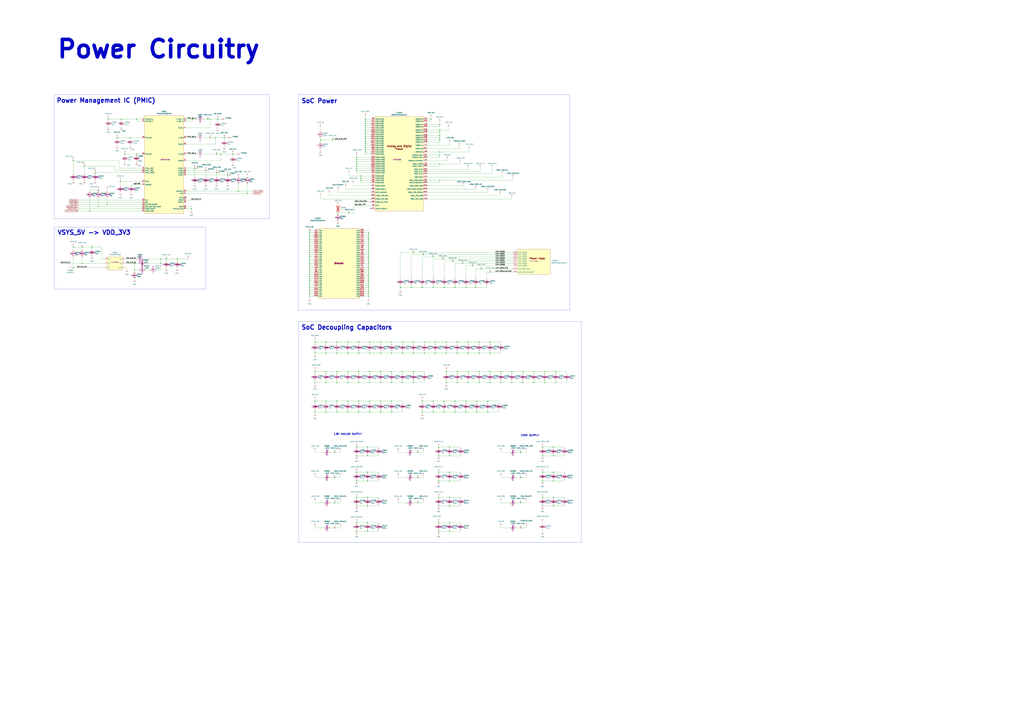
<source format=kicad_sch>
(kicad_sch (version 20250114) (generator "eeschema") (generator_version "9.0")
  (paper "A0")
  (rectangle (start 62.992 263.652) (end 238.76 335.788))
  (rectangle (start 346.456 109.982) (end 661.67 360.426))
  (rectangle (start 62.738 109.982) (end 312.674 254.254))
  (rectangle (start 346.71 373.38) (end 675.005 630.174))
  (text "SoC Decoupling Capacitors" (at 349.758 380.492 0) (effects (font (size 5.08 5.08) (thickness 1.016) (bold yes)) (justify left)))
  (text "Power Management IC (PMIC)" (at 65.532 116.84 0) (effects (font (size 5.08 5.08) (thickness 1.016) (bold yes)) (justify left)))
  (text "SoC Power" (at 349.758 117.348 0) (effects (font (size 5.08 5.08) (thickness 1.016) (bold yes)) (justify left)))
  (text "VSYS_5V -> VDD_3V3" (at 66.548 270.256 0) (effects (font (size 5.08 5.08) (thickness 1.016) (bold yes)) (justify left)))
  (text "CORE SUPPLY" (at 615.442 505.968 0) (effects (font (size 2.032 2.032) (thickness 0.4064) (bold yes))))
  (text "Power Circuitry" (at 184.15 57.15 0) (effects (font (size 20.32 20.32) (thickness 4.064) (bold yes))))
  (text "1.8V ANALOG SUPPLY" (at 403.86 504.444 0) (effects (font (size 2.032 2.032) (thickness 0.4064) (bold yes))))
  (junction (at 427.99 313.69))
  (junction (at 642.62 519.43))
  (junction (at 518.16 431.8))
  (junction (at 426.72 617.22))
  (junction (at 359.41 270.51))
  (junction (at 424.18 163.83))
  (junction (at 467.36 431.8))
  (junction (at 429.26 466.09))
  (junction (at 480.06 431.8))
  (junction (at 607.06 431.8))
  (junction (at 392.43 247.65))
  (junction (at 530.86 397.51))
  (junction (at 414.02 617.22))
  (junction (at 424.18 161.29))
  (junction (at 467.36 444.5))
  (junction (at 518.16 397.51))
  (junction (at 414.02 193.04))
  (junction (at 553.72 466.09))
  (junction (at 510.54 151.13))
  (junction (at 276.86 222.25))
  (junction (at 629.92 529.59))
  (junction (at 424.18 171.45))
  (junction (at 515.62 478.79))
  (junction (at 139.7 210.82))
  (junction (at 424.18 138.43))
  (junction (at 594.36 431.8))
  (junction (at 541.02 478.79))
  (junction (at 193.04 300.99))
  (junction (at 424.18 173.99))
  (junction (at 543.56 431.8))
  (junction (at 642.62 588.01))
  (junction (at 509.27 558.8))
  (junction (at 414.02 187.96))
  (junction (at 467.36 410.21))
  (junction (at 604.52 525.78))
  (junction (at 359.41 323.85))
  (junction (at 454.66 466.09))
  (junction (at 568.96 397.51))
  (junction (at 510.54 157.48))
  (junction (at 359.41 267.97))
  (junction (at 427.99 270.51))
  (junction (at 158.75 179.07))
  (junction (at 359.41 298.45))
  (junction (at 464.82 334.01))
  (junction (at 568.96 316.23))
  (junction (at 427.99 336.55))
  (junction (at 414.02 548.64))
  (junction (at 378.46 410.21))
  (junction (at 424.18 153.67))
  (junction (at 427.99 275.59))
  (junction (at 427.99 344.17))
  (junction (at 429.26 397.51))
  (junction (at 510.54 162.56))
  (junction (at 391.16 466.09))
  (junction (at 378.46 431.8))
  (junction (at 427.99 341.63))
  (junction (at 480.06 293.37))
  (junction (at 509.27 607.06))
  (junction (at 124.46 237.49))
  (junction (at 106.68 287.02))
  (junction (at 441.96 478.79))
  (junction (at 492.76 410.21))
  (junction (at 287.02 224.79))
  (junction (at 424.18 158.75))
  (junction (at 359.41 295.91))
  (junction (at 426.72 588.01))
  (junction (at 556.26 431.8))
  (junction (at 359.41 273.05))
  (junction (at 556.26 410.21))
  (junction (at 114.3 220.98))
  (junction (at 365.76 431.8))
  (junction (at 424.18 151.13))
  (junction (at 403.86 478.79))
  (junction (at 365.76 478.79))
  (junction (at 642.62 558.8))
  (junction (at 629.92 548.64))
  (junction (at 427.99 326.39))
  (junction (at 416.56 410.21))
  (junction (at 556.26 444.5))
  (junction (at 359.41 328.93))
  (junction (at 241.3 138.43))
  (junction (at 359.41 313.69))
  (junction (at 414.02 198.12))
  (junction (at 359.41 339.09))
  (junction (at 528.32 466.09))
  (junction (at 414.02 195.58))
  (junction (at 427.99 288.29))
  (junction (at 144.78 179.07))
  (junction (at 427.99 318.77))
  (junction (at 521.97 607.06))
  (junction (at 243.84 160.02))
  (junction (at 378.46 466.09))
  (junction (at 441.96 410.21))
  (junction (at 256.54 179.07))
  (junction (at 509.27 588.01))
  (junction (at 359.41 303.53))
  (junction (at 427.99 298.45))
  (junction (at 250.19 160.02))
  (junction (at 515.62 334.01))
  (junction (at 537.21 306.07))
  (junction (at 391.16 397.51))
  (junction (at 359.41 300.99))
  (junction (at 85.09 311.15))
  (junction (at 403.86 466.09))
  (junction (at 414.02 519.43))
  (junction (at 359.41 288.29))
  (junction (at 365.76 410.21))
  (junction (at 492.76 397.51))
  (junction (at 509.27 519.43))
  (junction (at 427.99 283.21))
  (junction (at 427.99 285.75))
  (junction (at 251.46 200.66))
  (junction (at 403.86 397.51))
  (junction (at 95.25 287.02))
  (junction (at 359.41 318.77))
  (junction (at 510.54 176.53))
  (junction (at 530.86 444.5))
  (junction (at 365.76 444.5))
  (junction (at 359.41 290.83))
  (junction (at 95.25 306.07))
  (junction (at 491.49 295.91))
  (junction (at 114.3 240.03))
  (junction (at 372.11 162.56))
  (junction (at 632.46 444.5))
  (junction (at 521.97 558.8))
  (junction (at 642.62 548.64))
  (junction (at 85.09 186.69))
  (junction (at 629.92 558.8))
  (junction (at 604.52 554.99))
  (junction (at 566.42 466.09))
  (junction (at 427.99 316.23))
  (junction (at 359.41 311.15))
  (junction (at 642.62 577.85))
  (junction (at 480.06 397.51))
  (junction (at 424.18 166.37))
  (junction (at 151.13 160.02))
  (junction (at 388.62 613.41))
  (junction (at 485.14 554.99))
  (junction (at 359.41 280.67))
  (junction (at 264.16 203.2))
  (junction (at 238.76 198.12))
  (junction (at 427.99 290.83))
  (junction (at 521.97 529.59))
  (junction (at 104.14 245.11))
  (junction (at 427.99 278.13))
  (junction (at 427.99 328.93))
  (junction (at 548.64 308.61))
  (junction (at 427.99 306.07))
  (junction (at 441.96 397.51))
  (junction (at 426.72 577.85))
  (junction (at 252.73 138.43))
  (junction (at 502.92 334.01))
  (junction (at 135.89 160.02))
  (junction (at 642.62 529.59))
  (junction (at 505.46 397.51))
  (junction (at 414.02 558.8))
  (junction (at 518.16 410.21))
  (junction (at 510.54 209.55))
  (junction (at 260.35 160.02))
  (junction (at 509.27 617.22))
  (junction (at 509.27 577.85))
  (junction (at 429.26 431.8))
  (junction (at 510.54 144.78))
  (junction (at 416.56 444.5))
  (junction (at 405.13 247.65))
  (junction (at 607.06 444.5))
  (junction (at 543.56 444.5))
  (junction (at 502.92 478.79))
  (junction (at 427.99 331.47))
  (junction (at 424.18 176.53))
  (junction (at 490.22 478.79))
  (junction (at 427.99 339.09))
  (junction (at 480.06 410.21))
  (junction (at 359.41 321.31))
  (junction (at 388.62 584.2))
  (junction (at 441.96 444.5))
  (junction (at 521.97 617.22))
  (junction (at 530.86 410.21))
  (junction (at 416.56 466.09))
  (junction (at 186.69 300.99))
  (junction (at 426.72 529.59))
  (junction (at 521.97 577.85))
  (junction (at 414.02 577.85))
  (junction (at 566.42 478.79))
  (junction (at 419.1 207.01))
  (junction (at 391.16 410.21))
  (junction (at 427.99 321.31))
  (junction (at 429.26 478.79))
  (junction (at 505.46 410.21))
  (junction (at 525.78 303.53))
  (junction (at 359.41 306.07))
  (junction (at 391.16 478.79))
  (junction (at 359.41 275.59))
  (junction (at 205.74 300.99))
  (junction (at 568.96 410.21))
  (junction (at 467.36 397.51))
  (junction (at 619.76 431.8))
  (junction (at 510.54 180.34))
  (junction (at 541.02 466.09))
  (junction (at 365.76 466.09))
  (junction (at 223.52 138.43))
  (junction (at 378.46 397.51))
  (junction (at 427.99 293.37))
  (junction (at 427.99 300.99))
  (junction (at 530.86 431.8))
  (junction (at 454.66 431.8))
  (junction (at 427.99 311.15))
  (junction (at 140.97 138.43))
  (junction (at 509.27 548.64))
  (junction (at 426.72 519.43))
  (junction (at 424.18 143.51))
  (junction (at 604.52 613.41))
  (junction (at 424.18 146.05))
  (junction (at 629.92 588.01))
  (junction (at 490.22 334.01))
  (junction (at 502.92 298.45))
  (junction (at 454.66 478.79))
  (junction (at 403.86 431.8))
  (junction (at 156.21 306.07))
  (junction (at 502.92 466.09))
  (junction (at 359.41 334.01))
  (junction (at 510.54 153.67))
  (junction (at 619.76 444.5))
  (junction (at 427.99 303.53))
  (junction (at 359.41 341.63))
  (junction (at 419.1 209.55))
  (junction (at 251.46 179.07))
  (junction (at 359.41 331.47))
  (junction (at 604.52 584.2))
  (junction (at 378.46 444.5))
  (junction (at 645.16 444.5))
  (junction (at 477.52 334.01))
  (junction (at 85.09 287.02))
  (junction (at 359.41 316.23))
  (junction (at 270.51 179.07))
  (junction (at 521.97 519.43))
  (junction (at 427.99 280.67))
  (junction (at 365.76 397.51))
  (junction (at 359.41 293.37))
  (junction (at 485.14 525.78))
  (junction (at 424.18 156.21))
  (junction (at 359.41 283.21))
  (junction (at 97.79 193.04))
  (junction (at 414.02 182.88))
  (junction (at 359.41 326.39))
  (junction (at 427.99 273.05))
  (junction (at 541.02 334.01))
  (junction (at 558.8 312.42))
  (junction (at 632.46 431.8))
  (junction (at 426.72 607.06))
  (junction (at 441.96 466.09))
  (junction (at 556.26 397.51))
  (junction (at 426.72 548.64))
  (junction (at 403.86 410.21))
  (junction (at 514.35 300.99))
  (junction (at 441.96 431.8))
  (junction (at 454.66 444.5))
  (junction (at 222.25 242.57))
  (junction (at 359.41 308.61))
  (junction (at 429.26 444.5))
  (junction (at 429.26 410.21))
  (junction (at 424.18 168.91))
  (junction (at 359.41 336.55))
  (junction (at 427.99 334.01))
  (junction (at 521.97 588.01))
  (junction (at 424.18 140.97))
  (junction (at 568.96 444.5))
  (junction (at 553.72 478.79))
  (junction (at 403.86 444.5))
  (junction (at 386.08 162.56))
  (junction (at 391.16 431.8))
  (junction (at 416.56 431.8))
  (junction (at 568.96 431.8))
  (junction (at 226.06 195.58))
  (junction (at 427.99 308.61))
  (junction (at 414.02 588.01))
  (junction (at 521.97 548.64))
  (junction (at 510.54 190.5))
  (junction (at 509.27 529.59))
  (junction (at 414.02 185.42))
  (junction (at 414.02 190.5))
  (junction (at 427.99 295.91))
  (junction (at 490.22 466.09))
  (junction (at 426.72 558.8))
  (junction (at 454.66 410.21))
  (junction (at 125.73 138.43))
  (junction (at 485.14 584.2))
  (junction (at 645.16 431.8))
  (junction (at 416.56 397.51))
  (junction (at 186.69 306.07))
  (junction (at 416.56 478.79))
  (junction (at 391.16 444.5))
  (junction (at 388.62 554.99))
  (junction (at 581.66 431.8))
  (junction (at 594.36 444.5))
  (junction (at 359.41 344.17))
  (junction (at 454.66 397.51))
  (junction (at 414.02 607.06))
  (junction (at 414.02 529.59))
  (junction (at 359.41 285.75))
  (junction (at 528.32 334.01))
  (junction (at 419.1 204.47))
  (junction (at 543.56 397.51))
  (junction (at 110.49 200.66))
  (junction (at 543.56 410.21))
  (junction (at 518.16 444.5))
  (junction (at 581.66 444.5))
  (junction (at 552.45 334.01))
  (junction (at 500.38 138.43))
  (junction (at 359.41 278.13))
  (junction (at 528.32 478.79))
  (junction (at 378.46 478.79))
  (junction (at 480.06 444.5))
  (junction (at 243.84 138.43))
  (junction (at 427.99 323.85))
  (junction (at 510.54 160.02))
  (junction (at 424.18 148.59))
  (junction (at 156.21 313.69))
  (junction (at 158.75 138.43))
  (junction (at 515.62 466.09))
  (junction (at 629.92 577.85))
  (junction (at 388.62 525.78))
  (junction (at 629.92 519.43))
  (no_connect (at 215.9 234.95))
  (no_connect (at 430.53 242.57))
  (no_connect (at 215.9 229.87))
  (wire (pts (xy 186.69 300.99) (xy 186.69 306.07)))
  (wire (pts (xy 215.9 167.64) (xy 250.19 167.64)))
  (wire (pts (xy 139.7 209.55) (xy 139.7 210.82)))
  (wire (pts (xy 270.51 179.07) (xy 270.51 181.61)))
  (wire (pts (xy 427.99 300.99) (xy 422.91 300.99)))
  (wire (pts (xy 238.76 196.85) (xy 238.76 198.12)))
  (wire (pts (xy 426.72 579.12) (xy 426.72 577.85)))
  (wire (pts (xy 375.92 554.99) (xy 365.76 554.99)))
  (wire (pts (xy 510.54 160.02) (xy 496.57 160.02)))
  (wire (pts (xy 496.57 205.74) (xy 582.93 205.74)))
  (wire (pts (xy 151.13 168.91) (xy 151.13 170.18)))
  (wire (pts (xy 477.52 323.85) (xy 477.52 295.91)))
  (wire (pts (xy 568.96 397.51) (xy 568.96 400.05)))
  (wire (pts (xy 424.18 156.21) (xy 424.18 158.75)))
  (wire (pts (xy 359.41 275.59) (xy 364.49 275.59)))
  (wire (pts (xy 414.02 198.12) (xy 430.53 198.12)))
  (wire (pts (xy 359.41 321.31) (xy 364.49 321.31)))
  (wire (pts (xy 464.82 293.37) (xy 464.82 323.85)))
  (wire (pts (xy 91.44 242.57) (xy 165.1 242.57)))
  (wire (pts (xy 414.02 185.42) (xy 414.02 187.96)))
  (wire (pts (xy 533.4 172.72) (xy 533.4 168.91)))
  (wire (pts (xy 427.99 275.59) (xy 422.91 275.59)))
  (wire (pts (xy 556.26 410.21) (xy 556.26 407.67)))
  (wire (pts (xy 477.52 295.91) (xy 491.49 295.91)))
  (wire (pts (xy 579.12 468.63) (xy 579.12 466.09)))
  (wire (pts (xy 414.02 519.43) (xy 414.02 520.7)))
  (wire (pts (xy 414.02 200.66) (xy 430.53 200.66)))
  (wire (pts (xy 568.96 431.8) (xy 581.66 431.8)))
  (wire (pts (xy 158.75 179.07) (xy 165.1 179.07)))
  (wire (pts (xy 110.49 199.39) (xy 110.49 200.66)))
  (wire (pts (xy 496.57 219.71) (xy 552.45 219.71)))
  (wire (pts (xy 416.56 410.21) (xy 416.56 407.67)))
  (wire (pts (xy 121.92 311.15) (xy 85.09 311.15)))
  (wire (pts (xy 424.18 143.51) (xy 430.53 143.51)))
  (wire (pts (xy 104.14 229.87) (xy 104.14 245.11)))
  (wire (pts (xy 467.36 410.21) (xy 467.36 407.67)))
  (wire (pts (xy 518.16 431.8) (xy 518.16 434.34)))
  (wire (pts (xy 243.84 138.43) (xy 241.3 138.43)))
  (wire (pts (xy 388.62 613.41) (xy 383.54 613.41)))
  (wire (pts (xy 505.46 410.21) (xy 505.46 407.67)))
  (wire (pts (xy 223.52 140.97) (xy 223.52 138.43)))
  (wire (pts (xy 521.97 577.85) (xy 509.27 577.85)))
  (wire (pts (xy 403.86 410.21) (xy 416.56 410.21)))
  (wire (pts (xy 594.36 444.5) (xy 607.06 444.5)))
  (wire (pts (xy 427.99 290.83) (xy 427.99 293.37)))
  (wire (pts (xy 391.16 466.09) (xy 403.86 466.09)))
  (wire (pts (xy 500.38 138.43) (xy 500.38 135.89)))
  (wire (pts (xy 515.62 334.01) (xy 515.62 331.47)))
  (wire (pts (xy 252.73 148.59) (xy 252.73 149.86)))
  (wire (pts (xy 655.32 577.85) (xy 642.62 577.85)))
  (wire (pts (xy 530.86 410.21) (xy 543.56 410.21)))
  (wire (pts (xy 359.41 318.77) (xy 364.49 318.77)))
  (wire (pts (xy 118.11 300.99) (xy 121.92 300.99)))
  (wire (pts (xy 655.32 548.64) (xy 642.62 548.64)))
  (wire (pts (xy 416.56 444.5) (xy 429.26 444.5)))
  (wire (pts (xy 528.32 466.09) (xy 528.32 468.63)))
  (wire (pts (xy 502.92 466.09) (xy 502.92 468.63)))
  (wire (pts (xy 581.66 431.8) (xy 594.36 431.8)))
  (wire (pts (xy 427.99 321.31) (xy 422.91 321.31)))
  (wire (pts (xy 528.32 478.79) (xy 541.02 478.79)))
  (wire (pts (xy 392.43 237.49) (xy 392.43 238.76)))
  (wire (pts (xy 394.97 610.87) (xy 394.97 613.41)))
  (wire (pts (xy 534.67 187.96) (xy 534.67 190.5)))
  (wire (pts (xy 427.99 311.15) (xy 422.91 311.15)))
  (wire (pts (xy 521.97 617.22) (xy 509.27 617.22)))
  (wire (pts (xy 426.72 519.43) (xy 414.02 519.43)))
  (wire (pts (xy 168.91 313.69) (xy 173.99 313.69)))
  (wire (pts (xy 91.44 237.49) (xy 124.46 237.49)))
  (wire (pts (xy 530.86 410.21) (xy 530.86 407.67)))
  (wire (pts (xy 510.54 147.32) (xy 510.54 144.78)))
  (wire (pts (xy 359.41 270.51) (xy 359.41 273.05)))
  (wire (pts (xy 467.36 431.8) (xy 467.36 434.34)))
  (wire (pts (xy 260.35 158.75) (xy 260.35 160.02)))
  (wire (pts (xy 607.06 444.5) (xy 607.06 441.96)))
  (wire (pts (xy 655.32 549.91) (xy 655.32 548.64)))
  (wire (pts (xy 510.54 151.13) (xy 510.54 153.67)))
  (wire (pts (xy 619.76 431.8) (xy 632.46 431.8)))
  (wire (pts (xy 427.99 313.69) (xy 427.99 316.23)))
  (wire (pts (xy 215.9 186.69) (xy 256.54 186.69)))
  (wire (pts (xy 429.26 476.25) (xy 429.26 478.79)))
  (wire (pts (xy 392.43 247.65) (xy 392.43 248.92)))
  (wire (pts (xy 144.78 179.07) (xy 158.75 179.07)))
  (wire (pts (xy 485.14 584.2) (xy 480.06 584.2)))
  (wire (pts (xy 454.66 431.8) (xy 454.66 434.34)))
  (wire (pts (xy 427.99 334.01) (xy 422.91 334.01)))
  (wire (pts (xy 610.87 613.41) (xy 604.52 613.41)))
  (wire (pts (xy 509.27 586.74) (xy 509.27 588.01)))
  (wire (pts (xy 394.97 523.24) (xy 394.97 525.78)))
  (wire (pts (xy 264.16 203.2) (xy 264.16 205.74)))
  (wire (pts (xy 510.54 190.5) (xy 510.54 193.04)))
  (wire (pts (xy 427.99 321.31) (xy 427.99 323.85)))
  (wire (pts (xy 359.41 321.31) (xy 359.41 323.85)))
  (wire (pts (xy 610.87 610.87) (xy 610.87 613.41)))
  (wire (pts (xy 405.13 200.66) (xy 405.13 204.47)))
  (wire (pts (xy 427.99 328.93) (xy 422.91 328.93)))
  (wire (pts (xy 359.41 311.15) (xy 359.41 313.69)))
  (wire (pts (xy 568.96 410.21) (xy 581.66 410.21)))
  (wire (pts (xy 510.54 180.34) (xy 496.57 180.34)))
  (wire (pts (xy 581.66 410.21) (xy 581.66 407.67)))
  (wire (pts (xy 378.46 397.51) (xy 391.16 397.51)))
  (wire (pts (xy 439.42 548.64) (xy 426.72 548.64)))
  (wire (pts (xy 359.41 328.93) (xy 364.49 328.93)))
  (wire (pts (xy 416.56 466.09) (xy 416.56 468.63)))
  (wire (pts (xy 411.48 234.95) (xy 430.53 234.95)))
  (wire (pts (xy 215.9 200.66) (xy 251.46 200.66)))
  (wire (pts (xy 521.97 588.01) (xy 509.27 588.01)))
  (wire (pts (xy 372.11 227.33) (xy 372.11 231.14)))
  (wire (pts (xy 85.09 285.75) (xy 85.09 287.02)))
  (wire (pts (xy 414.02 557.53) (xy 414.02 558.8)))
  (wire (pts (xy 140.97 147.32) (xy 140.97 148.59)))
  (wire (pts (xy 85.09 290.83) (xy 85.09 287.02)))
  (wire (pts (xy 106.68 289.56) (xy 106.68 287.02)))
  (wire (pts (xy 359.41 328.93) (xy 359.41 331.47)))
  (wire (pts (xy 441.96 444.5) (xy 441.96 441.96)))
  (wire (pts (xy 500.38 140.97) (xy 500.38 138.43)))
  (wire (pts (xy 243.84 148.59) (xy 243.84 138.43)))
  (wire (pts (xy 410.21 215.9) (xy 430.53 215.9)))
  (wire (pts (xy 403.86 444.5) (xy 416.56 444.5)))
  (wire (pts (xy 480.06 444.5) (xy 480.06 441.96)))
  (wire (pts (xy 439.42 607.06) (xy 426.72 607.06)))
  (wire (pts (xy 403.86 431.8) (xy 403.86 434.34)))
  (wire (pts (xy 359.41 336.55) (xy 364.49 336.55)))
  (wire (pts (xy 490.22 466.09) (xy 502.92 466.09)))
  (wire (pts (xy 629.92 586.74) (xy 629.92 588.01)))
  (wire (pts (xy 556.26 444.5) (xy 543.56 444.5)))
  (wire (pts (xy 604.52 613.41) (xy 599.44 613.41)))
  (wire (pts (xy 270.51 177.8) (xy 270.51 179.07)))
  (wire (pts (xy 414.02 185.42) (xy 430.53 185.42)))
  (wire (pts (xy 359.41 344.17) (xy 359.41 347.98)))
  (wire (pts (xy 359.41 288.29) (xy 359.41 290.83)))
  (wire (pts (xy 510.54 209.55) (xy 510.54 212.09)))
  (wire (pts (xy 579.12 476.25) (xy 579.12 478.79)))
  (wire (pts (xy 565.15 334.01) (xy 565.15 331.47)))
  (wire (pts (xy 534.67 519.43) (xy 521.97 519.43)))
  (wire (pts (xy 515.62 466.09) (xy 528.32 466.09)))
  (wire (pts (xy 502.92 300.99) (xy 514.35 300.99)))
  (wire (pts (xy 441.96 431.8) (xy 454.66 431.8)))
  (wire (pts (xy 372.11 231.14) (xy 430.53 231.14)))
  (wire (pts (xy 427.99 336.55) (xy 427.99 339.09)))
  (wire (pts (xy 565.15 316.23) (xy 568.96 316.23)))
  (wire (pts (xy 375.92 613.41) (xy 365.76 613.41)))
  (wire (pts (xy 556.26 410.21) (xy 568.96 410.21)))
  (wire (pts (xy 534.67 549.91) (xy 534.67 548.64)))
  (wire (pts (xy 427.99 278.13) (xy 422.91 278.13)))
  (wire (pts (xy 215.9 148.59) (xy 243.84 148.59)))
  (wire (pts (xy 427.99 308.61) (xy 427.99 311.15)))
  (wire (pts (xy 69.85 306.07) (xy 95.25 306.07)))
  (wire (pts (xy 414.02 190.5) (xy 414.02 193.04)))
  (wire (pts (xy 510.54 209.55) (xy 496.57 209.55)))
  (wire (pts (xy 541.02 334.01) (xy 552.45 334.01)))
  (wire (pts (xy 426.72 588.01) (xy 414.02 588.01)))
  (wire (pts (xy 414.02 617.22) (xy 414.02 618.49)))
  (wire (pts (xy 467.36 478.79) (xy 454.66 478.79)))
  (wire (pts (xy 604.52 525.78) (xy 599.44 525.78)))
  (wire (pts (xy 541.02 308.61) (xy 548.64 308.61)))
  (wire (pts (xy 359.41 278.13) (xy 364.49 278.13)))
  (wire (pts (xy 365.76 478.79) (xy 365.76 481.33)))
  (wire (pts (xy 543.56 410.21) (xy 543.56 407.67)))
  (wire (pts (xy 414.02 558.8) (xy 414.02 560.07)))
  (wire (pts (xy 416.56 410.21) (xy 429.26 410.21)))
  (wire (pts (xy 359.41 323.85) (xy 359.41 326.39)))
  (wire (pts (xy 156.21 323.85) (xy 156.21 325.12)))
  (wire (pts (xy 427.99 288.29) (xy 422.91 288.29)))
  (wire (pts (xy 534.67 558.8) (xy 521.97 558.8)))
  (wire (pts (xy 104.14 245.11) (xy 165.1 245.11)))
  (wire (pts (xy 492.76 397.51) (xy 505.46 397.51)))
  (wire (pts (xy 414.02 193.04) (xy 430.53 193.04)))
  (wire (pts (xy 139.7 210.82) (xy 165.1 210.82)))
  (wire (pts (xy 427.99 285.75) (xy 427.99 288.29)))
  (wire (pts (xy 378.46 478.79) (xy 365.76 478.79)))
  (wire (pts (xy 427.99 283.21) (xy 422.91 283.21)))
  (wire (pts (xy 133.35 198.12) (xy 133.35 193.04)))
  (wire (pts (xy 655.32 558.8) (xy 642.62 558.8)))
  (wire (pts (xy 509.27 518.16) (xy 509.27 519.43)))
  (wire (pts (xy 359.41 290.83) (xy 364.49 290.83)))
  (wire (pts (xy 378.46 444.5) (xy 391.16 444.5)))
  (wire (pts (xy 424.18 168.91) (xy 424.18 171.45)))
  (wire (pts (xy 454.66 476.25) (xy 454.66 478.79)))
  (wire (pts (xy 591.82 584.2) (xy 581.66 584.2)))
  (wire (pts (xy 427.99 341.63) (xy 427.99 344.17)))
  (wire (pts (xy 250.19 167.64) (xy 250.19 160.02)))
  (wire (pts (xy 510.54 162.56) (xy 496.57 162.56)))
  (wire (pts (xy 215.9 160.02) (xy 228.6 160.02)))
  (wire (pts (xy 359.41 308.61) (xy 359.41 311.15)))
  (wire (pts (xy 441.96 444.5) (xy 454.66 444.5)))
  (wire (pts (xy 215.9 242.57) (xy 222.25 242.57)))
  (wire (pts (xy 403.86 476.25) (xy 403.86 478.79)))
  (wire (pts (xy 642.62 549.91) (xy 642.62 548.64)))
  (wire (pts (xy 139.7 215.9) (xy 139.7 210.82)))
  (wire (pts (xy 518.16 397.51) (xy 518.16 400.05)))
  (wire (pts (xy 629.92 519.43) (xy 629.92 520.7)))
  (wire (pts (xy 388.62 554.99) (xy 383.54 554.99)))
  (wire (pts (xy 610.87 584.2) (xy 604.52 584.2)))
  (wire (pts (xy 534.67 579.12) (xy 534.67 577.85)))
  (wire (pts (xy 359.41 311.15) (xy 364.49 311.15)))
  (wire (pts (xy 218.44 299.72) (xy 218.44 300.99)))
  (wire (pts (xy 251.46 213.36) (xy 251.46 214.63)))
  (wire (pts (xy 543.56 431.8) (xy 556.26 431.8)))
  (wire (pts (xy 541.02 334.01) (xy 541.02 331.47)))
  (wire (pts (xy 392.43 223.52) (xy 430.53 223.52)))
  (wire (pts (xy 491.49 295.91) (xy 595.63 295.91)))
  (wire (pts (xy 104.14 220.98) (xy 114.3 220.98)))
  (wire (pts (xy 359.41 267.97) (xy 364.49 267.97)))
  (wire (pts (xy 543.56 397.51) (xy 543.56 400.05)))
  (wire (pts (xy 144.78 187.96) (xy 144.78 189.23)))
  (wire (pts (xy 264.16 160.02) (xy 260.35 160.02)))
  (wire (pts (xy 427.99 273.05) (xy 422.91 273.05)))
  (wire (pts (xy 166.37 300.99) (xy 186.69 300.99)))
  (wire (pts (xy 85.09 185.42) (xy 85.09 186.69)))
  (wire (pts (xy 424.18 138.43) (xy 430.53 138.43)))
  (wire (pts (xy 582.93 205.74) (xy 582.93 201.93)))
  (wire (pts (xy 359.41 339.09) (xy 359.41 341.63)))
  (wire (pts (xy 427.99 323.85) (xy 427.99 326.39)))
  (wire (pts (xy 530.86 397.51) (xy 543.56 397.51)))
  (wire (pts (xy 441.96 478.79) (xy 429.26 478.79)))
  (wire (pts (xy 520.7 147.32) (xy 520.7 151.13)))
  (wire (pts (xy 566.42 223.52) (xy 566.42 220.98)))
  (wire (pts (xy 124.46 219.71) (xy 124.46 222.25)))
  (wire (pts (xy 110.49 209.55) (xy 110.49 210.82)))
  (wire (pts (xy 426.72 617.22) (xy 414.02 617.22)))
  (wire (pts (xy 392.43 219.71) (xy 392.43 223.52)))
  (wire (pts (xy 472.44 584.2) (xy 462.28 584.2)))
  (wire (pts (xy 424.18 148.59) (xy 430.53 148.59)))
  (wire (pts (xy 144.78 180.34) (xy 144.78 179.07)))
  (wire (pts (xy 215.9 224.79) (xy 287.02 224.79)))
  (wire (pts (xy 439.42 528.32) (xy 439.42 529.59)))
  (wire (pts (xy 114.3 219.71) (xy 114.3 220.98)))
  (wire (pts (xy 270.51 189.23) (xy 270.51 190.5)))
  (wire (pts (xy 156.21 306.07) (xy 156.21 313.69)))
  (wire (pts (xy 655.32 586.74) (xy 655.32 588.01)))
  (wire (pts (xy 419.1 207.01) (xy 430.53 207.01)))
  (wire (pts (xy 510.54 162.56) (xy 510.54 165.1)))
  (wire (pts (xy 427.99 298.45) (xy 427.99 300.99)))
  (wire (pts (xy 518.16 444.5) (xy 518.16 447.04)))
  (wire (pts (xy 419.1 204.47) (xy 419.1 207.01)))
  (wire (pts (xy 510.54 193.04) (xy 496.57 193.04)))
  (wire (pts (xy 530.86 431.8) (xy 543.56 431.8)))
  (wire (pts (xy 416.56 397.51) (xy 416.56 400.05)))
  (wire (pts (xy 496.57 223.52) (xy 566.42 223.52)))
  (wire (pts (xy 439.42 519.43) (xy 426.72 519.43)))
  (wire (pts (xy 427.99 278.13) (xy 427.99 280.67)))
  (wire (pts (xy 629.92 557.53) (xy 629.92 558.8)))
  (wire (pts (xy 557.53 199.39) (xy 557.53 194.31)))
  (wire (pts (xy 502.92 478.79) (xy 502.92 476.25)))
  (wire (pts (xy 382.27 223.52) (xy 382.27 227.33)))
  (wire (pts (xy 525.78 303.53) (xy 595.63 303.53)))
  (wire (pts (xy 632.46 431.8) (xy 632.46 434.34)))
  (wire (pts (xy 528.32 478.79) (xy 528.32 476.25)))
  (wire (pts (xy 645.16 431.8) (xy 645.16 434.34)))
  (wire (pts (xy 439.42 549.91) (xy 439.42 548.64)))
  (wire (pts (xy 144.78 300.99) (xy 158.75 300.99)))
  (wire (pts (xy 534.67 588.01) (xy 521.97 588.01)))
  (wire (pts (xy 629.92 548.64) (xy 629.92 549.91)))
  (wire (pts (xy 382.27 227.33) (xy 430.53 227.33)))
  (wire (pts (xy 359.41 341.63) (xy 359.41 344.17)))
  (wire (pts (xy 566.42 478.79) (xy 566.42 476.25)))
  (wire (pts (xy 427.99 323.85) (xy 422.91 323.85)))
  (wire (pts (xy 424.18 156.21) (xy 430.53 156.21)))
  (wire (pts (xy 372.11 160.02) (xy 372.11 162.56)))
  (wire (pts (xy 510.54 212.09) (xy 496.57 212.09)))
  (wire (pts (xy 391.16 441.96) (xy 391.16 444.5)))
  (wire (pts (xy 521.97 549.91) (xy 521.97 548.64)))
  (wire (pts (xy 521.97 558.8) (xy 509.27 558.8)))
  (wire (pts (xy 125.73 137.16) (xy 125.73 138.43)))
  (wire (pts (xy 365.76 394.97) (xy 365.76 397.51)))
  (wire (pts (xy 215.9 198.12) (xy 238.76 198.12)))
  (wire (pts (xy 441.96 397.51) (xy 454.66 397.51)))
  (wire (pts (xy 165.1 198.12) (xy 133.35 198.12)))
  (wire (pts (xy 490.22 466.09) (xy 490.22 468.63)))
  (wire (pts (xy 510.54 153.67) (xy 496.57 153.67)))
  (wire (pts (xy 392.43 247.65) (xy 405.13 247.65)))
  (wire (pts (xy 496.57 227.33) (xy 580.39 227.33)))
  (wire (pts (xy 427.99 285.75) (xy 422.91 285.75)))
  (wire (pts (xy 429.26 397.51) (xy 441.96 397.51)))
  (wire (pts (xy 518.16 441.96) (xy 518.16 444.5)))
  (wire (pts (xy 414.02 198.12) (xy 414.02 200.66)))
  (wire (pts (xy 414.02 528.32) (xy 414.02 529.59)))
  (wire (pts (xy 424.18 166.37) (xy 424.18 168.91)))
  (wire (pts (xy 429.26 431.8) (xy 429.26 434.34)))
  (wire (pts (xy 414.02 195.58) (xy 430.53 195.58)))
  (wire (pts (xy 419.1 209.55) (xy 419.1 212.09)))
  (wire (pts (xy 579.12 466.09) (xy 566.42 466.09)))
  (wire (pts (xy 427.99 331.47) (xy 427.99 334.01)))
  (wire (pts (xy 655.32 588.01) (xy 642.62 588.01)))
  (wire (pts (xy 260.35 160.02) (xy 260.35 162.56)))
  (wire (pts (xy 464.82 334.01) (xy 477.52 334.01)))
  (wire (pts (xy 510.54 157.48) (xy 496.57 157.48)))
  (wire (pts (xy 429.26 466.09) (xy 429.26 468.63)))
  (wire (pts (xy 568.96 410.21) (xy 568.96 407.67)))
  (wire (pts (xy 144.78 306.07) (xy 156.21 306.07)))
  (wire (pts (xy 359.41 285.75) (xy 364.49 285.75)))
  (wire (pts (xy 439.42 588.01) (xy 426.72 588.01)))
  (wire (pts (xy 414.02 187.96) (xy 414.02 190.5)))
  (wire (pts (xy 186.69 313.69) (xy 181.61 313.69)))
  (wire (pts (xy 581.66 431.8) (xy 581.66 434.34)))
  (wire (pts (xy 655.32 520.7) (xy 655.32 519.43)))
  (wire (pts (xy 496.57 199.39) (xy 557.53 199.39)))
  (wire (pts (xy 414.02 588.01) (xy 414.02 589.28)))
  (wire (pts (xy 510.54 144.78) (xy 510.54 140.97)))
  (wire (pts (xy 424.18 179.07) (xy 430.53 179.07)))
  (wire (pts (xy 429.26 478.79) (xy 416.56 478.79)))
  (wire (pts (xy 496.57 176.53) (xy 510.54 176.53)))
  (wire (pts (xy 492.76 397.51) (xy 492.76 400.05)))
  (wire (pts (xy 439.42 558.8) (xy 426.72 558.8)))
  (wire (pts (xy 427.99 290.83) (xy 422.91 290.83)))
  (wire (pts (xy 556.26 397.51) (xy 556.26 400.05)))
  (wire (pts (xy 514.35 300.99) (xy 595.63 300.99)))
  (wire (pts (xy 391.16 410.21) (xy 391.16 407.67)))
  (wire (pts (xy 365.76 525.78) (xy 365.76 523.24)))
  (wire (pts (xy 416.56 431.8) (xy 416.56 434.34)))
  (wire (pts (xy 427.99 288.29) (xy 427.99 290.83)))
  (wire (pts (xy 496.57 186.69) (xy 519.43 186.69)))
  (wire (pts (xy 359.41 326.39) (xy 359.41 328.93)))
  (wire (pts (xy 359.41 316.23) (xy 364.49 316.23)))
  (wire (pts (xy 528.32 334.01) (xy 541.02 334.01)))
  (wire (pts (xy 114.3 229.87) (xy 114.3 240.03)))
  (wire (pts (xy 534.67 557.53) (xy 534.67 558.8)))
  (wire (pts (xy 124.46 237.49) (xy 165.1 237.49)))
  (wire (pts (xy 580.39 227.33) (xy 580.39 224.79)))
  (wire (pts (xy 509.27 548.64) (xy 509.27 549.91)))
  (wire (pts (xy 426.72 529.59) (xy 414.02 529.59)))
  (wire (pts (xy 426.72 548.64) (xy 414.02 548.64)))
  (wire (pts (xy 114.3 220.98) (xy 114.3 222.25)))
  (wire (pts (xy 490.22 478.79) (xy 502.92 478.79)))
  (wire (pts (xy 378.46 466.09) (xy 391.16 466.09)))
  (wire (pts (xy 414.02 586.74) (xy 414.02 588.01)))
  (wire (pts (xy 530.86 444.5) (xy 518.16 444.5)))
  (wire (pts (xy 372.11 172.72) (xy 372.11 175.26)))
  (wire (pts (xy 403.86 431.8) (xy 416.56 431.8)))
  (wire (pts (xy 581.66 613.41) (xy 581.66 610.87)))
  (wire (pts (xy 424.18 171.45) (xy 424.18 173.99)))
  (wire (pts (xy 490.22 478.79) (xy 490.22 476.25)))
  (wire (pts (xy 530.86 397.51) (xy 530.86 400.05)))
  (wire (pts (xy 414.02 607.06) (xy 414.02 608.33)))
  (wire (pts (xy 424.18 161.29) (xy 430.53 161.29)))
  (wire (pts (xy 509.27 577.85) (xy 509.27 579.12)))
  (wire (pts (xy 490.22 334.01) (xy 502.92 334.01)))
  (wire (pts (xy 462.28 554.99) (xy 462.28 552.45)))
  (wire (pts (xy 394.97 581.66) (xy 394.97 584.2)))
  (wire (pts (xy 426.72 586.74) (xy 426.72 588.01)))
  (wire (pts (xy 429.26 397.51) (xy 429.26 400.05)))
  (wire (pts (xy 579.12 478.79) (xy 566.42 478.79)))
  (wire (pts (xy 359.41 290.83) (xy 359.41 293.37)))
  (wire (pts (xy 359.41 331.47) (xy 364.49 331.47)))
  (wire (pts (xy 156.21 306.07) (xy 161.29 306.07)))
  (wire (pts (xy 480.06 431.8) (xy 480.06 434.34)))
  (wire (pts (xy 467.36 444.5) (xy 467.36 441.96)))
  (wire (pts (xy 492.76 431.8) (xy 480.06 431.8)))
  (wire (pts (xy 515.62 478.79) (xy 515.62 476.25)))
  (wire (pts (xy 104.14 222.25) (xy 104.14 220.98)))
  (wire (pts (xy 95.25 287.02) (xy 106.68 287.02)))
  (wire (pts (xy 594.36 444.5) (xy 594.36 441.96)))
  (wire (pts (xy 424.18 143.51) (xy 424.18 146.05)))
  (wire (pts (xy 427.99 270.51) (xy 427.99 273.05)))
  (wire (pts (xy 568.96 444.5) (xy 556.26 444.5)))
  (wire (pts (xy 492.76 434.34) (xy 492.76 431.8)))
  (wire (pts (xy 655.32 557.53) (xy 655.32 558.8)))
  (wire (pts (xy 365.76 441.96) (xy 365.76 444.5)))
  (wire (pts (xy 454.66 444.5) (xy 467.36 444.5)))
  (wire (pts (xy 394.97 552.45) (xy 394.97 554.99)))
  (wire (pts (xy 565.15 323.85) (xy 565.15 316.23)))
  (wire (pts (xy 386.08 162.56) (xy 402.59 162.56)))
  (wire (pts (xy 359.41 306.07) (xy 364.49 306.07)))
  (wire (pts (xy 629.92 576.58) (xy 629.92 577.85)))
  (wire (pts (xy 427.99 328.93) (xy 427.99 331.47)))
  (wire (pts (xy 264.16 213.36) (xy 264.16 214.63)))
  (wire (pts (xy 490.22 478.79) (xy 490.22 481.33)))
  (wire (pts (xy 441.96 410.21) (xy 454.66 410.21)))
  (wire (pts (xy 85.09 186.69) (xy 85.09 201.93)))
  (wire (pts (xy 391.16 478.79) (xy 378.46 478.79)))
  (wire (pts (xy 135.89 168.91) (xy 135.89 170.18)))
  (wire (pts (xy 642.62 528.32) (xy 642.62 529.59)))
  (wire (pts (xy 215.9 179.07) (xy 228.6 179.07)))
  (wire (pts (xy 424.18 153.67) (xy 424.18 156.21)))
  (wire (pts (xy 552.45 334.01) (xy 552.45 331.47)))
  (wire (pts (xy 152.4 223.52) (xy 152.4 224.79)))
  (wire (pts (xy 642.62 586.74) (xy 642.62 588.01)))
  (wire (pts (xy 556.26 441.96) (xy 556.26 444.5)))
  (wire (pts (xy 502.92 298.45) (xy 490.22 298.45)))
  (wire (pts (xy 607.06 444.5) (xy 619.76 444.5)))
  (wire (pts (xy 215.9 240.03) (xy 222.25 240.03)))
  (wire (pts (xy 591.82 613.41) (xy 581.66 613.41)))
  (wire (pts (xy 215.9 138.43) (xy 223.52 138.43)))
  (wire (pts (xy 427.99 318.77) (xy 422.91 318.77)))
  (wire (pts (xy 85.09 209.55) (xy 85.09 210.82)))
  (wire (pts (xy 467.36 397.51) (xy 467.36 400.05)))
  (wire (pts (xy 365.76 397.51) (xy 365.76 400.05)))
  (wire (pts (xy 359.41 285.75) (xy 359.41 288.29)))
  (wire (pts (xy 138.43 195.58) (xy 138.43 186.69)))
  (wire (pts (xy 543.56 441.96) (xy 543.56 444.5)))
  (wire (pts (xy 250.19 160.02) (xy 260.35 160.02)))
  (wire (pts (xy 454.66 397.51) (xy 454.66 400.05)))
  (wire (pts (xy 510.54 176.53) (xy 510.54 180.34)))
  (wire (pts (xy 454.66 466.09) (xy 467.36 466.09)))
  (wire (pts (xy 543.56 431.8) (xy 543.56 434.34)))
  (wire (pts (xy 359.41 293.37) (xy 364.49 293.37)))
  (wire (pts (xy 426.72 528.32) (xy 426.72 529.59)))
  (wire (pts (xy 121.92 306.07) (xy 95.25 306.07)))
  (wire (pts (xy 629.92 588.01) (xy 629.92 589.28)))
  (wire (pts (xy 541.02 478.79) (xy 553.72 478.79)))
  (wire (pts (xy 414.02 518.16) (xy 414.02 519.43)))
  (wire (pts (xy 427.99 280.67) (xy 427.99 283.21)))
  (wire (pts (xy 439.42 586.74) (xy 439.42 588.01)))
  (wire (pts (xy 496.57 168.91) (xy 521.97 168.91)))
  (wire (pts (xy 581.66 584.2) (xy 581.66 581.66)))
  (wire (pts (xy 491.49 581.66) (xy 491.49 584.2)))
  (wire (pts (xy 429.26 444.5) (xy 429.26 441.96)))
  (wire (pts (xy 205.74 311.15) (xy 205.74 312.42)))
  (wire (pts (xy 424.18 173.99) (xy 430.53 173.99)))
  (wire (pts (xy 110.49 201.93) (xy 110.49 200.66)))
  (wire (pts (xy 264.16 201.93) (xy 264.16 203.2)))
  (wire (pts (xy 365.76 410.21) (xy 378.46 410.21)))
  (wire (pts (xy 534.67 607.06) (xy 521.97 607.06)))
  (wire (pts (xy 427.99 295.91) (xy 422.91 295.91)))
  (wire (pts (xy 359.41 323.85) (xy 364.49 323.85)))
  (wire (pts (xy 510.54 157.48) (xy 510.54 160.02)))
  (wire (pts (xy 530.86 441.96) (xy 530.86 444.5)))
  (wire (pts (xy 632.46 444.5) (xy 632.46 441.96)))
  (wire (pts (xy 528.32 306.07) (xy 537.21 306.07)))
  (wire (pts (xy 151.13 160.02) (xy 165.1 160.02)))
  (wire (pts (xy 252.73 138.43) (xy 243.84 138.43)))
  (wire (pts (xy 427.99 306.07) (xy 422.91 306.07)))
  (wire (pts (xy 521.97 528.32) (xy 521.97 529.59)))
  (wire (pts (xy 270.51 179.07) (xy 274.32 179.07)))
  (wire (pts (xy 642.62 519.43) (xy 629.92 519.43)))
  (wire (pts (xy 427.99 283.21) (xy 427.99 285.75)))
  (wire (pts (xy 441.96 476.25) (xy 441.96 478.79)))
  (wire (pts (xy 510.54 176.53) (xy 544.83 176.53)))
  (wire (pts (xy 414.02 547.37) (xy 414.02 548.64)))
  (wire (pts (xy 491.49 523.24) (xy 491.49 525.78)))
  (wire (pts (xy 581.66 444.5) (xy 568.96 444.5)))
  (wire (pts (xy 106.68 287.02) (xy 118.11 287.02)))
  (wire (pts (xy 558.8 312.42) (xy 595.63 312.42)))
  (wire (pts (xy 375.92 525.78) (xy 365.76 525.78)))
  (wire (pts (xy 510.54 151.13) (xy 496.57 151.13)))
  (wire (pts (xy 610.87 581.66) (xy 610.87 584.2)))
  (wire (pts (xy 359.41 303.53) (xy 359.41 306.07)))
  (wire (pts (xy 378.46 397.51) (xy 378.46 400.05)))
  (wire (pts (xy 534.67 520.7) (xy 534.67 519.43)))
  (wire (pts (xy 521.97 548.64) (xy 509.27 548.64)))
  (wire (pts (xy 467.36 410.21) (xy 480.06 410.21)))
  (wire (pts (xy 147.32 311.15) (xy 147.32 313.69)))
  (wire (pts (xy 359.41 300.99) (xy 364.49 300.99)))
  (wire (pts (xy 427.99 339.09) (xy 422.91 339.09)))
  (wire (pts (xy 427.99 339.09) (xy 427.99 341.63)))
  (wire (pts (xy 427.99 341.63) (xy 422.91 341.63)))
  (wire (pts (xy 537.21 306.07) (xy 595.63 306.07)))
  (wire (pts (xy 492.76 410.21) (xy 505.46 410.21)))
  (wire (pts (xy 403.86 410.21) (xy 403.86 407.67)))
  (wire (pts (xy 509.27 576.58) (xy 509.27 577.85)))
  (wire (pts (xy 359.41 295.91) (xy 364.49 295.91)))
  (wire (pts (xy 552.45 334.01) (xy 565.15 334.01)))
  (wire (pts (xy 97.79 209.55) (xy 97.79 210.82)))
  (wire (pts (xy 502.92 334.01) (xy 515.62 334.01)))
  (wire (pts (xy 426.72 520.7) (xy 426.72 519.43)))
  (wire (pts (xy 226.06 213.36) (xy 226.06 214.63)))
  (wire (pts (xy 454.66 478.79) (xy 441.96 478.79)))
  (wire (pts (xy 521.97 615.95) (xy 521.97 617.22)))
  (wire (pts (xy 528.32 466.09) (xy 541.02 466.09)))
  (wire (pts (xy 236.22 179.07) (xy 251.46 179.07)))
  (wire (pts (xy 372.11 162.56) (xy 386.08 162.56)))
  (wire (pts (xy 454.66 466.09) (xy 454.66 468.63)))
  (wire (pts (xy 462.28 525.78) (xy 462.28 523.24)))
  (wire (pts (xy 365.76 429.26) (xy 365.76 431.8)))
  (wire (pts (xy 359.41 326.39) (xy 364.49 326.39)))
  (wire (pts (xy 403.86 466.09) (xy 403.86 468.63)))
  (wire (pts (xy 521.97 520.7) (xy 521.97 519.43)))
  (wire (pts (xy 429.26 410.21) (xy 429.26 407.67)))
  (wire (pts (xy 534.67 529.59) (xy 521.97 529.59)))
  (wire (pts (xy 403.86 444.5) (xy 403.86 441.96)))
  (wire (pts (xy 492.76 410.21) (xy 492.76 407.67)))
  (wire (pts (xy 287.02 204.47) (xy 287.02 205.74)))
  (wire (pts (xy 168.91 306.07) (xy 186.69 306.07)))
  (wire (pts (xy 388.62 525.78) (xy 383.54 525.78)))
  (wire (pts (xy 359.41 341.63) (xy 364.49 341.63)))
  (wire (pts (xy 144.78 177.8) (xy 144.78 179.07)))
  (wire (pts (xy 365.76 463.55) (xy 365.76 466.09)))
  (wire (pts (xy 365.76 476.25) (xy 365.76 478.79)))
  (wire (pts (xy 581.66 397.51) (xy 581.66 400.05)))
  (wire (pts (xy 568.96 431.8) (xy 568.96 434.34)))
  (wire (pts (xy 91.44 245.11) (xy 104.14 245.11)))
  (wire (pts (xy 439.42 520.7) (xy 439.42 519.43)))
  (wire (pts (xy 552.45 312.42) (xy 558.8 312.42)))
  (wire (pts (xy 521.97 168.91) (xy 521.97 165.1)))
  (wire (pts (xy 632.46 431.8) (xy 645.16 431.8)))
  (wire (pts (xy 424.18 151.13) (xy 424.18 153.67)))
  (wire (pts (xy 276.86 204.47) (xy 276.86 205.74)))
  (wire (pts (xy 218.44 300.99) (xy 205.74 300.99)))
  (wire (pts (xy 556.26 431.8) (xy 556.26 434.34)))
  (wire (pts (xy 427.99 298.45) (xy 422.91 298.45)))
  (wire (pts (xy 241.3 138.43) (xy 236.22 138.43)))
  (wire (pts (xy 521.97 586.74) (xy 521.97 588.01)))
  (wire (pts (xy 193.04 300.99) (xy 186.69 300.99)))
  (wire (pts (xy 510.54 182.88) (xy 496.57 182.88)))
  (wire (pts (xy 215.9 203.2) (xy 264.16 203.2)))
  (wire (pts (xy 510.54 165.1) (xy 496.57 165.1)))
  (wire (pts (xy 359.41 280.67) (xy 359.41 283.21)))
  (wire (pts (xy 427.99 306.07) (xy 427.99 308.61)))
  (wire (pts (xy 619.76 444.5) (xy 619.76 441.96)))
  (wire (pts (xy 365.76 397.51) (xy 378.46 397.51)))
  (wire (pts (xy 427.99 293.37) (xy 427.99 295.91)))
  (wire (pts (xy 568.96 316.23) (xy 595.63 316.23)))
  (wire (pts (xy 424.18 171.45) (xy 430.53 171.45)))
  (wire (pts (xy 365.76 444.5) (xy 378.46 444.5)))
  (wire (pts (xy 95.25 306.07) (xy 95.25 298.45)))
  (wire (pts (xy 414.02 182.88) (xy 430.53 182.88)))
  (wire (pts (xy 256.54 179.07) (xy 270.51 179.07)))
  (wire (pts (xy 238.76 198.12) (xy 238.76 205.74)))
  (wire (pts (xy 467.36 444.5) (xy 480.06 444.5)))
  (wire (pts (xy 595.63 205.74) (xy 595.63 209.55)))
  (wire (pts (xy 414.02 576.58) (xy 414.02 577.85)))
  (wire (pts (xy 496.57 147.32) (xy 510.54 147.32)))
  (wire (pts (xy 502.92 334.01) (xy 502.92 331.47)))
  (wire (pts (xy 365.76 410.21) (xy 365.76 412.75)))
  (wire (pts (xy 645.16 444.5) (xy 645.16 441.96)))
  (wire (pts (xy 414.02 605.79) (xy 414.02 607.06)))
  (wire (pts (xy 441.96 466.09) (xy 454.66 466.09)))
  (wire (pts (xy 359.41 334.01) (xy 364.49 334.01)))
  (wire (pts (xy 359.41 298.45) (xy 364.49 298.45)))
  (wire (pts (xy 604.52 584.2) (xy 599.44 584.2)))
  (wire (pts (xy 510.54 180.34) (xy 510.54 182.88)))
  (wire (pts (xy 441.96 466.09) (xy 441.96 468.63)))
  (wire (pts (xy 510.54 153.67) (xy 510.54 157.48)))
  (wire (pts (xy 480.06 397.51) (xy 492.76 397.51)))
  (wire (pts (xy 424.18 176.53) (xy 424.18 179.07)))
  (wire (pts (xy 359.41 270.51) (xy 364.49 270.51)))
  (wire (pts (xy 394.97 525.78) (xy 388.62 525.78)))
  (wire (pts (xy 427.99 303.53) (xy 422.91 303.53)))
  (wire (pts (xy 534.67 548.64) (xy 521.97 548.64)))
  (wire (pts (xy 439.42 608.33) (xy 439.42 607.06)))
  (wire (pts (xy 556.26 431.8) (xy 568.96 431.8)))
  (wire (pts (xy 509.27 519.43) (xy 509.27 520.7)))
  (wire (pts (xy 530.86 434.34) (xy 530.86 431.8)))
  (wire (pts (xy 426.72 615.95) (xy 426.72 617.22)))
  (wire (pts (xy 391.16 466.09) (xy 391.16 468.63)))
  (wire (pts (xy 629.92 615.95) (xy 629.92 618.49)))
  (wire (pts (xy 642.62 558.8) (xy 629.92 558.8)))
  (wire (pts (xy 521.97 608.33) (xy 521.97 607.06)))
  (wire (pts (xy 655.32 528.32) (xy 655.32 529.59)))
  (wire (pts (xy 509.27 557.53) (xy 509.27 558.8)))
  (wire (pts (xy 251.46 199.39) (xy 251.46 200.66)))
  (wire (pts (xy 236.22 160.02) (xy 243.84 160.02)))
  (wire (pts (xy 427.99 270.51) (xy 422.91 270.51)))
  (wire (pts (xy 427.99 303.53) (xy 427.99 306.07)))
  (wire (pts (xy 91.44 234.95) (xy 165.1 234.95)))
  (wire (pts (xy 491.49 584.2) (xy 485.14 584.2)))
  (wire (pts (xy 424.18 158.75) (xy 430.53 158.75)))
  (wire (pts (xy 629.92 605.79) (xy 629.92 608.33)))
  (wire (pts (xy 427.99 336.55) (xy 422.91 336.55)))
  (wire (pts (xy 518.16 429.26) (xy 518.16 431.8)))
  (wire (pts (xy 151.13 160.02) (xy 151.13 161.29)))
  (wire (pts (xy 454.66 410.21) (xy 467.36 410.21)))
  (wire (pts (xy 118.11 287.02) (xy 118.11 300.99)))
  (wire (pts (xy 359.41 293.37) (xy 359.41 295.91)))
  (wire (pts (xy 427.99 326.39) (xy 422.91 326.39)))
  (wire (pts (xy 427.99 280.67) (xy 422.91 280.67)))
  (wire (pts (xy 543.56 196.85) (xy 543.56 194.31)))
  (wire (pts (xy 521.97 579.12) (xy 521.97 577.85)))
  (wire (pts (xy 394.97 554.99) (xy 388.62 554.99)))
  (wire (pts (xy 491.49 525.78) (xy 485.14 525.78)))
  (wire (pts (xy 610.87 554.99) (xy 604.52 554.99)))
  (wire (pts (xy 610.87 552.45) (xy 610.87 554.99)))
  (wire (pts (xy 97.79 193.04) (xy 97.79 201.93)))
  (wire (pts (xy 480.06 293.37) (xy 595.63 293.37)))
  (wire (pts (xy 510.54 190.5) (xy 496.57 190.5)))
  (wire (pts (xy 502.92 323.85) (xy 502.92 300.99)))
  (wire (pts (xy 509.27 529.59) (xy 509.27 530.86)))
  (wire (pts (xy 496.57 172.72) (xy 533.4 172.72)))
  (wire (pts (xy 480.06 410.21) (xy 492.76 410.21)))
  (wire (pts (xy 156.21 313.69) (xy 161.29 313.69)))
  (wire (pts (xy 534.67 617.22) (xy 521.97 617.22)))
  (wire (pts (xy 427.99 311.15) (xy 427.99 313.69)))
  (wire (pts (xy 222.25 242.57) (xy 222.25 245.11)))
  (wire (pts (xy 510.54 160.02) (xy 510.54 162.56)))
  (wire (pts (xy 429.26 431.8) (xy 441.96 431.8)))
  (wire (pts (xy 411.48 238.76) (xy 430.53 238.76)))
  (wire (pts (xy 106.68 297.18) (xy 106.68 298.45)))
  (wire (pts (xy 414.02 187.96) (xy 430.53 187.96)))
  (wire (pts (xy 243.84 160.02) (xy 250.19 160.02)))
  (wire (pts (xy 645.16 431.8) (xy 657.86 431.8)))
  (wire (pts (xy 629.92 518.16) (xy 629.92 519.43)))
  (wire (pts (xy 223.52 138.43) (xy 228.6 138.43)))
  (wire (pts (xy 359.41 306.07) (xy 359.41 308.61)))
  (wire (pts (xy 140.97 138.43) (xy 125.73 138.43)))
  (wire (pts (xy 427.99 316.23) (xy 422.91 316.23)))
  (wire (pts (xy 365.76 554.99) (xy 365.76 552.45)))
  (wire (pts (xy 135.89 158.75) (xy 135.89 160.02)))
  (wire (pts (xy 581.66 441.96) (xy 581.66 444.5)))
  (wire (pts (xy 657.86 431.8) (xy 657.86 434.34)))
  (wire (pts (xy 553.72 478.79) (xy 566.42 478.79)))
  (wire (pts (xy 186.69 306.07) (xy 186.69 313.69)))
  (wire (pts (xy 252.73 137.16) (xy 252.73 138.43)))
  (wire (pts (xy 391.16 431.8) (xy 391.16 434.34)))
  (wire (pts (xy 91.44 240.03) (xy 114.3 240.03)))
  (wire (pts (xy 378.46 466.09) (xy 365.76 466.09)))
  (wire (pts (xy 152.4 215.9) (xy 152.4 214.63)))
  (wire (pts (xy 424.18 140.97) (xy 430.53 140.97)))
  (wire (pts (xy 515.62 334.01) (xy 528.32 334.01)))
  (wire (pts (xy 496.57 231.14) (xy 594.36 231.14)))
  (wire (pts (xy 454.66 444.5) (xy 454.66 441.96)))
  (wire (pts (xy 594.36 231.14) (xy 594.36 228.6)))
  (wire (pts (xy 518.16 410.21) (xy 530.86 410.21)))
  (wire (pts (xy 429.26 410.21) (xy 441.96 410.21)))
  (wire (pts (xy 427.99 334.01) (xy 427.99 336.55)))
  (wire (pts (xy 467.36 397.51) (xy 480.06 397.51)))
  (wire (pts (xy 414.02 529.59) (xy 414.02 530.86)))
  (wire (pts (xy 568.96 397.51) (xy 581.66 397.51)))
  (wire (pts (xy 454.66 410.21) (xy 454.66 407.67)))
  (wire (pts (xy 158.75 140.97) (xy 158.75 138.43)))
  (wire (pts (xy 642.62 579.12) (xy 642.62 577.85)))
  (wire (pts (xy 419.1 204.47) (xy 430.53 204.47)))
  (wire (pts (xy 496.57 201.93) (xy 571.5 201.93)))
  (wire (pts (xy 140.97 138.43) (xy 140.97 139.7)))
  (wire (pts (xy 414.02 190.5) (xy 430.53 190.5)))
  (wire (pts (xy 429.26 444.5) (xy 441.96 444.5)))
  (wire (pts (xy 287.02 224.79) (xy 293.37 224.79)))
  (wire (pts (xy 490.22 298.45) (xy 490.22 323.85)))
  (wire (pts (xy 359.41 275.59) (xy 359.41 278.13)))
  (wire (pts (xy 520.7 151.13) (xy 510.54 151.13)))
  (wire (pts (xy 655.32 519.43) (xy 642.62 519.43)))
  (wire (pts (xy 515.62 478.79) (xy 528.32 478.79)))
  (wire (pts (xy 359.41 313.69) (xy 364.49 313.69)))
  (wire (pts (xy 610.87 523.24) (xy 610.87 525.78)))
  (wire (pts (xy 97.79 191.77) (xy 97.79 193.04)))
  (wire (pts (xy 509.27 528.32) (xy 509.27 529.59)))
  (wire (pts (xy 427.99 326.39) (xy 427.99 328.93)))
  (wire (pts (xy 359.41 318.77) (xy 359.41 321.31)))
  (wire (pts (xy 629.92 547.37) (xy 629.92 548.64)))
  (wire (pts (xy 414.02 548.64) (xy 414.02 549.91)))
  (wire (pts (xy 359.41 298.45) (xy 359.41 300.99)))
  (wire (pts (xy 419.1 209.55) (xy 430.53 209.55)))
  (wire (pts (xy 424.18 148.59) (xy 424.18 151.13)))
  (wire (pts (xy 632.46 444.5) (xy 645.16 444.5)))
  (wire (pts (xy 365.76 431.8) (xy 378.46 431.8)))
  (wire (pts (xy 391.16 397.51) (xy 391.16 400.05)))
  (wire (pts (xy 426.72 608.33) (xy 426.72 607.06)))
  (wire (pts (xy 110.49 200.66) (xy 165.1 200.66)))
  (wire (pts (xy 156.21 313.69) (xy 156.21 316.23)))
  (wire (pts (xy 566.42 466.09) (xy 566.42 468.63)))
  (wire (pts (xy 464.82 334.01) (xy 464.82 337.82)))
  (wire (pts (xy 365.76 466.09) (xy 365.76 468.63)))
  (wire (pts (xy 97.79 193.04) (xy 133.35 193.04)))
  (wire (pts (xy 403.86 397.51) (xy 416.56 397.51)))
  (wire (pts (xy 226.06 195.58) (xy 226.06 205.74)))
  (wire (pts (xy 552.45 323.85) (xy 552.45 312.42)))
  (wire (pts (xy 477.52 334.01) (xy 477.52 331.47)))
  (wire (pts (xy 657.86 444.5) (xy 657.86 441.96)))
  (wire (pts (xy 439.42 579.12) (xy 439.42 577.85)))
  (wire (pts (xy 378.46 410.21) (xy 378.46 407.67)))
  (wire (pts (xy 414.02 195.58) (xy 414.02 198.12)))
  (wire (pts (xy 401.32 219.71) (xy 401.32 215.9)))
  (wire (pts (xy 205.74 300.99) (xy 193.04 300.99)))
  (wire (pts (xy 403.86 466.09) (xy 416.56 466.09)))
  (wire (pts (xy 642.62 520.7) (xy 642.62 519.43)))
  (wire (pts (xy 553.72 466.09) (xy 553.72 468.63)))
  (wire (pts (xy 287.02 224.79) (xy 287.02 213.36)))
  (wire (pts (xy 538.48 215.9) (xy 538.48 214.63)))
  (wire (pts (xy 521.97 557.53) (xy 521.97 558.8)))
  (wire (pts (xy 541.02 466.09) (xy 553.72 466.09)))
  (wire (pts (xy 655.32 529.59) (xy 642.62 529.59)))
  (wire (pts (xy 378.46 431.8) (xy 378.46 434.34)))
  (wire (pts (xy 359.41 283.21) (xy 364.49 283.21)))
  (wire (pts (xy 416.56 478.79) (xy 403.86 478.79)))
  (wire (pts (xy 359.41 273.05) (xy 364.49 273.05)))
  (wire (pts (xy 515.62 303.53) (xy 525.78 303.53)))
  (wire (pts (xy 594.36 431.8) (xy 594.36 434.34)))
  (wire (pts (xy 496.57 215.9) (xy 538.48 215.9)))
  (wire (pts (xy 581.66 554.99) (xy 581.66 552.45)))
  (wire (pts (xy 414.02 193.04) (xy 414.02 195.58)))
  (wire (pts (xy 416.56 444.5) (xy 416.56 441.96)))
  (wire (pts (xy 359.41 300.99) (xy 359.41 303.53)))
  (wire (pts (xy 426.72 549.91) (xy 426.72 548.64)))
  (wire (pts (xy 359.41 344.17) (xy 364.49 344.17)))
  (wire (pts (xy 165.1 140.97) (xy 158.75 140.97)))
  (wire (pts (xy 480.06 410.21) (xy 480.06 407.67)))
  (wire (pts (xy 427.99 267.97) (xy 422.91 267.97)))
  (wire (pts (xy 509.27 547.37) (xy 509.27 548.64)))
  (wire (pts (xy 424.18 166.37) (xy 430.53 166.37)))
  (wire (pts (xy 144.78 311.15) (xy 147.32 311.15)))
  (wire (pts (xy 496.57 140.97) (xy 500.38 140.97)))
  (wire (pts (xy 519.43 184.15) (xy 519.43 186.69)))
  (wire (pts (xy 439.42 577.85) (xy 426.72 577.85)))
  (wire (pts (xy 441.96 397.51) (xy 441.96 400.05)))
  (wire (pts (xy 391.16 397.51) (xy 403.86 397.51)))
  (wire (pts (xy 462.28 584.2) (xy 462.28 581.66)))
  (wire (pts (xy 205.74 303.53) (xy 205.74 300.99)))
  (wire (pts (xy 424.18 151.13) (xy 430.53 151.13)))
  (wire (pts (xy 553.72 478.79) (xy 553.72 476.25)))
  (wire (pts (xy 515.62 323.85) (xy 515.62 303.53)))
  (wire (pts (xy 424.18 161.29) (xy 424.18 163.83)))
  (wire (pts (xy 480.06 397.51) (xy 480.06 400.05)))
  (wire (pts (xy 158.75 179.07) (xy 158.75 180.34)))
  (wire (pts (xy 642.62 557.53) (xy 642.62 558.8)))
  (wire (pts (xy 378.46 410.21) (xy 391.16 410.21)))
  (wire (pts (xy 595.63 209.55) (xy 510.54 209.55)))
  (wire (pts (xy 629.92 577.85) (xy 629.92 579.12)))
  (wire (pts (xy 472.44 525.78) (xy 462.28 525.78)))
  (wire (pts (xy 424.18 140.97) (xy 424.18 143.51)))
  (wire (pts (xy 416.56 397.51) (xy 429.26 397.51)))
  (wire (pts (xy 427.99 313.69) (xy 422.91 313.69)))
  (wire (pts (xy 496.57 144.78) (xy 510.54 144.78)))
  (wire (pts (xy 359.41 303.53) (xy 364.49 303.53)))
  (wire (pts (xy 359.41 267.97) (xy 359.41 270.51)))
  (wire (pts (xy 534.67 190.5) (xy 510.54 190.5)))
  (wire (pts (xy 528.32 323.85) (xy 528.32 306.07)))
  (wire (pts (xy 424.18 163.83) (xy 430.53 163.83)))
  (wire (pts (xy 544.83 176.53) (xy 544.83 172.72)))
  (wire (pts (xy 165.1 138.43) (xy 158.75 138.43)))
  (wire (pts (xy 424.18 168.91) (xy 430.53 168.91)))
  (wire (pts (xy 411.48 247.65) (xy 411.48 238.76)))
  (wire (pts (xy 193.04 311.15) (xy 193.04 312.42)))
  (wire (pts (xy 426.72 558.8) (xy 414.02 558.8)))
  (wire (pts (xy 91.44 232.41) (xy 165.1 232.41)))
  (wire (pts (xy 359.41 334.01) (xy 359.41 336.55)))
  (wire (pts (xy 477.52 334.01) (xy 490.22 334.01)))
  (wire (pts (xy 365.76 431.8) (xy 365.76 434.34)))
  (wire (pts (xy 496.57 138.43) (xy 500.38 138.43)))
  (wire (pts (xy 426.72 557.53) (xy 426.72 558.8)))
  (wire (pts (xy 480.06 293.37) (xy 464.82 293.37)))
  (wire (pts (xy 427.99 267.97) (xy 427.99 270.51)))
  (wire (pts (xy 492.76 444.5) (xy 480.06 444.5)))
  (wire (pts (xy 410.21 212.09) (xy 410.21 215.9)))
  (wire (pts (xy 359.41 295.91) (xy 359.41 298.45)))
  (wire (pts (xy 521.97 529.59) (xy 509.27 529.59)))
  (wire (pts (xy 158.75 187.96) (xy 158.75 189.23)))
  (wire (pts (xy 485.14 525.78) (xy 480.06 525.78)))
  (wire (pts (xy 521.97 607.06) (xy 509.27 607.06)))
  (wire (pts (xy 251.46 200.66) (xy 251.46 205.74)))
  (wire (pts (xy 135.89 160.02) (xy 151.13 160.02)))
  (wire (pts (xy 509.27 617.22) (xy 509.27 618.49)))
  (wire (pts (xy 256.54 138.43) (xy 252.73 138.43)))
  (wire (pts (xy 392.43 246.38) (xy 392.43 247.65)))
  (wire (pts (xy 276.86 222.25) (xy 276.86 213.36)))
  (wire (pts (xy 629.92 558.8) (xy 629.92 560.07)))
  (wire (pts (xy 427.99 316.23) (xy 427.99 318.77)))
  (wire (pts (xy 496.57 196.85) (xy 543.56 196.85)))
  (wire (pts (xy 391.16 431.8) (xy 403.86 431.8)))
  (wire (pts (xy 521.97 519.43) (xy 509.27 519.43)))
  (wire (pts (xy 439.42 615.95) (xy 439.42 617.22)))
  (wire (pts (xy 591.82 525.78) (xy 581.66 525.78)))
  (wire (pts (xy 642.62 577.85) (xy 629.92 577.85)))
  (wire (pts (xy 85.09 287.02) (xy 95.25 287.02)))
  (wire (pts (xy 439.42 617.22) (xy 426.72 617.22)))
  (wire (pts (xy 416.56 476.25) (xy 416.56 478.79)))
  (wire (pts (xy 124.46 229.87) (xy 124.46 237.49)))
  (wire (pts (xy 509.27 607.06) (xy 509.27 608.33)))
  (wire (pts (xy 378.46 476.25) (xy 378.46 478.79)))
  (wire (pts (xy 215.9 140.97) (xy 223.52 140.97)))
  (wire (pts (xy 365.76 613.41) (xy 365.76 610.87)))
  (wire (pts (xy 378.46 441.96) (xy 378.46 444.5)))
  (wire (pts (xy 427.99 295.91) (xy 427.99 298.45)))
  (wire (pts (xy 502.92 466.09) (xy 515.62 466.09)))
  (wire (pts (xy 256.54 186.69) (xy 256.54 179.07)))
  (wire (pts (xy 405.13 204.47) (xy 419.1 204.47)))
  (wire (pts (xy 505.46 410.21) (xy 518.16 410.21)))
  (wire (pts (xy 485.14 554.99) (xy 480.06 554.99)))
  (wire (pts (xy 222.25 240.03) (xy 222.25 242.57)))
  (wire (pts (xy 441.96 431.8) (xy 441.96 434.34)))
  (wire (pts (xy 359.41 339.09) (xy 364.49 339.09)))
  (wire (pts (xy 491.49 554.99) (xy 485.14 554.99)))
  (wire (pts (xy 619.76 444.5) (xy 632.46 444.5)))
  (wire (pts (xy 419.1 212.09) (xy 430.53 212.09)))
  (wire (pts (xy 372.11 162.56) (xy 372.11 165.1)))
  (wire (pts (xy 552.45 219.71) (xy 552.45 218.44)))
  (wire (pts (xy 424.18 163.83) (xy 424.18 166.37)))
  (wire (pts (xy 518.16 410.21) (xy 518.16 407.67)))
  (wire (pts (xy 378.46 468.63) (xy 378.46 466.09)))
  (wire (pts (xy 226.06 194.31) (xy 226.06 195.58)))
  (wire (pts (xy 604.52 554.99) (xy 599.44 554.99)))
  (wire (pts (xy 394.97 613.41) (xy 388.62 613.41)))
  (wire (pts (xy 642.62 548.64) (xy 629.92 548.64)))
  (wire (pts (xy 594.36 431.8) (xy 607.06 431.8)))
  (wire (pts (xy 548.64 308.61) (xy 595.63 308.61)))
  (wire (pts (xy 359.41 280.67) (xy 364.49 280.67)))
  (wire (pts (xy 414.02 182.88) (xy 414.02 185.42)))
  (wire (pts (xy 114.3 240.03) (xy 165.1 240.03)))
  (wire (pts (xy 424.18 138.43) (xy 424.18 140.97)))
  (wire (pts (xy 416.56 431.8) (xy 429.26 431.8)))
  (wire (pts (xy 359.41 313.69) (xy 359.41 316.23)))
  (wire (pts (xy 135.89 161.29) (xy 135.89 160.02)))
  (wire (pts (xy 491.49 552.45) (xy 491.49 554.99)))
  (wire (pts (xy 426.72 607.06) (xy 414.02 607.06)))
  (wire (pts (xy 439.42 557.53) (xy 439.42 558.8)))
  (wire (pts (xy 424.18 134.62) (xy 424.18 138.43)))
  (wire (pts (xy 441.96 410.21) (xy 441.96 407.67)))
  (wire (pts (xy 490.22 463.55) (xy 490.22 466.09)))
  (wire (pts (xy 424.18 146.05) (xy 424.18 148.59)))
  (wire (pts (xy 492.76 441.96) (xy 492.76 444.5)))
  (wire (pts (xy 581.66 444.5) (xy 594.36 444.5)))
  (wire (pts (xy 359.41 316.23) (xy 359.41 318.77)))
  (wire (pts (xy 95.25 287.02) (xy 95.25 290.83)))
  (wire (pts (xy 426.72 577.85) (xy 414.02 577.85)))
  (wire (pts (xy 359.41 273.05) (xy 359.41 275.59)))
  (wire (pts (xy 541.02 478.79) (xy 541.02 476.25)))
  (wire (pts (xy 629.92 529.59) (xy 629.92 530.86)))
  (wire (pts (xy 359.41 278.13) (xy 359.41 280.67)))
  (wire (pts (xy 534.67 528.32) (xy 534.67 529.59)))
  (wire (pts (xy 424.18 176.53) (xy 430.53 176.53)))
  (wire (pts (xy 158.75 138.43) (xy 140.97 138.43)))
  (wire (pts (xy 215.9 222.25) (xy 276.86 222.25)))
  (wire (pts (xy 424.18 158.75) (xy 424.18 161.29)))
  (wire (pts (xy 85.09 311.15) (xy 85.09 298.45)))
  (wire (pts (xy 251.46 179.07) (xy 256.54 179.07)))
  (wire (pts (xy 414.02 615.95) (xy 414.02 617.22)))
  (wire (pts (xy 509.27 558.8) (xy 509.27 560.07)))
  (wire (pts (xy 165.1 195.58) (xy 138.43 195.58)))
  (wire (pts (xy 365.76 444.5) (xy 365.76 447.04)))
  (wire (pts (xy 439.42 529.59) (xy 426.72 529.59)))
  (wire (pts (xy 391.16 410.21) (xy 403.86 410.21)))
  (wire (pts (xy 541.02 323.85) (xy 541.02 308.61)))
  (wire (pts (xy 392.43 256.54) (xy 392.43 257.81)))
  (wire (pts (xy 238.76 213.36) (xy 238.76 214.63)))
  (wire (pts (xy 543.56 444.5) (xy 530.86 444.5)))
  (wire (pts (xy 619.76 431.8) (xy 619.76 434.34)))
  (wire (pts (xy 378.46 431.8) (xy 391.16 431.8)))
  (wire (pts (xy 629.92 528.32) (xy 629.92 529.59)))
  (wire (pts (xy 472.44 554.99) (xy 462.28 554.99)))
  (wire (pts (xy 388.62 584.2) (xy 383.54 584.2)))
  (wire (pts (xy 655.32 579.12) (xy 655.32 577.85)))
  (wire (pts (xy 152.4 214.63) (xy 165.1 214.63)))
  (wire (pts (xy 427.99 300.99) (xy 427.99 303.53)))
  (wire (pts (xy 556.26 397.51) (xy 568.96 397.51)))
  (wire (pts (xy 427.99 318.77) (xy 427.99 321.31)))
  (wire (pts (xy 571.5 201.93) (xy 571.5 194.31)))
  (wire (pts (xy 419.1 207.01) (xy 419.1 209.55)))
  (wire (pts (xy 125.73 147.32) (xy 125.73 148.59)))
  (wire (pts (xy 416.56 466.09) (xy 429.26 466.09)))
  (wire (pts (xy 424.18 153.67) (xy 430.53 153.67)))
  (wire (pts (xy 454.66 397.51) (xy 467.36 397.51)))
  (wire (pts (xy 541.02 466.09) (xy 541.02 468.63)))
  (wire (pts (xy 414.02 179.07) (xy 414.02 182.88)))
  (wire (pts (xy 215.9 195.58) (xy 226.06 195.58)))
  (wire (pts (xy 530.86 431.8) (xy 518.16 431.8)))
  (wire (pts (xy 391.16 444.5) (xy 403.86 444.5)))
  (wire (pts (xy 464.82 334.01) (xy 464.82 331.47)))
  (wire (pts (xy 505.46 397.51) (xy 518.16 397.51)))
  (wire (pts (xy 260.35 170.18) (xy 260.35 171.45)))
  (wire (pts (xy 505.46 397.51) (xy 505.46 400.05)))
  (wire (pts (xy 553.72 466.09) (xy 566.42 466.09)))
  (wire (pts (xy 467.36 476.25) (xy 467.36 478.79)))
  (wire (pts (xy 509.27 605.79) (xy 509.27 607.06)))
  (wire (pts (xy 467.36 431.8) (xy 480.06 431.8)))
  (wire (pts (xy 591.82 554.99) (xy 581.66 554.99)))
  (wire (pts (xy 607.06 431.8) (xy 607.06 434.34)))
  (wire (pts (xy 645.16 444.5) (xy 657.86 444.5)))
  (wire (pts (xy 359.41 288.29) (xy 364.49 288.29)))
  (wire (pts (xy 138.43 186.69) (xy 85.09 186.69)))
  (wire (pts (xy 394.97 584.2) (xy 388.62 584.2)))
  (wire (pts (xy 568.96 441.96) (xy 568.96 444.5)))
  (wire (pts (xy 424.18 146.05) (xy 430.53 146.05)))
  (wire (pts (xy 515.62 466.09) (xy 515.62 468.63)))
  (wire (pts (xy 534.67 608.33) (xy 534.67 607.06)))
  (wire (pts (xy 403.86 478.79) (xy 391.16 478.79)))
  (wire (pts (xy 359.41 283.21) (xy 359.41 285.75)))
  (wire (pts (xy 359.41 331.47) (xy 359.41 334.01)))
  (wire (pts (xy 528.32 334.01) (xy 528.32 331.47)))
  (wire (pts (xy 502.92 298.45) (xy 595.63 298.45)))
  (wire (pts (xy 502.92 478.79) (xy 515.62 478.79)))
  (wire (pts (xy 372.11 147.32) (xy 372.11 152.4)))
  (wire (pts (xy 534.67 615.95) (xy 534.67 617.22)))
  (wire (pts (xy 427.99 275.59) (xy 427.99 278.13)))
  (wire (pts (xy 414.02 577.85) (xy 414.02 579.12)))
  (wire (pts (xy 642.62 529.59) (xy 629.92 529.59)))
  (wire (pts (xy 454.66 431.8) (xy 467.36 431.8)))
  (wire (pts (xy 139.7 223.52) (xy 139.7 224.79)))
  (wire (pts (xy 518.16 397.51) (xy 530.86 397.51)))
  (wire (pts (xy 125.73 138.43) (xy 125.73 139.7)))
  (wire (pts (xy 430.53 219.71) (xy 401.32 219.71)))
  (wire (pts (xy 427.99 273.05) (xy 427.99 275.59)))
  (wire (pts (xy 359.41 308.61) (xy 364.49 308.61)))
  (wire (pts (xy 403.86 397.51) (xy 403.86 400.05)))
  (wire (pts (xy 405.13 247.65) (xy 411.48 247.65)))
  (wire (pts (xy 429.26 466.09) (xy 441.96 466.09)))
  (wire (pts (xy 534.67 577.85) (xy 521.97 577.85)))
  (wire (pts (xy 490.22 334.01) (xy 490.22 331.47)))
  (wire (pts (xy 509.27 615.95) (xy 509.27 617.22)))
  (wire (pts (xy 607.06 431.8) (xy 619.76 431.8)))
  (wire (pts (xy 375.92 584.2) (xy 365.76 584.2)))
  (wire (pts (xy 215.9 232.41) (xy 233.68 232.41)))
  (wire (pts (xy 365.76 410.21) (xy 365.76 407.67)))
  (wire (pts (xy 509.27 588.01) (xy 509.27 589.28)))
  (wire (pts (xy 581.66 525.78) (xy 581.66 523.24)))
  (wire (pts (xy 610.87 525.78) (xy 604.52 525.78)))
  (wire (pts (xy 193.04 303.53) (xy 193.04 300.99)))
  (wire (pts (xy 427.99 293.37) (xy 422.91 293.37)))
  (wire (pts (xy 427.99 331.47) (xy 422.91 331.47)))
  (wire (pts (xy 543.56 410.21) (xy 556.26 410.21)))
  (wire (pts (xy 391.16 476.25) (xy 391.16 478.79)))
  (wire (pts (xy 252.73 140.97) (xy 252.73 138.43)))
  (wire (pts (xy 276.86 222.25) (xy 293.37 222.25)))
  (wire (pts (xy 642.62 588.01) (xy 629.92 588.01)))
  (wire (pts (xy 427.99 344.17) (xy 427.99 347.98)))
  (wire (pts (xy 427.99 344.17) (xy 422.91 344.17)))
  (wire (pts (xy 467.36 466.09) (xy 467.36 468.63)))
  (wire (pts (xy 424.18 173.99) (xy 424.18 176.53)))
  (wire (pts (xy 359.41 336.55) (xy 359.41 339.09)))
  (wire (pts (xy 427.99 308.61) (xy 422.91 308.61)))
  (wire (pts (xy 365.76 584.2) (xy 365.76 581.66)))
  (wire (pts (xy 543.56 397.51) (xy 556.26 397.51)))
  (wire (pts (xy 534.67 586.74) (xy 534.67 588.01)))
  (label "CAP_VDDS3" (at 575.31 300.99 0) (effects (font (thickness 0.254) (bold yes))))
  (label "VDDA_SYS_MON" (at 411.48 234.95 0) (effects (font (thickness 0.254) (bold yes))))
  (label "CAP_VDDS_MCU" (at 575.31 312.42 0) (effects (font (thickness 0.254) (bold yes))))
  (label "VDD_3V3_SW" (at 146.05 300.99 0) (effects (font (thickness 0.254) (bold yes))))
  (label "PMIC_B3_O" (at 217.17 179.07 0) (effects (font (thickness 0.254) (bold yes))))
  (label "CAP_VDDS_CANUART" (at 575.31 316.23 0) (effects (font (thickness 0.254) (bold yes))))
  (label "VDD_3V3_PG" (at 88.9 311.15 0) (effects (font (thickness 0.254) (bold yes))))
  (label "CAP_VDDS4" (at 575.39 303.53 0) (effects (font (thickness 0.254) (bold yes))))
  (label "CAP_VDDS6" (at 575.31 308.61 0) (effects (font (thickness 0.254) (bold yes))))
  (label "CAP_VDDS0" (at 575.31 293.37 0) (effects (font (thickness 0.254) (bold yes))))
  (label "VDD_3V3_EN" (at 233.68 232.41 180) (effects (font (thickness 0.254) (bold yes))))
  (label "VDD_3V3_EN" (at 69.85 306.07 0) (effects (font (thickness 0.254) (bold yes))))
  (label "CAP_VDDS2" (at 575.31 298.45 0) (effects (font (thickness 0.254) (bold yes))))
  (label "PMIC_B2_O" (at 217.17 160.02 0) (effects (font (thickness 0.254) (bold yes))))
  (label "PMIC_B1_O" (at 217.17 138.43 0) (effects (font (thickness 0.254) (bold yes))))
  (label "CAP_VDDS5" (at 575.39 306.07 0) (effects (font (thickness 0.254) (bold yes))))
  (label "VDD_3V3_FB" (at 146.05 306.07 0) (effects (font (thickness 0.254) (bold yes))))
  (label "VDD_SoC_VPP" (at 411.48 238.76 0) (effects (font (thickness 0.254) (bold yes))))
  (label "CAP_VDDS1" (at 575.31 295.91 0) (effects (font (thickness 0.254) (bold yes))))
  (label "VDD1P8" (at 154.94 214.63 0) (effects (font (thickness 0.254) (bold yes))))
  (label "VDDA_SYS_MON" (at 402.59 162.56 180) (effects (font (thickness 0.254) (bold yes))))
  (global_label "PWR_BTN" (shape input) (at 91.44 237.49 180) (property "Intersheetrefs" "${INTERSHEET_REFS}" (effects (hide yes))))
  (global_label "RESETSTATz" (shape input) (at 91.44 242.57 180) (property "Intersheetrefs" "${INTERSHEET_REFS}" (effects (hide yes))))
  (global_label "I2C0_SCL" (shape input) (at 91.44 232.41 180) (property "Intersheetrefs" "${INTERSHEET_REFS}" (effects (hide yes))))
  (global_label "MCU_PORz" (shape input) (at 293.37 222.25 0) (property "Intersheetrefs" "${INTERSHEET_REFS}" (effects (hide yes))))
  (global_label "EXTINTn" (shape input) (at 293.37 224.79 0) (property "Intersheetrefs" "${INTERSHEET_REFS}" (effects (hide yes))))
  (global_label "PMIC_LPM_EN0" (shape input) (at 91.44 245.11 180) (property "Intersheetrefs" "${INTERSHEET_REFS}" (effects (hide yes))))
  (global_label "SD_VOLT_SEL" (shape input) (at 91.44 240.03 180) (property "Intersheetrefs" "${INTERSHEET_REFS}" (effects (hide yes))))
  (global_label "I2C0_SDA" (shape input) (at 91.44 234.95 180) (property "Intersheetrefs" "${INTERSHEET_REFS}" (effects (hide yes))))
  (symbol (lib_id "power:VDD") (at 552.45 218.44 0) (unit 1)
    (property "Reference" "#PWR03054" (effects (hide yes)))
    (property "Value" "VDDA_CORE_CSI" (at 552.45 214.122 0))
    (property "Description" "Power symbol creates a global label with name \"VDD\"" (effects (hide yes)))
  )
  (symbol (lib_id "power:PWR_FLAG") (at 485.14 584.2 0) (unit 1)
    (property "Reference" "#FLG03025" (effects (hide yes)))
    (property "Value" "PWR_FLAG" (at 485.14 579.12 0))
    (property "Description" "Special symbol for telling ERC where power comes from" (effects (hide yes)))
  )
  (symbol (lib_id "power:GND") (at 629.92 618.49 0) (unit 1)
    (property "Reference" "#PWR03133" (effects (hide yes)))
    (property "Value" "GND" (at 629.92 623.57 0))
    (property "Description" "Power symbol creates a global label with name \"GND\" , ground" (effects (hide yes)))
  )
  (symbol (lib_id "Device:FerriteBead") (at 379.73 554.99 90) (unit 1)
    (property "Reference" "FB3004" (at 379.6792 547.37 90))
    (property "Value" "120R" (at 379.6792 549.91 90))
    (property "Footprint" "Resistor_SMD:R_0402_1005Metric" (effects (hide yes)))
    (property "Description" "Ferrite bead" (effects (hide yes)))
    (property "JLCPCB Part#" "C76891" (at 379.73 554.99 0))
  )
  (symbol (lib_id "Device:C") (at 414.02 553.72 0) (unit 1)
    (property "Reference" "C3099" (at 417.83 552.4499 0) (effects (justify left)))
    (property "Value" "4.7u" (at 417.83 554.9899 0) (effects (justify left)))
    (property "Footprint" "Capacitor_SMD:C_0402_1005Metric" (effects (hide yes)))
    (property "Description" "Unpolarized capacitor" (effects (hide yes)))
    (property "JLCPCB Part#" " C106859" (at 414.02 553.72 0))
  )
  (symbol (lib_id "Device:FerriteBead") (at 379.73 525.78 90) (unit 1)
    (property "Reference" "FB3001" (at 379.6792 518.16 90))
    (property "Value" "120R" (at 379.6792 520.7 90))
    (property "Footprint" "Resistor_SMD:R_0402_1005Metric" (effects (hide yes)))
    (property "Description" "Ferrite bead" (effects (hide yes)))
    (property "JLCPCB Part#" "C76891" (at 379.73 525.78 0))
  )
  (symbol (lib_id "power:VDD") (at 533.4 168.91 0) (unit 1)
    (property "Reference" "#PWR03014" (effects (hide yes)))
    (property "Value" "VDDSHV5_SDIO" (at 526.288 163.83 0) (effects (justify left)))
    (property "Description" "Power symbol creates a global label with name \"VDD\"" (effects (hide yes)))
  )
  (symbol (lib_id "Device:R") (at 156.21 320.04 0) (unit 1)
    (property "Reference" "R3014" (at 158.75 318.7699 0) (effects (justify left)))
    (property "Value" "100k" (at 158.75 321.3099 0) (effects (justify left)))
    (property "Footprint" "Resistor_SMD:R_0402_1005Metric" (effects (hide yes)))
    (property "Description" "Resistor" (effects (hide yes)))
    (property "JLCPCB Part#" "C60491" (at 156.21 320.04 0))
  )
  (symbol (lib_id "Device:C") (at 454.66 403.86 0) (unit 1)
    (property "Reference" "C3039" (at 458.47 402.5899 0) (effects (justify left)))
    (property "Value" "0.1u" (at 458.47 405.1299 0) (effects (justify left)))
    (property "Footprint" "Capacitor_SMD:C_0201_0603Metric" (effects (hide yes)))
    (property "Description" "Unpolarized capacitor" (effects (hide yes)))
    (property "JLCPCB Part#" "C190183" (at 454.66 403.86 0))
  )
  (symbol (lib_id "power:GND") (at 147.32 313.69 0) (unit 1)
    (property "Reference" "#PWR03073" (effects (hide yes)))
    (property "Value" "GND" (at 147.32 318.77 0))
    (property "Description" "Power symbol creates a global label with name \"GND\" , ground" (effects (hide yes)))
  )
  (symbol (lib_id "power:GND") (at 414.02 589.28 0) (unit 1)
    (property "Reference" "#PWR03121" (effects (hide yes)))
    (property "Value" "GND" (at 414.02 594.36 0))
    (property "Description" "Power symbol creates a global label with name \"GND\" , ground" (effects (hide yes)))
  )
  (symbol (lib_id "power:PWR_FLAG") (at 405.13 247.65 0) (unit 1)
    (property "Reference" "#FLG03005" (effects (hide yes)))
    (property "Value" "PWR_FLAG" (at 405.13 243.586 0))
    (property "Description" "Special symbol for telling ERC where power comes from" (effects (hide yes)))
  )
  (symbol (lib_id "power:VDD") (at 462.28 523.24 0) (unit 1)
    (property "Reference" "#PWR03093" (effects (hide yes)))
    (property "Value" "VDDA_1V8" (at 462.28 518.16 0))
    (property "Description" "Power symbol creates a global label with name \"VDD\"" (effects (hide yes)))
  )
  (symbol (lib_id "power:GND") (at 226.06 214.63 0) (unit 1)
    (property "Reference" "#PWR03048" (effects (hide yes)))
    (property "Value" "GND" (at 226.06 219.71 0))
    (property "Description" "Power symbol creates a global label with name \"GND\" , ground" (effects (hide yes)))
  )
  (symbol (lib_id "Device:C") (at 454.66 438.15 0) (unit 1)
    (property "Reference" "C3057" (at 458.47 436.8799 0) (effects (justify left)))
    (property "Value" "0.1u" (at 458.47 439.4199 0) (effects (justify left)))
    (property "Footprint" "Capacitor_SMD:C_0201_0603Metric" (effects (hide yes)))
    (property "Description" "Unpolarized capacitor" (effects (hide yes)))
    (property "JLCPCB Part#" "C190183" (at 454.66 438.15 0))
  )
  (symbol (lib_id "SoftServicesSymbolLibrary:AM6231ASGGGAALW") (at 393.7 306.07 0) (unit 3)
    (property "Reference" "U1002" (at 368.808 253.746 0))
    (property "Value" "AM6231ASGGGAALW" (at 368.808 256.286 0))
    (property "Footprint" "AM6231ASGGGAALW:BGA425C50P25X25_1300X1300X89" (effects (hide yes)))
    (property "JLCPCB Part#" "C7072556" (at 393.7 306.07 0))
  )
  (symbol (lib_id "Device:C") (at 391.16 403.86 0) (unit 1)
    (property "Reference" "C3034" (at 394.97 402.5899 0) (effects (justify left)))
    (property "Value" "1u" (at 394.97 405.1299 0) (effects (justify left)))
    (property "Footprint" "Capacitor_SMD:C_0201_0603Metric" (effects (hide yes)))
    (property "Description" "Unpolarized capacitor" (effects (hide yes)))
    (property "JLCPCB Part#" " C272877" (at 391.16 403.86 0))
  )
  (symbol (lib_id "power:VDD") (at 610.87 610.87 0) (unit 1)
    (property "Reference" "#PWR03130" (effects (hide yes)))
    (property "Value" "VDDSHV5_SDIO" (at 604.012 605.028 0) (effects (justify left)))
    (property "Description" "Power symbol creates a global label with name \"VDD\"" (effects (hide yes)))
  )
  (symbol (lib_id "Device:R") (at 104.14 226.06 0) (unit 1)
    (property "Reference" "R3005" (at 106.68 224.7899 0) (effects (justify left)))
    (property "Value" "10k" (at 106.68 227.3299 0) (effects (justify left)))
    (property "Footprint" "Resistor_SMD:R_0402_1005Metric" (effects (hide yes)))
    (property "Description" "Resistor" (effects (hide yes)))
    (property "JLCPCB Part#" "C60490" (at 104.14 226.06 0))
  )
  (symbol (lib_id "Device:C") (at 441.96 438.15 0) (unit 1)
    (property "Reference" "C3056" (at 445.77 436.8799 0) (effects (justify left)))
    (property "Value" "0.1u" (at 445.77 439.4199 0) (effects (justify left)))
    (property "Footprint" "Capacitor_SMD:C_0201_0603Metric" (effects (hide yes)))
    (property "Description" "Unpolarized capacitor" (effects (hide yes)))
    (property "JLCPCB Part#" "C190183" (at 441.96 438.15 0))
  )
  (symbol (lib_id "Device:C") (at 378.46 403.86 0) (unit 1)
    (property "Reference" "C3033" (at 382.27 402.5899 0) (effects (justify left)))
    (property "Value" "4.7u" (at 382.27 405.1299 0) (effects (justify left)))
    (property "Footprint" "Capacitor_SMD:C_0402_1005Metric" (effects (hide yes)))
    (property "Description" "Unpolarized capacitor" (effects (hide yes)))
    (property "JLCPCB Part#" " C106859" (at 378.46 403.86 0))
  )
  (symbol (lib_id "Device:C") (at 518.16 403.86 0) (unit 1)
    (property "Reference" "C3044" (at 521.97 402.5899 0) (effects (justify left)))
    (property "Value" "0.1u" (at 521.97 405.1299 0) (effects (justify left)))
    (property "Footprint" "Capacitor_SMD:C_0201_0603Metric" (effects (hide yes)))
    (property "Description" "Unpolarized capacitor" (effects (hide yes)))
    (property "JLCPCB Part#" "C190183" (at 518.16 403.86 0))
  )
  (symbol (lib_id "Connector:TestPoint") (at 264.16 160.02 270) (unit 1)
    (property "Reference" "TP3002" (at 269.24 158.7499 90) (effects (justify left)))
    (property "Value" "TestPoint" (effects (hide yes)))
    (property "Footprint" "TestPoint:TestPoint_Pad_1.0x1.0mm" (effects (hide yes)))
    (property "Description" "test point" (effects (hide yes)))
  )
  (symbol (lib_id "power:GND") (at 392.43 257.81 0) (unit 1)
    (property "Reference" "#PWR03067" (effects (hide yes)))
    (property "Value" "GND" (at 392.43 262.89 0))
    (property "Description" "Power symbol creates a global label with name \"GND\" , ground" (effects (hide yes)))
  )
  (symbol (lib_id "power:VDD") (at 135.89 158.75 0) (unit 1)
    (property "Reference" "#PWR03011" (effects (hide yes)))
    (property "Value" "VSYS_5V" (at 135.89 153.67 0))
    (property "Description" "Power symbol creates a global label with name \"VDD\"" (effects (hide yes)))
  )
  (symbol (lib_id "power:VDD") (at 571.5 194.31 0) (unit 1)
    (property "Reference" "#PWR03033" (effects (hide yes)))
    (property "Value" "VDDA_PLL2" (at 571.5 189.992 0))
    (property "Description" "Power symbol creates a global label with name \"VDD\"" (effects (hide yes)))
  )
  (symbol (lib_id "Device:C") (at 110.49 205.74 0) (unit 1)
    (property "Reference" "C3012" (at 114.3 204.4699 0) (effects (justify left)))
    (property "Value" "4.7u" (at 114.3 207.0099 0) (effects (justify left)))
    (property "Footprint" "Capacitor_SMD:C_0402_1005Metric" (effects (hide yes)))
    (property "Description" "Unpolarized capacitor" (effects (hide yes)))
    (property "JLCPCB Part#" " C106859" (at 110.49 205.74 0))
  )
  (symbol (lib_id "Device:C") (at 521.97 612.14 0) (unit 1)
    (property "Reference" "C3121" (at 525.78 610.8699 0) (effects (justify left)))
    (property "Value" "0.1u" (at 525.78 613.4099 0) (effects (justify left)))
    (property "Footprint" "Capacitor_SMD:C_0201_0603Metric" (effects (hide yes)))
    (property "Description" "Unpolarized capacitor" (effects (hide yes)))
    (property "JLCPCB Part#" "C190183" (at 521.97 612.14 0))
  )
  (symbol (lib_id "power:VDD") (at 543.56 194.31 0) (unit 1)
    (property "Reference" "#PWR03031" (effects (hide yes)))
    (property "Value" "VDDA_PLL0" (at 543.56 189.992 0))
    (property "Description" "Power symbol creates a global label with name \"VDD\"" (effects (hide yes)))
  )
  (symbol (lib_id "Device:C") (at 97.79 205.74 0) (unit 1)
    (property "Reference" "C3011" (at 101.6 204.4699 0) (effects (justify left)))
    (property "Value" "2.2u" (at 101.6 207.0099 0) (effects (justify left)))
    (property "Footprint" "Capacitor_SMD:C_0402_1005Metric" (effects (hide yes)))
    (property "Description" "Unpolarized capacitor" (effects (hide yes)))
    (property "JLCPCB Part#" " C326606" (at 97.79 205.74 0))
  )
  (symbol (lib_id "Connector:TestPoint") (at 256.54 138.43 270) (unit 1)
    (property "Reference" "TP3001" (at 261.62 137.1599 90) (effects (justify left)))
    (property "Value" "TestPoint" (effects (hide yes)))
    (property "Footprint" "TestPoint:TestPoint_Pad_1.0x1.0mm" (effects (hide yes)))
    (property "Description" "test point" (effects (hide yes)))
  )
  (symbol (lib_id "Device:C") (at 403.86 403.86 0) (unit 1)
    (property "Reference" "C3035" (at 407.67 402.5899 0) (effects (justify left)))
    (property "Value" "0.1u" (at 407.67 405.1299 0) (effects (justify left)))
    (property "Footprint" "Capacitor_SMD:C_0201_0603Metric" (effects (hide yes)))
    (property "Description" "Unpolarized capacitor" (effects (hide yes)))
    (property "JLCPCB Part#" "C190183" (at 403.86 403.86 0))
  )
  (symbol (lib_id "power:GND") (at 251.46 214.63 0) (unit 1)
    (property "Reference" "#PWR03050" (effects (hide yes)))
    (property "Value" "GND" (at 251.46 219.71 0))
    (property "Description" "Power symbol creates a global label with name \"GND\" , ground" (effects (hide yes)))
  )
  (symbol (lib_id "Device:C") (at 534.67 612.14 0) (unit 1)
    (property "Reference" "C3122" (at 538.48 610.8699 0) (effects (justify left)))
    (property "Value" "0.1u" (at 538.48 613.4099 0) (effects (justify left)))
    (property "Footprint" "Capacitor_SMD:C_0201_0603Metric" (effects (hide yes)))
    (property "Description" "Unpolarized capacitor" (effects (hide yes)))
    (property "JLCPCB Part#" "C190183" (at 534.67 612.14 0))
  )
  (symbol (lib_id "Device:C") (at 426.72 582.93 0) (unit 1)
    (property "Reference" "C3109" (at 430.53 581.6599 0) (effects (justify left)))
    (property "Value" "0.1u" (at 430.53 584.1999 0) (effects (justify left)))
    (property "Footprint" "Capacitor_SMD:C_0201_0603Metric" (effects (hide yes)))
    (property "Description" "Unpolarized capacitor" (effects (hide yes)))
    (property "JLCPCB Part#" "C190183" (at 426.72 582.93 0))
  )
  (symbol (lib_id "Device:C") (at 139.7 219.71 0) (unit 1)
    (property "Reference" "C3017" (at 143.51 218.4399 0) (effects (justify left)))
    (property "Value" "2.2u" (at 143.51 220.9799 0) (effects (justify left)))
    (property "Footprint" "Capacitor_SMD:C_0402_1005Metric" (effects (hide yes)))
    (property "Description" "Unpolarized capacitor" (effects (hide yes)))
    (property "JLCPCB Part#" " C326606" (at 139.7 219.71 0))
  )
  (symbol (lib_id "power:VDD") (at 629.92 576.58 0) (unit 1)
    (property "Reference" "#PWR03114" (effects (hide yes)))
    (property "Value" "VDD_CANUART" (at 629.92 571.5 0))
    (property "Description" "Power symbol creates a global label with name \"VDD\"" (effects (hide yes)))
  )
  (symbol (lib_id "power:VDD") (at 557.53 194.31 0) (unit 1)
    (property "Reference" "#PWR03032" (effects (hide yes)))
    (property "Value" "VDDA_PLL1" (at 557.53 189.992 0))
    (property "Description" "Power symbol creates a global label with name \"VDD\"" (effects (hide yes)))
  )
  (symbol (lib_id "Device:C") (at 85.09 205.74 0) (unit 1)
    (property "Reference" "C3010" (at 88.9 204.4699 0) (effects (justify left)))
    (property "Value" "2.2u" (at 88.9 207.0099 0) (effects (justify left)))
    (property "Footprint" "Capacitor_SMD:C_0402_1005Metric" (effects (hide yes)))
    (property "Description" "Unpolarized capacitor" (effects (hide yes)))
    (property "JLCPCB Part#" " C326606" (at 85.09 205.74 0))
  )
  (symbol (lib_id "Device:C") (at 467.36 403.86 0) (unit 1)
    (property "Reference" "C3040" (at 471.17 402.5899 0) (effects (justify left)))
    (property "Value" "0.1u" (at 471.17 405.1299 0) (effects (justify left)))
    (property "Footprint" "Capacitor_SMD:C_0201_0603Metric" (effects (hide yes)))
    (property "Description" "Unpolarized capacitor" (effects (hide yes)))
    (property "JLCPCB Part#" "C190183" (at 467.36 403.86 0))
  )
  (symbol (lib_id "Device:C") (at 530.86 403.86 0) (unit 1)
    (property "Reference" "C3045" (at 534.67 402.5899 0) (effects (justify left)))
    (property "Value" "0.1u" (at 534.67 405.1299 0) (effects (justify left)))
    (property "Footprint" "Capacitor_SMD:C_0201_0603Metric" (effects (hide yes)))
    (property "Description" "Unpolarized capacitor" (effects (hide yes)))
    (property "JLCPCB Part#" "C190183" (at 530.86 403.86 0))
  )
  (symbol (lib_id "power:VDD") (at 521.97 165.1 0) (unit 1)
    (property "Reference" "#PWR03013" (effects (hide yes)))
    (property "Value" "VDD_1V8" (at 518.16 160.02 0) (effects (justify left)))
    (property "Description" "Power symbol creates a global label with name \"VDD\"" (effects (hide yes)))
  )
  (symbol (lib_id "Device:C") (at 642.62 553.72 0) (unit 1)
    (property "Reference" "C3106" (at 646.43 552.4499 0) (effects (justify left)))
    (property "Value" "0.1u" (at 646.43 554.9899 0) (effects (justify left)))
    (property "Footprint" "Capacitor_SMD:C_0201_0603Metric" (effects (hide yes)))
    (property "Description" "Unpolarized capacitor" (effects (hide yes)))
    (property "JLCPCB Part#" "C190183" (at 642.62 553.72 0))
  )
  (symbol (lib_id "Connector:TestPoint") (at 251.46 200.66 270) (unit 1)
    (property "Reference" "TP3006" (at 253.746 198.882 90) (effects (justify left)))
    (property "Value" "TestPoint" (effects (hide yes)))
    (property "Footprint" "TestPoint:TestPoint_Pad_1.0x1.0mm" (effects (hide yes)))
    (property "Description" "test point" (effects (hide yes)))
  )
  (symbol (lib_id "power:GND") (at 85.09 210.82 0) (unit 1)
    (property "Reference" "#PWR03044" (effects (hide yes)))
    (property "Value" "GND" (at 81.026 213.614 0))
    (property "Description" "Power symbol creates a global label with name \"GND\" , ground" (effects (hide yes)))
  )
  (symbol (lib_id "power:GND") (at 222.25 245.11 0) (unit 1)
    (property "Reference" "#PWR03066" (effects (hide yes)))
    (property "Value" "GND" (at 222.25 250.19 0))
    (property "Description" "Power symbol creates a global label with name \"GND\" , ground" (effects (hide yes)))
  )
  (symbol (lib_id "Device:C") (at 480.06 403.86 0) (unit 1)
    (property "Reference" "C3041" (at 483.87 402.5899 0) (effects (justify left)))
    (property "Value" "0.1u" (at 483.87 405.1299 0) (effects (justify left)))
    (property "Footprint" "Capacitor_SMD:C_0201_0603Metric" (effects (hide yes)))
    (property "Description" "Unpolarized capacitor" (effects (hide yes)))
    (property "JLCPCB Part#" "C190183" (at 480.06 403.86 0))
  )
  (symbol (lib_id "power:VDD") (at 510.54 140.97 0) (unit 1)
    (property "Reference" "#PWR03005" (effects (hide yes)))
    (property "Value" "VDD_3V3" (at 510.54 135.89 0))
    (property "Description" "Power symbol creates a global label with name \"VDD\"" (effects (hide yes)))
  )
  (symbol (lib_id "power:PWR_FLAG") (at 388.62 584.2 0) (unit 1)
    (property "Reference" "#FLG03024" (effects (hide yes)))
    (property "Value" "PWR_FLAG" (at 388.62 579.12 0))
    (property "Description" "Special symbol for telling ERC where power comes from" (effects (hide yes)))
  )
  (symbol (lib_id "power:GND") (at 135.89 170.18 0) (unit 1)
    (property "Reference" "#PWR03015" (effects (hide yes)))
    (property "Value" "GND" (at 135.89 175.26 0))
    (property "Description" "Power symbol creates a global label with name \"GND\" , ground" (effects (hide yes)))
  )
  (symbol (lib_id "Device:C") (at 490.22 472.44 0) (unit 1)
    (property "Reference" "C3082" (at 494.03 471.1699 0) (effects (justify left)))
    (property "Value" "10u" (at 494.03 473.7099 0) (effects (justify left)))
    (property "Footprint" "Capacitor_SMD:C_0402_1005Metric" (effects (hide yes)))
    (property "Description" "Unpolarized capacitor" (effects (hide yes)))
    (property "JLCPCB Part#" "C962143" (at 490.22 472.44 0))
  )
  (symbol (lib_id "Device:C") (at 238.76 209.55 0) (unit 1)
    (property "Reference" "C3014" (at 242.57 208.2799 0) (effects (justify left)))
    (property "Value" "2.2u" (at 242.57 210.8199 0) (effects (justify left)))
    (property "Footprint" "Capacitor_SMD:C_0402_1005Metric" (effects (hide yes)))
    (property "Description" "Unpolarized capacitor" (effects (hide yes)))
    (property "JLCPCB Part#" " C326606" (at 238.76 209.55 0))
  )
  (symbol (lib_id "Device:C") (at 518.16 438.15 0) (unit 1)
    (property "Reference" "C3061" (at 521.97 436.8799 0) (effects (justify left)))
    (property "Value" "4.7u" (at 521.97 439.4199 0) (effects (justify left)))
    (property "Footprint" "Capacitor_SMD:C_0402_1005Metric" (effects (hide yes)))
    (property "Description" "Unpolarized capacitor" (effects (hide yes)))
    (property "JLCPCB Part#" " C106859" (at 518.16 438.15 0))
  )
  (symbol (lib_id "Device:C") (at 530.86 438.15 0) (unit 1)
    (property "Reference" "C3062" (at 534.67 436.8799 0) (effects (justify left)))
    (property "Value" "1u" (at 534.67 439.4199 0) (effects (justify left)))
    (property "Footprint" "Capacitor_SMD:C_0201_0603Metric" (effects (hide yes)))
    (property "Description" "Unpolarized capacitor" (effects (hide yes)))
    (property "JLCPCB Part#" " C272877" (at 530.86 438.15 0))
  )
  (symbol (lib_id "Device:C") (at 429.26 438.15 0) (unit 1)
    (property "Reference" "C3055" (at 433.07 436.8799 0) (effects (justify left)))
    (property "Value" "0.1u" (at 433.07 439.4199 0) (effects (justify left)))
    (property "Footprint" "Capacitor_SMD:C_0201_0603Metric" (effects (hide yes)))
    (property "Description" "Unpolarized capacitor" (effects (hide yes)))
    (property "JLCPCB Part#" "C190183" (at 429.26 438.15 0))
  )
  (symbol (lib_id "power:GND") (at 464.82 337.82 0) (unit 1)
    (property "Reference" "#PWR03075" (effects (hide yes)))
    (property "Value" "GND" (at 464.82 342.9 0))
    (property "Description" "Power symbol creates a global label with name \"GND\" , ground" (effects (hide yes)))
  )
  (symbol (lib_id "Device:C") (at 556.26 438.15 0) (unit 1)
    (property "Reference" "C3064" (at 560.07 436.8799 0) (effects (justify left)))
    (property "Value" "0.1u" (at 560.07 439.4199 0) (effects (justify left)))
    (property "Footprint" "Capacitor_SMD:C_0201_0603Metric" (effects (hide yes)))
    (property "Description" "Unpolarized capacitor" (effects (hide yes)))
    (property "JLCPCB Part#" "C190183" (at 556.26 438.15 0))
  )
  (symbol (lib_id "Device:C") (at 657.86 438.15 0) (unit 1)
    (property "Reference" "C3072" (at 661.67 436.8799 0) (effects (justify left)))
    (property "Value" "0.1u" (at 661.67 439.4199 0) (effects (justify left)))
    (property "Footprint" "Capacitor_SMD:C_0201_0603Metric" (effects (hide yes)))
    (property "Description" "Unpolarized capacitor" (effects (hide yes)))
    (property "JLCPCB Part#" "C190183" (at 657.86 438.15 0))
  )
  (symbol (lib_id "power:VDD") (at 581.66 610.87 0) (unit 1)
    (property "Reference" "#PWR03129" (effects (hide yes)))
    (property "Value" "VDD_SD" (at 581.66 605.79 0))
    (property "Description" "Power symbol creates a global label with name \"VDD\"" (effects (hide yes)))
  )
  (symbol (lib_id "power:VDD") (at 509.27 576.58 0) (unit 1)
    (property "Reference" "#PWR03113" (effects (hide yes)))
    (property "Value" "VDDA_PLL2" (at 509.27 571.5 0))
    (property "Description" "Power symbol creates a global label with name \"VDD\"" (effects (hide yes)))
  )
  (symbol (lib_id "Device:C") (at 125.73 143.51 0) (unit 1)
    (property "Reference" "C3001" (at 129.54 142.2399 0) (effects (justify left)))
    (property "Value" "10u" (at 129.54 144.7799 0) (effects (justify left)))
    (property "Footprint" "Capacitor_SMD:C_0603_1608Metric" (effects (hide yes)))
    (property "Description" "Unpolarized capacitor" (effects (hide yes)))
    (property "JLCPCB Part#" " C19702" (at 125.73 143.51 0))
  )
  (symbol (lib_id "Device:C") (at 509.27 553.72 0) (unit 1)
    (property "Reference" "C3102" (at 513.08 552.4499 0) (effects (justify left)))
    (property "Value" "1u" (at 513.08 554.9899 0) (effects (justify left)))
    (property "Footprint" "Capacitor_SMD:C_0201_0603Metric" (effects (hide yes)))
    (property "Description" "Unpolarized capacitor" (effects (hide yes)))
    (property "JLCPCB Part#" " C272877" (at 509.27 553.72 0))
  )
  (symbol (lib_id "Connector:TestPoint") (at 238.76 198.12 270) (unit 1)
    (property "Reference" "TP3005" (at 241.046 196.342 90) (effects (justify left)))
    (property "Value" "TestPoint" (effects (hide yes)))
    (property "Footprint" "TestPoint:TestPoint_Pad_1.0x1.0mm" (effects (hide yes)))
    (property "Description" "test point" (effects (hide yes)))
  )
  (symbol (lib_id "power:GND") (at 490.22 481.33 0) (unit 1)
    (property "Reference" "#PWR03087" (effects (hide yes)))
    (property "Value" "GND" (at 490.22 486.41 0))
    (property "Description" "Power symbol creates a global label with name \"GND\" , ground" (effects (hide yes)))
  )
  (symbol (lib_id "power:VDD") (at 544.83 172.72 0) (unit 1)
    (property "Reference" "#PWR03018" (effects (hide yes)))
    (property "Value" "VDD_1V8" (at 544.83 167.64 0))
    (property "Description" "Power symbol creates a global label with name \"VDD\"" (effects (hide yes)))
  )
  (symbol (lib_id "Device:C") (at 251.46 209.55 0) (unit 1)
    (property "Reference" "C3015" (at 255.27 208.2799 0) (effects (justify left)))
    (property "Value" "2.2u" (at 255.27 210.8199 0) (effects (justify left)))
    (property "Footprint" "Capacitor_SMD:C_0402_1005Metric" (effects (hide yes)))
    (property "Description" "Unpolarized capacitor" (effects (hide yes)))
    (property "JLCPCB Part#" " C326606" (at 251.46 209.55 0))
  )
  (symbol (lib_id "Device:R") (at 95.25 294.64 0) (unit 1)
    (property "Reference" "R3011" (at 97.79 293.3699 0) (effects (justify left)))
    (property "Value" "10k" (at 97.79 295.9099 0) (effects (justify left)))
    (property "Footprint" "Resistor_SMD:R_0402_1005Metric" (effects (hide yes)))
    (property "Description" "Resistor" (effects (hide yes)))
    (property "JLCPCB Part#" "C60490" (at 95.25 294.64 0))
  )
  (symbol (lib_id "power:GND") (at 151.13 170.18 0) (unit 1)
    (property "Reference" "#PWR03016" (effects (hide yes)))
    (property "Value" "GND" (at 154.178 173.736 0))
    (property "Description" "Power symbol creates a global label with name \"GND\" , ground" (effects (hide yes)))
  )
  (symbol (lib_id "power:GND") (at 414.02 618.49 0) (unit 1)
    (property "Reference" "#PWR03131" (effects (hide yes)))
    (property "Value" "GND" (at 414.02 623.57 0))
    (property "Description" "Power symbol creates a global label with name \"GND\" , ground" (effects (hide yes)))
  )
  (symbol (lib_id "Device:C") (at 193.04 307.34 0) (unit 1)
    (property "Reference" "C3021" (at 196.85 306.0699 0) (effects (justify left)))
    (property "Value" "22u" (at 196.85 308.6099 0) (effects (justify left)))
    (property "Footprint" "Capacitor_SMD:C_0805_2012Metric" (effects (hide yes)))
    (property "Description" "Unpolarized capacitor" (effects (hide yes)))
    (property "JLCPCB Part#" "C784585" (at 193.04 307.34 0))
  )
  (symbol (lib_id "Device:C") (at 416.56 403.86 0) (unit 1)
    (property "Reference" "C3036" (at 420.37 402.5899 0) (effects (justify left)))
    (property "Value" "0.1u" (at 420.37 405.1299 0) (effects (justify left)))
    (property "Footprint" "Capacitor_SMD:C_0201_0603Metric" (effects (hide yes)))
    (property "Description" "Unpolarized capacitor" (effects (hide yes)))
    (property "JLCPCB Part#" "C190183" (at 416.56 403.86 0))
  )
  (symbol (lib_id "power:VDD") (at 582.93 201.93 0) (unit 1)
    (property "Reference" "#PWR03039" (effects (hide yes)))
    (property "Value" "VDDA_1V8_MCU" (at 582.93 197.612 0))
    (property "Description" "Power symbol creates a global label with name \"VDD\"" (effects (hide yes)))
  )
  (symbol (lib_id "Device:C") (at 492.76 403.86 0) (unit 1)
    (property "Reference" "C3042" (at 496.57 402.5899 0) (effects (justify left)))
    (property "Value" "0.1u" (at 496.57 405.1299 0) (effects (justify left)))
    (property "Footprint" "Capacitor_SMD:C_0201_0603Metric" (effects (hide yes)))
    (property "Description" "Unpolarized capacitor" (effects (hide yes)))
    (property "JLCPCB Part#" "C190183" (at 492.76 403.86 0))
  )
  (symbol (lib_id "power:VDD") (at 139.7 209.55 0) (unit 1)
    (property "Reference" "#PWR03043" (effects (hide yes)))
    (property "Value" "VSYS_5V" (at 139.7 204.47 0))
    (property "Description" "Power symbol creates a global label with name \"VDD\"" (effects (hide yes)))
  )
  (symbol (lib_id "power:VDD") (at 251.46 199.39 0) (unit 1)
    (property "Reference" "#PWR03036" (effects (hide yes)))
    (property "Value" "VDDA_1V8" (at 251.46 194.31 0))
    (property "Description" "Power symbol creates a global label with name \"VDD\"" (effects (hide yes)))
  )
  (symbol (lib_id "power:VDD") (at 365.76 429.26 0) (unit 1)
    (property "Reference" "#PWR03080" (effects (hide yes)))
    (property "Value" "VDDR_CORE" (at 361.442 424.18 0) (effects (justify left)))
    (property "Description" "Power symbol creates a global label with name \"VDD\"" (effects (hide yes)))
  )
  (symbol (lib_id "power:PWR_FLAG") (at 604.52 584.2 0) (unit 1)
    (property "Reference" "#FLG03026" (effects (hide yes)))
    (property "Value" "PWR_FLAG" (at 604.52 579.12 0))
    (property "Description" "Special symbol for telling ERC where power comes from" (effects (hide yes)))
  )
  (symbol (lib_id "Device:C") (at 429.26 403.86 0) (unit 1)
    (property "Reference" "C3037" (at 433.07 402.5899 0) (effects (justify left)))
    (property "Value" "0.1u" (at 433.07 405.1299 0) (effects (justify left)))
    (property "Footprint" "Capacitor_SMD:C_0201_0603Metric" (effects (hide yes)))
    (property "Description" "Unpolarized capacitor" (effects (hide yes)))
    (property "JLCPCB Part#" "C190183" (at 429.26 403.86 0))
  )
  (symbol (lib_id "Device:FerriteBead") (at 476.25 584.2 90) (unit 1)
    (property "Reference" "FB3008" (at 476.1992 576.58 90))
    (property "Value" "120R" (at 476.1992 579.12 90))
    (property "Footprint" "Resistor_SMD:R_0402_1005Metric" (effects (hide yes)))
    (property "Description" "Ferrite bead" (effects (hide yes)))
    (property "JLCPCB Part#" "C76891" (at 476.25 584.2 0))
  )
  (symbol (lib_id "Device:C") (at 391.16 472.44 0) (unit 1)
    (property "Reference" "C3075" (at 394.97 471.1699 0) (effects (justify left)))
    (property "Value" "0.1u" (at 394.97 473.7099 0) (effects (justify left)))
    (property "Footprint" "Capacitor_SMD:C_0201_0603Metric" (effects (hide yes)))
    (property "Description" "Unpolarized capacitor" (effects (hide yes)))
    (property "JLCPCB Part#" "C190183" (at 391.16 472.44 0))
  )
  (symbol (lib_id "Device:C") (at 552.45 327.66 0) (unit 1)
    (property "Reference" "C3030" (at 556.26 326.3899 0) (effects (justify left)))
    (property "Value" "1u" (at 556.26 328.9299 0) (effects (justify left)))
    (property "Footprint" "Capacitor_SMD:C_0201_0603Metric" (effects (hide yes)))
    (property "Description" "Unpolarized capacitor" (effects (hide yes)))
    (property "JLCPCB Part#" " C272877" (at 552.45 327.66 0))
  )
  (symbol (lib_id "power:VDD") (at 594.36 228.6 0) (unit 1)
    (property "Reference" "#PWR03064" (effects (hide yes)))
    (property "Value" "VDD_3V3" (at 594.36 224.282 0))
    (property "Description" "Power symbol creates a global label with name \"VDD\"" (effects (hide yes)))
  )
  (symbol (lib_id "Device:C") (at 505.46 403.86 0) (unit 1)
    (property "Reference" "C3043" (at 509.27 402.5899 0) (effects (justify left)))
    (property "Value" "0.1u" (at 509.27 405.1299 0) (effects (justify left)))
    (property "Footprint" "Capacitor_SMD:C_0201_0603Metric" (effects (hide yes)))
    (property "Description" "Unpolarized capacitor" (effects (hide yes)))
    (property "JLCPCB Part#" "C190183" (at 505.46 403.86 0))
  )
  (symbol (lib_id "Device:C") (at 439.42 524.51 0) (unit 1)
    (property "Reference" "C3092" (at 443.23 523.2399 0) (effects (justify left)))
    (property "Value" "0.01u" (at 443.23 525.7799 0) (effects (justify left)))
    (property "Footprint" "Capacitor_SMD:C_0201_0603Metric" (effects (hide yes)))
    (property "Description" "Unpolarized capacitor" (effects (hide yes)))
    (property "JLCPCB Part#" " C272853" (at 439.42 524.51 0))
  )
  (symbol (lib_id "power:VDD") (at 462.28 552.45 0) (unit 1)
    (property "Reference" "#PWR03105" (effects (hide yes)))
    (property "Value" "VDDA_1V8" (at 462.28 547.37 0))
    (property "Description" "Power symbol creates a global label with name \"VDD\"" (effects (hide yes)))
  )
  (symbol (lib_id "power:GND") (at 518.16 447.04 0) (unit 1)
    (property "Reference" "#PWR03083" (effects (hide yes)))
    (property "Value" "GND" (at 518.16 452.12 0))
    (property "Description" "Power symbol creates a global label with name \"GND\" , ground" (effects (hide yes)))
  )
  (symbol (lib_id "Device:C") (at 566.42 472.44 0) (unit 1)
    (property "Reference" "C3088" (at 570.23 471.1699 0) (effects (justify left)))
    (property "Value" "0.1u" (at 570.23 473.7099 0) (effects (justify left)))
    (property "Footprint" "Capacitor_SMD:C_0201_0603Metric" (effects (hide yes)))
    (property "Description" "Unpolarized capacitor" (effects (hide yes)))
    (property "JLCPCB Part#" "C190183" (at 566.42 472.44 0))
  )
  (symbol (lib_id "Connector:TestPoint") (at 85.09 311.15 90) (unit 1)
    (property "Reference" "TP3008" (at 81.28 314.198 90))
    (property "Value" "TestPoint" (at 81.28 316.738 90))
    (property "Footprint" "TestPoint:TestPoint_Pad_1.0x1.0mm" (effects (hide yes)))
    (property "Description" "test point" (effects (hide yes)))
  )
  (symbol (lib_id "Device:C") (at 226.06 209.55 0) (unit 1)
    (property "Reference" "C3013" (at 229.87 208.2799 0) (effects (justify left)))
    (property "Value" "2.2u" (at 229.87 210.8199 0) (effects (justify left)))
    (property "Footprint" "Capacitor_SMD:C_0402_1005Metric" (effects (hide yes)))
    (property "Description" "Unpolarized capacitor" (effects (hide yes)))
    (property "JLCPCB Part#" " C326606" (at 226.06 209.55 0))
  )
  (symbol (lib_id "power:GND") (at 372.11 175.26 0) (unit 1)
    (property "Reference" "#PWR03019" (effects (hide yes)))
    (property "Value" "GND" (at 372.11 180.34 0))
    (property "Description" "Power symbol creates a global label with name \"GND\" , ground" (effects (hide yes)))
  )
  (symbol (lib_id "Device:C") (at 502.92 472.44 0) (unit 1)
    (property "Reference" "C3083" (at 506.73 471.1699 0) (effects (justify left)))
    (property "Value" "4.7u" (at 506.73 473.7099 0) (effects (justify left)))
    (property "Footprint" "Capacitor_SMD:C_0402_1005Metric" (effects (hide yes)))
    (property "Description" "Unpolarized capacitor" (effects (hide yes)))
    (property "JLCPCB Part#" " C106859" (at 502.92 472.44 0))
  )
  (symbol (lib_id "SoftServicesSymbolLibrary:TPS6521903RHBR") (at 191.77 185.42 0) (unit 1)
    (property "Reference" "U3001" (at 190.5 129.54 0))
    (property "Value" "TPS6521903RHBR" (at 190.5 132.08 0))
    (property "Footprint" "TPS6521903RHBR:QFN50P500X500X100-33N-D" (effects (hide yes)))
    (property "JLCPCB Part#" "C18716455" (at 191.77 185.42 0))
  )
  (symbol (lib_id "Device:C") (at 541.02 327.66 0) (unit 1)
    (property "Reference" "C3029" (at 544.83 326.3899 0) (effects (justify left)))
    (property "Value" "1u" (at 544.83 328.9299 0) (effects (justify left)))
    (property "Footprint" "Capacitor_SMD:C_0201_0603Metric" (effects (hide yes)))
    (property "Description" "Unpolarized capacitor" (effects (hide yes)))
    (property "JLCPCB Part#" " C272877" (at 541.02 327.66 0))
  )
  (symbol (lib_id "Device:C") (at 509.27 582.93 0) (unit 1)
    (property "Reference" "C3111" (at 513.08 581.6599 0) (effects (justify left)))
    (property "Value" "1u" (at 513.08 584.1999 0) (effects (justify left)))
    (property "Footprint" "Capacitor_SMD:C_0402_1005Metric" (effects (hide yes)))
    (property "Description" "Unpolarized capacitor" (effects (hide yes)))
    (property "JLCPCB Part#" " C106254" (at 509.27 582.93 0))
  )
  (symbol (lib_id "power:VDD") (at 114.3 219.71 0) (unit 1)
    (property "Reference" "#PWR03055" (effects (hide yes)))
    (property "Value" "VDD_3V3" (at 108.712 216.916 0))
    (property "Description" "Power symbol creates a global label with name \"VDD\"" (effects (hide yes)))
  )
  (symbol (lib_id "Device:R") (at 372.11 168.91 0) (unit 1)
    (property "Reference" "R3002" (at 374.65 167.6399 0) (effects (justify left)))
    (property "Value" "11k" (at 374.65 170.1799 0) (effects (justify left)))
    (property "Footprint" "Resistor_SMD:R_0402_1005Metric" (effects (hide yes)))
    (property "Description" "Resistor" (effects (hide yes)))
    (property "JLCPCB Part#" "C138063" (at 372.11 168.91 0))
  )
  (symbol (lib_id "power:VDD") (at 414.02 179.07 0) (unit 1)
    (property "Reference" "#PWR03022" (effects (hide yes)))
    (property "Value" "VDDR_CORE" (at 409.194 174.244 0) (effects (justify left)))
    (property "Description" "Power symbol creates a global label with name \"VDD\"" (effects (hide yes)))
  )
  (symbol (lib_id "power:VDD") (at 287.02 204.47 0) (unit 1)
    (property "Reference" "#PWR03041" (effects (hide yes)))
    (property "Value" "VDD_3V3" (at 286.766 199.39 0))
    (property "Description" "Power symbol creates a global label with name \"VDD\"" (effects (hide yes)))
  )
  (symbol (lib_id "Device:C") (at 429.26 472.44 0) (unit 1)
    (property "Reference" "C3078" (at 433.07 471.1699 0) (effects (justify left)))
    (property "Value" "0.1u" (at 433.07 473.7099 0) (effects (justify left)))
    (property "Footprint" "Capacitor_SMD:C_0201_0603Metric" (effects (hide yes)))
    (property "Description" "Unpolarized capacitor" (effects (hide yes)))
    (property "JLCPCB Part#" "C190183" (at 429.26 472.44 0))
  )
  (symbol (lib_id "Device:C") (at 416.56 438.15 0) (unit 1)
    (property "Reference" "C3054" (at 420.37 436.8799 0) (effects (justify left)))
    (property "Value" "0.1u" (at 420.37 439.4199 0) (effects (justify left)))
    (property "Footprint" "Capacitor_SMD:C_0201_0603Metric" (effects (hide yes)))
    (property "Description" "Unpolarized capacitor" (effects (hide yes)))
    (property "JLCPCB Part#" "C190183" (at 416.56 438.15 0))
  )
  (symbol (lib_id "Device:R") (at 114.3 226.06 0) (unit 1)
    (property "Reference" "R3006" (at 116.84 224.7899 0) (effects (justify left)))
    (property "Value" "10k" (at 116.84 227.3299 0) (effects (justify left)))
    (property "Footprint" "Resistor_SMD:R_0402_1005Metric" (effects (hide yes)))
    (property "Description" "Resistor" (effects (hide yes)))
    (property "JLCPCB Part#" "C60490" (at 114.3 226.06 0))
  )
  (symbol (lib_id "Device:C") (at 642.62 582.93 0) (unit 1)
    (property "Reference" "C3115" (at 646.43 581.6599 0) (effects (justify left)))
    (property "Value" "0.1u" (at 646.43 584.1999 0) (effects (justify left)))
    (property "Footprint" "Capacitor_SMD:C_0201_0603Metric" (effects (hide yes)))
    (property "Description" "Unpolarized capacitor" (effects (hide yes)))
    (property "JLCPCB Part#" "C190183" (at 642.62 582.93 0))
  )
  (symbol (lib_id "Device:C") (at 515.62 472.44 0) (unit 1)
    (property "Reference" "C3084" (at 519.43 471.1699 0) (effects (justify left)))
    (property "Value" "1u" (at 519.43 473.7099 0) (effects (justify left)))
    (property "Footprint" "Capacitor_SMD:C_0201_0603Metric" (effects (hide yes)))
    (property "Description" "Unpolarized capacitor" (effects (hide yes)))
    (property "JLCPCB Part#" " C272877" (at 515.62 472.44 0))
  )
  (symbol (lib_id "Device:C") (at 264.16 209.55 0) (unit 1)
    (property "Reference" "C3016" (at 267.97 208.2799 0) (effects (justify left)))
    (property "Value" "2.2u" (at 267.97 210.8199 0) (effects (justify left)))
    (property "Footprint" "Capacitor_SMD:C_0402_1005Metric" (effects (hide yes)))
    (property "Description" "Unpolarized capacitor" (effects (hide yes)))
    (property "JLCPCB Part#" " C326606" (at 264.16 209.55 0))
  )
  (symbol (lib_id "power:GND") (at 359.41 347.98 0) (unit 1)
    (property "Reference" "#PWR03076" (effects (hide yes)))
    (property "Value" "GND" (at 359.41 353.06 0))
    (property "Description" "Power symbol creates a global label with name \"GND\" , ground" (effects (hide yes)))
  )
  (symbol (lib_id "power:VDD") (at 365.76 394.97 0) (unit 1)
    (property "Reference" "#PWR03078" (effects (hide yes)))
    (property "Value" "VDD_CORE" (at 365.76 389.89 0))
    (property "Description" "Power symbol creates a global label with name \"VDD\"" (effects (hide yes)))
  )
  (symbol (lib_id "power:GND") (at 260.35 171.45 0) (unit 1)
    (property "Reference" "#PWR03017" (effects (hide yes)))
    (property "Value" "GND" (at 260.35 176.53 0))
    (property "Description" "Power symbol creates a global label with name \"GND\" , ground" (effects (hide yes)))
  )
  (symbol (lib_id "power:VDD") (at 581.66 552.45 0) (unit 1)
    (property "Reference" "#PWR03107" (effects (hide yes)))
    (property "Value" "VDD_CORE" (at 581.66 547.37 0))
    (property "Description" "Power symbol creates a global label with name \"VDD\"" (effects (hide yes)))
  )
  (symbol (lib_id "power:GND") (at 414.02 530.86 0) (unit 1)
    (property "Reference" "#PWR03097" (effects (hide yes)))
    (property "Value" "GND" (at 414.02 535.94 0))
    (property "Description" "Power symbol creates a global label with name \"GND\" , ground" (effects (hide yes)))
  )
  (symbol (lib_id "power:VDD") (at 414.02 518.16 0) (unit 1)
    (property "Reference" "#PWR03088" (effects (hide yes)))
    (property "Value" "VDDA_1V8_CSIRX" (at 414.02 513.08 0))
    (property "Description" "Power symbol creates a global label with name \"VDD\"" (effects (hide yes)))
  )
  (symbol (lib_id "power:VDD") (at 392.43 237.49 0) (unit 1)
    (property "Reference" "#PWR03065" (effects (hide yes)))
    (property "Value" "VDD_1V8" (at 392.43 233.172 0))
    (property "Description" "Power symbol creates a global label with name \"VDD\"" (effects (hide yes)))
  )
  (symbol (lib_id "power:GND") (at 509.27 530.86 0) (unit 1)
    (property "Reference" "#PWR03098" (effects (hide yes)))
    (property "Value" "GND" (at 509.27 535.94 0))
    (property "Description" "Power symbol creates a global label with name \"GND\" , ground" (effects (hide yes)))
  )
  (symbol (lib_id "power:VDD") (at 610.87 523.24 0) (unit 1)
    (property "Reference" "#PWR03096" (effects (hide yes)))
    (property "Value" "VDDA_CORE_USB" (at 610.87 518.16 0))
    (property "Description" "Power symbol creates a global label with name \"VDD\"" (effects (hide yes)))
  )
  (symbol (lib_id "power:VDD") (at 424.18 134.62 0) (unit 1)
    (property "Reference" "#PWR03001" (effects (hide yes)))
    (property "Value" "VDD_CORE" (at 424.18 129.54 0))
    (property "Description" "Power symbol creates a global label with name \"VDD\"" (effects (hide yes)))
  )
  (symbol (lib_id "power:VDD") (at 414.02 605.79 0) (unit 1)
    (property "Reference" "#PWR03124" (effects (hide yes)))
    (property "Value" "VDDA_1V8_OLDI" (at 414.02 600.71 0))
    (property "Description" "Power symbol creates a global label with name \"VDD\"" (effects (hide yes)))
  )
  (symbol (lib_id "power:PWR_FLAG") (at 548.64 308.61 0) (unit 1)
    (property "Reference" "#FLG03015" (effects (hide yes)))
    (property "Value" "PWR_FLAG" (at 548.386 304.8 0))
    (property "Description" "Special symbol for telling ERC where power comes from" (effects (hide yes)))
  )
  (symbol (lib_id "power:GND") (at 110.49 210.82 0) (unit 1)
    (property "Reference" "#PWR03046" (effects (hide yes)))
    (property "Value" "GND" (at 106.426 213.614 0))
    (property "Description" "Power symbol creates a global label with name \"GND\" , ground" (effects (hide yes)))
  )
  (symbol (lib_id "power:VDD") (at 518.16 429.26 0) (unit 1)
    (property "Reference" "#PWR03081" (effects (hide yes)))
    (property "Value" "VDD_1V8" (at 518.16 424.18 0))
    (property "Description" "Power symbol creates a global label with name \"VDD\"" (effects (hide yes)))
  )
  (symbol (lib_id "power:PWR_FLAG") (at 480.06 293.37 0) (unit 1)
    (property "Reference" "#FLG03008" (effects (hide yes)))
    (property "Value" "PWR_FLAG" (at 479.806 289.56 0))
    (property "Description" "Special symbol for telling ERC where power comes from" (effects (hide yes)))
  )
  (symbol (lib_id "power:VDD") (at 382.27 223.52 0) (unit 1)
    (property "Reference" "#PWR03059" (effects (hide yes)))
    (property "Value" "VDD_1V8" (at 382.27 218.44 0))
    (property "Description" "Power symbol creates a global label with name \"VDD\"" (effects (hide yes)))
  )
  (symbol (lib_id "power:PWR_FLAG") (at 537.21 306.07 0) (unit 1)
    (property "Reference" "#FLG03014" (effects (hide yes)))
    (property "Value" "PWR_FLAG" (at 536.956 302.26 0))
    (property "Description" "Special symbol for telling ERC where power comes from" (effects (hide yes)))
  )
  (symbol (lib_id "power:VDD") (at 110.49 199.39 0) (unit 1)
    (property "Reference" "#PWR03035" (effects (hide yes)))
    (property "Value" "VDD_3V3" (at 106.426 195.58 0))
    (property "Description" "Power symbol creates a global label with name \"VDD\"" (effects (hide yes)))
  )
  (symbol (lib_id "Device:C") (at 534.67 553.72 0) (unit 1)
    (property "Reference" "C3104" (at 538.48 552.4499 0) (effects (justify left)))
    (property "Value" "0.01u" (at 538.48 554.9899 0) (effects (justify left)))
    (property "Footprint" "Capacitor_SMD:C_0201_0603Metric" (effects (hide yes)))
    (property "Description" "Unpolarized capacitor" (effects (hide yes)))
    (property "JLCPCB Part#" " C272853" (at 534.67 553.72 0))
  )
  (symbol (lib_id "Device:C") (at 655.32 582.93 0) (unit 1)
    (property "Reference" "C3116" (at 659.13 581.6599 0) (effects (justify left)))
    (property "Value" "0.01u" (at 659.13 584.1999 0) (effects (justify left)))
    (property "Footprint" "Capacitor_SMD:C_0201_0603Metric" (effects (hide yes)))
    (property "Description" "Unpolarized capacitor" (effects (hide yes)))
    (property "JLCPCB Part#" " C272853" (at 655.32 582.93 0))
  )
  (symbol (lib_id "Device:C") (at 439.42 582.93 0) (unit 1)
    (property "Reference" "C3110" (at 443.23 581.6599 0) (effects (justify left)))
    (property "Value" "0.01u" (at 443.23 584.1999 0) (effects (justify left)))
    (property "Footprint" "Capacitor_SMD:C_0201_0603Metric" (effects (hide yes)))
    (property "Description" "Unpolarized capacitor" (effects (hide yes)))
    (property "JLCPCB Part#" " C272853" (at 439.42 582.93 0))
  )
  (symbol (lib_id "Device:C") (at 252.73 144.78 0) (unit 1)
    (property "Reference" "C3003" (at 256.54 143.5099 0) (effects (justify left)))
    (property "Value" "47u" (at 256.54 146.0499 0) (effects (justify left)))
    (property "Footprint" "Capacitor_SMD:C_0805_2012Metric" (effects (hide yes)))
    (property "Description" "Unpolarized capacitor" (effects (hide yes)))
    (property "JLCPCB Part#" " C109461" (at 252.73 144.78 0))
  )
  (symbol (lib_id "Device:C") (at 403.86 472.44 0) (unit 1)
    (property "Reference" "C3076" (at 407.67 471.1699 0) (effects (justify left)))
    (property "Value" "0.1u" (at 407.67 473.7099 0) (effects (justify left)))
    (property "Footprint" "Capacitor_SMD:C_0201_0603Metric" (effects (hide yes)))
    (property "Description" "Unpolarized capacitor" (effects (hide yes)))
    (property "JLCPCB Part#" "C190183" (at 403.86 472.44 0))
  )
  (symbol (lib_id "power:VDD") (at 610.87 552.45 0) (unit 1)
    (property "Reference" "#PWR03108" (effects (hide yes)))
    (property "Value" "VDDA_CORE_CSI" (at 610.87 547.37 0))
    (property "Description" "Power symbol creates a global label with name \"VDD\"" (effects (hide yes)))
  )
  (symbol (lib_id "Device:C") (at 378.46 438.15 0) (unit 1)
    (property "Reference" "C3052" (at 382.27 436.8799 0) (effects (justify left)))
    (property "Value" "4.7u" (at 382.27 439.4199 0) (effects (justify left)))
    (property "Footprint" "Capacitor_SMD:C_0402_1005Metric" (effects (hide yes)))
    (property "Description" "Unpolarized capacitor" (effects (hide yes)))
    (property "JLCPCB Part#" " C106859" (at 378.46 438.15 0))
  )
  (symbol (lib_id "Device:C") (at 655.32 553.72 0) (unit 1)
    (property "Reference" "C3107" (at 659.13 552.4499 0) (effects (justify left)))
    (property "Value" "0.01u" (at 659.13 554.9899 0) (effects (justify left)))
    (property "Footprint" "Capacitor_SMD:C_0201_0603Metric" (effects (hide yes)))
    (property "Description" "Unpolarized capacitor" (effects (hide yes)))
    (property "JLCPCB Part#" " C272853" (at 655.32 553.72 0))
  )
  (symbol (lib_id "Device:C") (at 391.16 438.15 0) (unit 1)
    (property "Reference" "C3124" (at 394.97 436.8799 0) (effects (justify left)))
    (property "Value" "1u" (at 394.97 439.4199 0) (effects (justify left)))
    (property "Footprint" "SoftServicesFootprintLibrary:0201_Cap_Leonhart" (effects (hide yes)))
    (property "Description" "Unpolarized capacitor" (effects (hide yes)))
    (property "JLCPCB Part#" " C272877" (at 391.16 438.15 0))
  )
  (symbol (lib_id "power:VDD") (at 491.49 581.66 0) (unit 1)
    (property "Reference" "#PWR03118" (effects (hide yes)))
    (property "Value" "VDDA_PLL2" (at 491.49 576.58 0))
    (property "Description" "Power symbol creates a global label with name \"VDD\"" (effects (hide yes)))
  )
  (symbol (lib_id "power:GND") (at 629.92 589.28 0) (unit 1)
    (property "Reference" "#PWR03123" (effects (hide yes)))
    (property "Value" "GND" (at 629.92 594.36 0))
    (property "Description" "Power symbol creates a global label with name \"GND\" , ground" (effects (hide yes)))
  )
  (symbol (lib_id "power:VDD") (at 392.43 219.71 0) (unit 1)
    (property "Reference" "#PWR03057" (effects (hide yes)))
    (property "Value" "VDD_CANUART" (at 392.43 214.63 0))
    (property "Description" "Power symbol creates a global label with name \"VDD\"" (effects (hide yes)))
  )
  (symbol (lib_id "Device:C") (at 543.56 403.86 0) (unit 1)
    (property "Reference" "C3046" (at 547.37 402.5899 0) (effects (justify left)))
    (property "Value" "0.1u" (at 547.37 405.1299 0) (effects (justify left)))
    (property "Footprint" "Capacitor_SMD:C_0201_0603Metric" (effects (hide yes)))
    (property "Description" "Unpolarized capacitor" (effects (hide yes)))
    (property "JLCPCB Part#" "C190183" (at 543.56 403.86 0))
  )
  (symbol (lib_id "power:VDD") (at 405.13 200.66 0) (unit 1)
    (property "Reference" "#PWR03037" (effects (hide yes)))
    (property "Value" "VDD_1V2" (at 405.13 195.58 0))
    (property "Description" "Power symbol creates a global label with name \"VDD\"" (effects (hide yes)))
  )
  (symbol (lib_id "Connector:TestPoint") (at 226.06 195.58 270) (unit 1)
    (property "Reference" "TP3004" (at 228.346 193.802 90) (effects (justify left)))
    (property "Value" "TestPoint" (effects (hide yes)))
    (property "Footprint" "TestPoint:TestPoint_Pad_1.0x1.0mm" (effects (hide yes)))
    (property "Description" "test point" (effects (hide yes)))
  )
  (symbol (lib_id "Device:R") (at 165.1 313.69 90) (unit 1)
    (property "Reference" "R3012" (at 170.434 309.118 90))
    (property "Value" "270k" (at 170.434 311.658 90))
    (property "Footprint" "Resistor_SMD:R_0402_1005Metric" (effects (hide yes)))
    (property "Description" "Resistor" (effects (hide yes)))
    (property "JLCPCB Part#" "C163475" (at 165.1 313.69 0))
  )
  (symbol (lib_id "power:PWR_FLAG") (at 525.78 303.53 0) (unit 1)
    (property "Reference" "#FLG03013" (effects (hide yes)))
    (property "Value" "PWR_FLAG" (at 525.526 299.72 0))
    (property "Description" "Special symbol for telling ERC where power comes from" (effects (hide yes)))
  )
  (symbol (lib_id "Device:C") (at 534.67 524.51 0) (unit 1)
    (property "Reference" "C3095" (at 538.48 523.2399 0) (effects (justify left)))
    (property "Value" "0.01u" (at 538.48 525.7799 0) (effects (justify left)))
    (property "Footprint" "Capacitor_SMD:C_0201_0603Metric" (effects (hide yes)))
    (property "Description" "Unpolarized capacitor" (effects (hide yes)))
    (property "JLCPCB Part#" " C272853" (at 534.67 524.51 0))
  )
  (symbol (lib_id "Device:C") (at 403.86 438.15 0) (unit 1)
    (property "Reference" "C3053" (at 407.67 436.8799 0) (effects (justify left)))
    (property "Value" "0.1u" (at 407.67 439.4199 0) (effects (justify left)))
    (property "Footprint" "Capacitor_SMD:C_0201_0603Metric" (effects (hide yes)))
    (property "Description" "Unpolarized capacitor" (effects (hide yes)))
    (property "JLCPCB Part#" "C190183" (at 403.86 438.15 0))
  )
  (symbol (lib_id "SoftServicesSymbolLibrary:AM6231ASGGGAALW") (at 461.01 185.42 0) (unit 1)
    (property "Reference" "U1002" (at 463.55 130.81 0))
    (property "Value" "AM6231ASGGGAALW" (at 463.55 133.35 0))
    (property "Footprint" "AM6231ASGGGAALW:BGA425C50P25X25_1300X1300X89" (effects (hide yes)))
    (property "JLCPCB Part#" "C7072556" (at 461.01 185.42 0))
  )
  (symbol (lib_id "Device:C") (at 521.97 553.72 0) (unit 1)
    (property "Reference" "C3103" (at 525.78 552.4499 0) (effects (justify left)))
    (property "Value" "0.1u" (at 525.78 554.9899 0) (effects (justify left)))
    (property "Footprint" "Capacitor_SMD:C_0201_0603Metric" (effects (hide yes)))
    (property "Description" "Unpolarized capacitor" (effects (hide yes)))
    (property "JLCPCB Part#" "C190183" (at 521.97 553.72 0))
  )
  (symbol (lib_id "power:VDD") (at 629.92 518.16 0) (unit 1)
    (property "Reference" "#PWR03090" (effects (hide yes)))
    (property "Value" "VDDA_CORE_USB" (at 629.92 513.08 0))
    (property "Description" "Power symbol creates a global label with name \"VDD\"" (effects (hide yes)))
  )
  (symbol (lib_id "Device:C") (at 441.96 403.86 0) (unit 1)
    (property "Reference" "C3038" (at 445.77 402.5899 0) (effects (justify left)))
    (property "Value" "0.1u" (at 445.77 405.1299 0) (effects (justify left)))
    (property "Footprint" "Capacitor_SMD:C_0201_0603Metric" (effects (hide yes)))
    (property "Description" "Unpolarized capacitor" (effects (hide yes)))
    (property "JLCPCB Part#" "C190183" (at 441.96 403.86 0))
  )
  (symbol (lib_id "Device:R") (at 177.8 313.69 90) (unit 1)
    (property "Reference" "R3013" (at 183.134 309.118 90))
    (property "Value" "180k" (at 183.134 311.658 90))
    (property "Footprint" "Resistor_SMD:R_0402_1005Metric" (effects (hide yes)))
    (property "Description" "Resistor" (effects (hide yes)))
    (property "JLCPCB Part#" " C138046" (at 177.8 313.69 0))
  )
  (symbol (lib_id "power:PWR_FLAG") (at 193.04 300.99 0) (unit 1)
    (property "Reference" "#FLG03011" (effects (hide yes)))
    (property "Value" "PWR_FLAG" (at 193.04 295.91 0))
    (property "Description" "Special symbol for telling ERC where power comes from" (effects (hide yes)))
  )
  (symbol (lib_id "power:VDD") (at 519.43 184.15 0) (unit 1)
    (property "Reference" "#PWR03023" (effects (hide yes)))
    (property "Value" "VDD_3V3" (at 519.43 179.832 0))
    (property "Description" "Power symbol creates a global label with name \"VDD\"" (effects (hide yes)))
  )
  (symbol (lib_id "Device:C") (at 477.52 327.66 0) (unit 1)
    (property "Reference" "C3024" (at 481.33 326.3899 0) (effects (justify left)))
    (property "Value" "1u" (at 481.33 328.9299 0) (effects (justify left)))
    (property "Footprint" "Capacitor_SMD:C_0201_0603Metric" (effects (hide yes)))
    (property "Description" "Unpolarized capacitor" (effects (hide yes)))
    (property "JLCPCB Part#" " C272877" (at 477.52 327.66 0))
  )
  (symbol (lib_id "power:VDD") (at 491.49 552.45 0) (unit 1)
    (property "Reference" "#PWR03106" (effects (hide yes)))
    (property "Value" "VDDA_PLL1" (at 491.49 547.37 0))
    (property "Description" "Power symbol creates a global label with name \"VDD\"" (effects (hide yes)))
  )
  (symbol (lib_id "Device:C") (at 365.76 403.86 0) (unit 1)
    (property "Reference" "C3032" (at 369.57 402.5899 0) (effects (justify left)))
    (property "Value" "10u" (at 369.57 405.1299 0) (effects (justify left)))
    (property "Footprint" "Capacitor_SMD:C_0402_1005Metric" (effects (hide yes)))
    (property "Description" "Unpolarized capacitor" (effects (hide yes)))
    (property "JLCPCB Part#" "C962143" (at 365.76 403.86 0))
  )
  (symbol (lib_id "Device:C") (at 534.67 582.93 0) (unit 1)
    (property "Reference" "C3113" (at 538.48 581.6599 0) (effects (justify left)))
    (property "Value" "0.01u" (at 538.48 584.1999 0) (effects (justify left)))
    (property "Footprint" "Capacitor_SMD:C_0201_0603Metric" (effects (hide yes)))
    (property "Description" "Unpolarized capacitor" (effects (hide yes)))
    (property "JLCPCB Part#" " C272853" (at 534.67 582.93 0))
  )
  (symbol (lib_id "Device:C") (at 260.35 166.37 0) (unit 1)
    (property "Reference" "C3006" (at 264.16 165.0999 0) (effects (justify left)))
    (property "Value" "47u" (at 264.16 167.6399 0) (effects (justify left)))
    (property "Footprint" "Capacitor_SMD:C_0805_2012Metric" (effects (hide yes)))
    (property "Description" "Unpolarized capacitor" (effects (hide yes)))
    (property "JLCPCB Part#" " C109461" (at 260.35 166.37 0))
  )
  (symbol (lib_id "power:VDD") (at 124.46 219.71 0) (unit 1)
    (property "Reference" "#PWR03056" (effects (hide yes)))
    (property "Value" "VSYS_5V" (at 129.794 216.662 0))
    (property "Description" "Power symbol creates a global label with name \"VDD\"" (effects (hide yes)))
  )
  (symbol (lib_id "Device:C") (at 579.12 472.44 0) (unit 1)
    (property "Reference" "C3089" (at 582.93 471.1699 0) (effects (justify left)))
    (property "Value" "0.1u" (at 582.93 473.7099 0) (effects (justify left)))
    (property "Footprint" "Capacitor_SMD:C_0201_0603Metric" (effects (hide yes)))
    (property "Description" "Unpolarized capacitor" (effects (hide yes)))
    (property "JLCPCB Part#" "C190183" (at 579.12 472.44 0))
  )
  (symbol (lib_id "power:GND") (at 252.73 149.86 0) (unit 1)
    (property "Reference" "#PWR03010" (effects (hide yes)))
    (property "Value" "GND" (at 252.73 154.94 0))
    (property "Description" "Power symbol creates a global label with name \"GND\" , ground" (effects (hide yes)))
  )
  (symbol (lib_id "Device:FerriteBead") (at 595.63 613.41 90) (unit 1)
    (property "Reference" "FB3011" (at 595.5792 605.79 90))
    (property "Value" "120R" (at 595.5792 608.33 90))
    (property "Footprint" "Resistor_SMD:R_0402_1005Metric" (effects (hide yes)))
    (property "Description" "Ferrite bead" (effects (hide yes)))
    (property "JLCPCB Part#" "C76891" (at 595.63 613.41 0))
  )
  (symbol (lib_id "Device:L") (at 162.56 300.99 90) (unit 1)
    (property "Reference" "L3004" (at 162.56 295.91 90))
    (property "Value" "0.47u" (at 162.56 298.45 90))
    (property "Footprint" "Inductor_SMD:L_1008_2520Metric" (effects (hide yes)))
    (property "Description" "Inductor" (effects (hide yes)))
    (property "JLCPCB Part#" "C237552" (at 162.56 300.99 0))
  )
  (symbol (lib_id "Device:R") (at 276.86 209.55 0) (unit 1)
    (property "Reference" "R3003" (at 279.4 208.2799 0) (effects (justify left)))
    (property "Value" "10k" (at 279.4 210.8199 0) (effects (justify left)))
    (property "Footprint" "Resistor_SMD:R_0402_1005Metric" (effects (hide yes)))
    (property "Description" "Resistor" (effects (hide yes)))
    (property "JLCPCB Part#" "C60490" (at 276.86 209.55 0))
  )
  (symbol (lib_id "power:PWR_FLAG") (at 604.52 613.41 0) (unit 1)
    (property "Reference" "#FLG03028" (effects (hide yes)))
    (property "Value" "PWR_FLAG" (at 604.52 608.33 0))
    (property "Description" "Special symbol for telling ERC where power comes from" (effects (hide yes)))
  )
  (symbol (lib_id "power:VDD") (at 264.16 201.93 0) (unit 1)
    (property "Reference" "#PWR03038" (effects (hide yes)))
    (property "Value" "VDD_2V5" (at 264.16 196.85 0))
    (property "Description" "Power symbol creates a global label with name \"VDD\"" (effects (hide yes)))
  )
  (symbol (lib_id "power:PWR_FLAG") (at 388.62 525.78 0) (unit 1)
    (property "Reference" "#FLG03018" (effects (hide yes)))
    (property "Value" "PWR_FLAG" (at 388.62 520.7 0))
    (property "Description" "Special symbol for telling ERC where power comes from" (effects (hide yes)))
  )
  (symbol (lib_id "Device:C") (at 528.32 327.66 0) (unit 1)
    (property "Reference" "C3028" (at 532.13 326.3899 0) (effects (justify left)))
    (property "Value" "1u" (at 532.13 328.9299 0) (effects (justify left)))
    (property "Footprint" "Capacitor_SMD:C_0201_0603Metric" (effects (hide yes)))
    (property "Description" "Unpolarized capacitor" (effects (hide yes)))
    (property "JLCPCB Part#" " C272877" (at 528.32 327.66 0))
  )
  (symbol (lib_id "power:GND") (at 427.99 347.98 0) (unit 1)
    (property "Reference" "#PWR03077" (effects (hide yes)))
    (property "Value" "GND" (at 427.99 353.06 0))
    (property "Description" "Power symbol creates a global label with name \"GND\" , ground" (effects (hide yes)))
  )
  (symbol (lib_id "Device:C") (at 581.66 403.86 0) (unit 1)
    (property "Reference" "C3049" (at 585.47 402.5899 0) (effects (justify left)))
    (property "Value" "0.1u" (at 585.47 405.1299 0) (effects (justify left)))
    (property "Footprint" "Capacitor_SMD:C_0201_0603Metric" (effects (hide yes)))
    (property "Description" "Unpolarized capacitor" (effects (hide yes)))
    (property "JLCPCB Part#" "C190183" (at 581.66 403.86 0))
  )
  (symbol (lib_id "power:PWR_FLAG") (at 388.62 554.99 0) (unit 1)
    (property "Reference" "#FLG03021" (effects (hide yes)))
    (property "Value" "PWR_FLAG" (at 388.62 549.91 0))
    (property "Description" "Special symbol for telling ERC where power comes from" (effects (hide yes)))
  )
  (symbol (lib_id "power:VDD") (at 629.92 605.79 0) (unit 1)
    (property "Reference" "#PWR03126" (effects (hide yes)))
    (property "Value" "VDDSHV5_SDIO" (at 622.808 599.948 0) (effects (justify left)))
    (property "Description" "Power symbol creates a global label with name \"VDD\"" (effects (hide yes)))
  )
  (symbol (lib_id "power:VDD") (at 509.27 518.16 0) (unit 1)
    (property "Reference" "#PWR03089" (effects (hide yes)))
    (property "Value" "VDDA_PLL0" (at 509.27 513.08 0))
    (property "Description" "Power symbol creates a global label with name \"VDD\"" (effects (hide yes)))
  )
  (symbol (lib_id "Device:C") (at 416.56 472.44 0) (unit 1)
    (property "Reference" "C3077" (at 420.37 471.1699 0) (effects (justify left)))
    (property "Value" "0.1u" (at 420.37 473.7099 0) (effects (justify left)))
    (property "Footprint" "Capacitor_SMD:C_0201_0603Metric" (effects (hide yes)))
    (property "Description" "Unpolarized capacitor" (effects (hide yes)))
    (property "JLCPCB Part#" "C190183" (at 416.56 472.44 0))
  )
  (symbol (lib_id "power:VDD") (at 365.76 581.66 0) (unit 1)
    (property "Reference" "#PWR03115" (effects (hide yes)))
    (property "Value" "VDDA_1V8" (at 365.76 576.58 0))
    (property "Description" "Power symbol creates a global label with name \"VDD\"" (effects (hide yes)))
  )
  (symbol (lib_id "power:PWR_FLAG") (at 604.52 525.78 0) (unit 1)
    (property "Reference" "#FLG03020" (effects (hide yes)))
    (property "Value" "PWR_FLAG" (at 604.52 520.7 0))
    (property "Description" "Special symbol for telling ERC where power comes from" (effects (hide yes)))
  )
  (symbol (lib_id "Device:C") (at 568.96 403.86 0) (unit 1)
    (property "Reference" "C3048" (at 572.77 402.5899 0) (effects (justify left)))
    (property "Value" "0.1u" (at 572.77 405.1299 0) (effects (justify left)))
    (property "Footprint" "Capacitor_SMD:C_0201_0603Metric" (effects (hide yes)))
    (property "Description" "Unpolarized capacitor" (effects (hide yes)))
    (property "JLCPCB Part#" "C190183" (at 568.96 403.86 0))
  )
  (symbol (lib_id "Device:C") (at 629.92 524.51 0) (unit 1)
    (property "Reference" "C3096" (at 633.73 523.2399 0) (effects (justify left)))
    (property "Value" "4.7u" (at 633.73 525.7799 0) (effects (justify left)))
    (property "Footprint" "Capacitor_SMD:C_0402_1005Metric" (effects (hide yes)))
    (property "Description" "Unpolarized capacitor" (effects (hide yes)))
    (property "JLCPCB Part#" " C106859" (at 629.92 524.51 0))
  )
  (symbol (lib_id "power:GND") (at 205.74 312.42 0) (unit 1)
    (property "Reference" "#PWR03072" (effects (hide yes)))
    (property "Value" "GND" (at 205.74 317.5 0))
    (property "Description" "Power symbol creates a global label with name \"GND\" , ground" (effects (hide yes)))
  )
  (symbol (lib_id "Device:C") (at 205.74 307.34 0) (unit 1)
    (property "Reference" "C3022" (at 209.55 306.0699 0) (effects (justify left)))
    (property "Value" "22u" (at 209.55 308.6099 0) (effects (justify left)))
    (property "Footprint" "Capacitor_SMD:C_0805_2012Metric" (effects (hide yes)))
    (property "Description" "Unpolarized capacitor" (effects (hide yes)))
    (property "JLCPCB Part#" "C784585" (at 205.74 307.34 0))
  )
  (symbol (lib_id "power:VDD") (at 394.97 523.24 0) (unit 1)
    (property "Reference" "#PWR03092" (effects (hide yes)))
    (property "Value" "VDDA_1V8_CSIRX" (at 394.97 518.16 0))
    (property "Description" "Power symbol creates a global label with name \"VDD\"" (effects (hide yes)))
  )
  (symbol (lib_id "power:GND") (at 365.76 481.33 0) (unit 1)
    (property "Reference" "#PWR03086" (effects (hide yes)))
    (property "Value" "GND" (at 365.76 486.41 0))
    (property "Description" "Power symbol creates a global label with name \"GND\" , ground" (effects (hide yes)))
  )
  (symbol (lib_id "Device:FerriteBead") (at 476.25 554.99 90) (unit 1)
    (property "Reference" "FB3005" (at 476.1992 547.37 90))
    (property "Value" "120R" (at 476.1992 549.91 90))
    (property "Footprint" "Resistor_SMD:R_0402_1005Metric" (effects (hide yes)))
    (property "Description" "Ferrite bead" (effects (hide yes)))
    (property "JLCPCB Part#" "C76891" (at 476.25 554.99 0))
  )
  (symbol (lib_id "power:VDD") (at 226.06 194.31 0) (unit 1)
    (property "Reference" "#PWR03030" (effects (hide yes)))
    (property "Value" "VDD_SD" (at 226.06 189.23 0))
    (property "Description" "Power symbol creates a global label with name \"VDD\"" (effects (hide yes)))
  )
  (symbol (lib_id "power:PWR_FLAG") (at 514.35 300.99 0) (unit 1)
    (property "Reference" "#FLG03012" (effects (hide yes)))
    (property "Value" "PWR_FLAG" (at 514.096 297.18 0))
    (property "Description" "Special symbol for telling ERC where power comes from" (effects (hide yes)))
  )
  (symbol (lib_id "SoftServicesSymbolLibrary:TLV62595DMQR") (at 133.35 304.8 0) (unit 1)
    (property "Reference" "U3002" (at 133.35 293.37 0))
    (property "Value" "TLV62595DMQR" (at 133.35 295.91 0))
    (property "Footprint" "SoftServicesFootprintLibrary:TLV62595DMQR" (effects (hide yes)))
    (property "JLCPCB Part#" "C3189969" (at 133.35 304.8 0))
  )
  (symbol (lib_id "power:GND") (at 125.73 148.59 0) (unit 1)
    (property "Reference" "#PWR03008" (effects (hide yes)))
    (property "Value" "GND" (at 125.73 153.67 0))
    (property "Description" "Power symbol creates a global label with name \"GND\" , ground" (effects (hide yes)))
  )
  (symbol (lib_id "Device:C") (at 502.92 327.66 0) (unit 1)
    (property "Reference" "C3026" (at 506.73 326.3899 0) (effects (justify left)))
    (property "Value" "1u" (at 506.73 328.9299 0) (effects (justify left)))
    (property "Footprint" "Capacitor_SMD:C_0201_0603Metric" (effects (hide yes)))
    (property "Description" "Unpolarized capacitor" (effects (hide yes)))
    (property "JLCPCB Part#" " C272877" (at 502.92 327.66 0))
  )
  (symbol (lib_id "Device:R") (at 124.46 226.06 0) (unit 1)
    (property "Reference" "R3007" (at 127 224.7899 0) (effects (justify left)))
    (property "Value" "10k" (at 127 227.3299 0) (effects (justify left)))
    (property "Footprint" "Resistor_SMD:R_0402_1005Metric" (effects (hide yes)))
    (property "Description" "Resistor" (effects (hide yes)))
    (property "JLCPCB Part#" "C60490" (at 124.46 226.06 0))
  )
  (symbol (lib_id "Device:C") (at 135.89 165.1 0) (unit 1)
    (property "Reference" "C3004" (at 139.7 163.8299 0) (effects (justify left)))
    (property "Value" "10u" (at 139.7 166.3699 0) (effects (justify left)))
    (property "Footprint" "Capacitor_SMD:C_0603_1608Metric" (effects (hide yes)))
    (property "Description" "Unpolarized capacitor" (effects (hide yes)))
    (property "JLCPCB Part#" " C19702" (at 135.89 165.1 0))
  )
  (symbol (lib_id "Device:C") (at 490.22 327.66 0) (unit 1)
    (property "Reference" "C3025" (at 494.03 326.3899 0) (effects (justify left)))
    (property "Value" "1u" (at 494.03 328.9299 0) (effects (justify left)))
    (property "Footprint" "Capacitor_SMD:C_0201_0603Metric" (effects (hide yes)))
    (property "Description" "Unpolarized capacitor" (effects (hide yes)))
    (property "JLCPCB Part#" " C272877" (at 490.22 327.66 0))
  )
  (symbol (lib_id "Device:C") (at 426.72 553.72 0) (unit 1)
    (property "Reference" "C3100" (at 430.53 552.4499 0) (effects (justify left)))
    (property "Value" "0.1u" (at 430.53 554.9899 0) (effects (justify left)))
    (property "Footprint" "Capacitor_SMD:C_0201_0603Metric" (effects (hide yes)))
    (property "Description" "Unpolarized capacitor" (effects (hide yes)))
    (property "JLCPCB Part#" "C190183" (at 426.72 553.72 0))
  )
  (symbol (lib_id "power:VDD") (at 581.66 581.66 0) (unit 1)
    (property "Reference" "#PWR03119" (effects (hide yes)))
    (property "Value" "VDD_CORE" (at 581.66 576.58 0))
    (property "Description" "Power symbol creates a global label with name \"VDD\"" (effects (hide yes)))
  )
  (symbol (lib_id "power:GND") (at 238.76 214.63 0) (unit 1)
    (property "Reference" "#PWR03049" (effects (hide yes)))
    (property "Value" "GND" (at 238.76 219.71 0))
    (property "Description" "Power symbol creates a global label with name \"GND\" , ground" (effects (hide yes)))
  )
  (symbol (lib_id "Device:FerriteBead") (at 595.63 525.78 90) (unit 1)
    (property "Reference" "FB3003" (at 595.5792 518.16 90))
    (property "Value" "120R" (at 595.5792 520.7 90))
    (property "Footprint" "Resistor_SMD:R_0402_1005Metric" (effects (hide yes)))
    (property "Description" "Ferrite bead" (effects (hide yes)))
    (property "JLCPCB Part#" "C76891" (at 595.63 525.78 0))
  )
  (symbol (lib_id "power:PWR_FLAG") (at 558.8 312.42 0) (unit 1)
    (property "Reference" "#FLG03016" (effects (hide yes)))
    (property "Value" "PWR_FLAG" (at 558.8 307.34 0))
    (property "Description" "Special symbol for telling ERC where power comes from" (effects (hide yes)))
  )
  (symbol (lib_id "Device:C") (at 365.76 472.44 0) (unit 1)
    (property "Reference" "C3073" (at 369.57 471.1699 0) (effects (justify left)))
    (property "Value" "4.7u" (at 369.57 473.7099 0) (effects (justify left)))
    (property "Footprint" "Capacitor_SMD:C_0402_1005Metric" (effects (hide yes)))
    (property "Description" "Unpolarized capacitor" (effects (hide yes)))
    (property "JLCPCB Part#" " C106859" (at 365.76 472.44 0))
  )
  (symbol (lib_id "power:VDD") (at 610.87 581.66 0) (unit 1)
    (property "Reference" "#PWR03120" (effects (hide yes)))
    (property "Value" "VDD_CANUART" (at 610.87 576.58 0))
    (property "Description" "Power symbol creates a global label with name \"VDD\"" (effects (hide yes)))
  )
  (symbol (lib_id "Device:R") (at 372.11 156.21 0) (unit 1)
    (property "Reference" "R3001" (at 374.65 154.9399 0) (effects (justify left)))
    (property "Value" "100k" (at 374.65 157.4799 0) (effects (justify left)))
    (property "Footprint" "Resistor_SMD:R_0402_1005Metric" (effects (hide yes)))
    (property "Description" "Resistor" (effects (hide yes)))
    (property "JLCPCB Part#" "C60491" (at 372.11 156.21 0))
  )
  (symbol (lib_id "power:VDD") (at 520.7 147.32 0) (unit 1)
    (property "Reference" "#PWR03007" (effects (hide yes)))
    (property "Value" "VDD_1V8" (at 520.7 142.24 0))
    (property "Description" "Power symbol creates a global label with name \"VDD\"" (effects (hide yes)))
  )
  (symbol (lib_id "power:VDD") (at 534.67 187.96 0) (unit 1)
    (property "Reference" "#PWR03025" (effects (hide yes)))
    (property "Value" "VDDA_1V8" (at 534.67 183.642 0))
    (property "Description" "Power symbol creates a global label with name \"VDD\"" (effects (hide yes)))
  )
  (symbol (lib_id "power:VDD") (at 365.76 463.55 0) (unit 1)
    (property "Reference" "#PWR03084" (effects (hide yes)))
    (property "Value" "VDD_3V3" (at 365.76 458.47 0))
    (property "Description" "Power symbol creates a global label with name \"VDD\"" (effects (hide yes)))
  )
  (symbol (lib_id "power:VDD") (at 595.63 205.74 0) (unit 1)
    (property "Reference" "#PWR03042" (effects (hide yes)))
    (property "Value" "VDDA_1V8_OLDI" (at 595.63 201.422 0))
    (property "Description" "Power symbol creates a global label with name \"VDD\"" (effects (hide yes)))
  )
  (symbol (lib_id "power:GND") (at 144.78 189.23 0) (unit 1)
    (property "Reference" "#PWR03026" (effects (hide yes)))
    (property "Value" "GND" (at 149.098 192.024 0))
    (property "Description" "Power symbol creates a global label with name \"GND\" , ground" (effects (hide yes)))
  )
  (symbol (lib_id "Device:C") (at 632.46 438.15 0) (unit 1)
    (property "Reference" "C3070" (at 636.27 436.8799 0) (effects (justify left)))
    (property "Value" "0.1u" (at 636.27 439.4199 0) (effects (justify left)))
    (property "Footprint" "Capacitor_SMD:C_0201_0603Metric" (effects (hide yes)))
    (property "Description" "Unpolarized capacitor" (effects (hide yes)))
    (property "JLCPCB Part#" "C190183" (at 632.46 438.15 0))
  )
  (symbol (lib_id "power:VDD") (at 238.76 196.85 0) (unit 1)
    (property "Reference" "#PWR03034" (effects (hide yes)))
    (property "Value" "VDDR_CORE" (at 234.188 191.516 0) (effects (justify left)))
    (property "Description" "Power symbol creates a global label with name \"VDD\"" (effects (hide yes)))
  )
  (symbol (lib_id "power:VDD") (at 394.97 552.45 0) (unit 1)
    (property "Reference" "#PWR03104" (effects (hide yes)))
    (property "Value" "VDDA_1V8_USB" (at 394.97 547.37 0))
    (property "Description" "Power symbol creates a global label with name \"VDD\"" (effects (hide yes)))
  )
  (symbol (lib_id "Device:C") (at 515.62 327.66 0) (unit 1)
    (property "Reference" "C3027" (at 519.43 326.3899 0) (effects (justify left)))
    (property "Value" "1u" (at 519.43 328.9299 0) (effects (justify left)))
    (property "Footprint" "Capacitor_SMD:C_0201_0603Metric" (effects (hide yes)))
    (property "Description" "Unpolarized capacitor" (effects (hide yes)))
    (property "JLCPCB Part#" " C272877" (at 515.62 327.66 0))
  )
  (symbol (lib_id "Device:C") (at 378.46 472.44 0) (unit 1)
    (property "Reference" "C3074" (at 382.27 471.1699 0) (effects (justify left)))
    (property "Value" "1u" (at 382.27 473.7099 0) (effects (justify left)))
    (property "Footprint" "Capacitor_SMD:C_0201_0603Metric" (effects (hide yes)))
    (property "Description" "Unpolarized capacitor" (effects (hide yes)))
    (property "JLCPCB Part#" " C272877" (at 378.46 472.44 0))
  )
  (symbol (lib_id "Device:C") (at 426.72 524.51 0) (unit 1)
    (property "Reference" "C3091" (at 430.53 523.2399 0) (effects (justify left)))
    (property "Value" "0.1u" (at 430.53 525.7799 0) (effects (justify left)))
    (property "Footprint" "Capacitor_SMD:C_0201_0603Metric" (effects (hide yes)))
    (property "Description" "Unpolarized capacitor" (effects (hide yes)))
    (property "JLCPCB Part#" "C190183" (at 426.72 524.51 0))
  )
  (symbol (lib_id "power:VDD") (at 629.92 547.37 0) (unit 1)
    (property "Reference" "#PWR03102" (effects (hide yes)))
    (property "Value" "VDDA_CORE_CSI" (at 629.92 542.29 0))
    (property "Description" "Power symbol creates a global label with name \"VDD\"" (effects (hide yes)))
  )
  (symbol (lib_id "Device:C") (at 480.06 438.15 0) (unit 1)
    (property "Reference" "C3059" (at 483.87 436.8799 0) (effects (justify left)))
    (property "Value" "0.1u" (at 483.87 439.4199 0) (effects (justify left)))
    (property "Footprint" "Capacitor_SMD:C_0201_0603Metric" (effects (hide yes)))
    (property "Description" "Unpolarized capacitor" (effects (hide yes)))
    (property "JLCPCB Part#" "C190183" (at 480.06 438.15 0))
  )
  (symbol (lib_id "Device:C") (at 607.06 438.15 0) (unit 1)
    (property "Reference" "C3068" (at 610.87 436.8799 0) (effects (justify left)))
    (property "Value" "0.1u" (at 610.87 439.4199 0) (effects (justify left)))
    (property "Footprint" "Capacitor_SMD:C_0201_0603Metric" (effects (hide yes)))
    (property "Description" "Unpolarized capacitor" (effects (hide yes)))
    (property "JLCPCB Part#" "C190183" (at 607.06 438.15 0))
  )
  (symbol (lib_id "Device:C") (at 270.51 185.42 0) (unit 1)
    (property "Reference" "C3009" (at 274.32 184.1499 0) (effects (justify left)))
    (property "Value" "47u" (at 274.32 186.6899 0) (effects (justify left)))
    (property "Footprint" "Capacitor_SMD:C_0805_2012Metric" (effects (hide yes)))
    (property "Description" "Unpolarized capacitor" (effects (hide yes)))
    (property "JLCPCB Part#" " C109461" (at 270.51 185.42 0))
  )
  (symbol (lib_id "power:VDD") (at 85.09 185.42 0) (unit 1)
    (property "Reference" "#PWR03024" (effects (hide yes)))
    (property "Value" "VDD_3V3" (at 80.264 181.61 0))
    (property "Description" "Power symbol creates a global label with name \"VDD\"" (effects (hide yes)))
  )
  (symbol (lib_id "Device:C") (at 492.76 438.15 0) (unit 1)
    (property "Reference" "C3060" (at 496.57 436.8799 0) (effects (justify left)))
    (property "Value" "0.1u" (at 496.57 439.4199 0) (effects (justify left)))
    (property "Footprint" "Capacitor_SMD:C_0201_0603Metric" (effects (hide yes)))
    (property "Description" "Unpolarized capacitor" (effects (hide yes)))
    (property "JLCPCB Part#" "C190183" (at 492.76 438.15 0))
  )
  (symbol (lib_id "Device:L") (at 232.41 160.02 90) (unit 1)
    (property "Reference" "L3002" (at 232.41 154.94 90))
    (property "Value" "0.47u" (at 232.41 157.48 90))
    (property "Footprint" "Inductor_SMD:L_1008_2520Metric" (effects (hide yes)))
    (property "Description" "Inductor" (effects (hide yes)))
    (property "JLCPCB Part#" "C237552" (at 232.41 160.02 0))
  )
  (symbol (lib_id "power:GND") (at 193.04 312.42 0) (unit 1)
    (property "Reference" "#PWR03071" (effects (hide yes)))
    (property "Value" "GND" (at 193.04 317.5 0))
    (property "Description" "Power symbol creates a global label with name \"GND\" , ground" (effects (hide yes)))
  )
  (symbol (lib_id "power:PWR_FLAG") (at 485.14 554.99 0) (unit 1)
    (property "Reference" "#FLG03022" (effects (hide yes)))
    (property "Value" "PWR_FLAG" (at 485.14 549.91 0))
    (property "Description" "Special symbol for telling ERC where power comes from" (effects (hide yes)))
  )
  (symbol (lib_id "power:PWR_FLAG") (at 604.52 554.99 0) (unit 1)
    (property "Reference" "#FLG03023" (effects (hide yes)))
    (property "Value" "PWR_FLAG" (at 604.52 549.91 0))
    (property "Description" "Special symbol for telling ERC where power comes from" (effects (hide yes)))
  )
  (symbol (lib_id "Device:C") (at 565.15 327.66 0) (unit 1)
    (property "Reference" "C3031" (at 568.96 326.3899 0) (effects (justify left)))
    (property "Value" "1u" (at 568.96 328.9299 0) (effects (justify left)))
    (property "Footprint" "Capacitor_SMD:C_0201_0603Metric" (effects (hide yes)))
    (property "Description" "Unpolarized capacitor" (effects (hide yes)))
    (property "JLCPCB Part#" " C272877" (at 565.15 327.66 0))
  )
  (symbol (lib_id "Device:C") (at 152.4 219.71 0) (unit 1)
    (property "Reference" "C3018" (at 156.21 218.4399 0) (effects (justify left)))
    (property "Value" "2.2u" (at 156.21 220.9799 0) (effects (justify left)))
    (property "Footprint" "Capacitor_SMD:C_0402_1005Metric" (effects (hide yes)))
    (property "Description" "Unpolarized capacitor" (effects (hide yes)))
    (property "JLCPCB Part#" " C326606" (at 152.4 219.71 0))
  )
  (symbol (lib_id "power:VDD") (at 125.73 137.16 0) (unit 1)
    (property "Reference" "#PWR03003" (effects (hide yes)))
    (property "Value" "VSYS_5V" (at 125.73 132.08 0))
    (property "Description" "Power symbol creates a global label with name \"VDD\"" (effects (hide yes)))
  )
  (symbol (lib_id "Device:C") (at 467.36 438.15 0) (unit 1)
    (property "Reference" "C3058" (at 471.17 436.8799 0) (effects (justify left)))
    (property "Value" "0.1u" (at 471.17 439.4199 0) (effects (justify left)))
    (property "Footprint" "Capacitor_SMD:C_0201_0603Metric" (effects (hide yes)))
    (property "Description" "Unpolarized capacitor" (effects (hide yes)))
    (property "JLCPCB Part#" "C190183" (at 467.36 438.15 0))
  )
  (symbol (lib_id "Device:C") (at 553.72 472.44 0) (unit 1)
    (property "Reference" "C3087" (at 557.53 471.1699 0) (effects (justify left)))
    (property "Value" "0.1u" (at 557.53 473.7099 0) (effects (justify left)))
    (property "Footprint" "Capacitor_SMD:C_0201_0603Metric" (effects (hide yes)))
    (property "Description" "Unpolarized capacitor" (effects (hide yes)))
    (property "JLCPCB Part#" "C190183" (at 553.72 472.44 0))
  )
  (symbol (lib_id "power:VDD") (at 365.76 610.87 0) (unit 1)
    (property "Reference" "#PWR03127" (effects (hide yes)))
    (property "Value" "VDDA_1V8" (at 365.76 605.79 0))
    (property "Description" "Power symbol creates a global label with name \"VDD\"" (effects (hide yes)))
  )
  (symbol (lib_id "power:GND") (at 140.97 148.59 0) (unit 1)
    (property "Reference" "#PWR03009" (effects (hide yes)))
    (property "Value" "GND" (at 144.018 152.146 0))
    (property "Description" "Power symbol creates a global label with name \"GND\" , ground" (effects (hide yes)))
  )
  (symbol (lib_id "Device:C") (at 629.92 553.72 0) (unit 1)
    (property "Reference" "C3105" (at 633.73 552.4499 0) (effects (justify left)))
    (property "Value" "4.7u" (at 633.73 554.9899 0) (effects (justify left)))
    (property "Footprint" "Capacitor_SMD:C_0402_1005Metric" (effects (hide yes)))
    (property "Description" "Unpolarized capacitor" (effects (hide yes)))
    (property "JLCPCB Part#" " C106859" (at 629.92 553.72 0))
  )
  (symbol (lib_id "power:VDD") (at 270.51 177.8 0) (unit 1)
    (property "Reference" "#PWR03021" (effects (hide yes)))
    (property "Value" "VDD_1V2" (at 270.256 173.228 0))
    (property "Description" "Power symbol creates a global label with name \"VDD\"" (effects (hide yes)))
  )
  (symbol (lib_id "Device:C") (at 467.36 472.44 0) (unit 1)
    (property "Reference" "C3081" (at 471.17 471.1699 0) (effects (justify left)))
    (property "Value" "0.1u" (at 471.17 473.7099 0) (effects (justify left)))
    (property "Footprint" "Capacitor_SMD:C_0201_0603Metric" (effects (hide yes)))
    (property "Description" "Unpolarized capacitor" (effects (hide yes)))
    (property "JLCPCB Part#" "C190183" (at 467.36 472.44 0))
  )
  (symbol (lib_id "power:VDD") (at 252.73 137.16 0) (unit 1)
    (property "Reference" "#PWR03004" (effects (hide yes)))
    (property "Value" "VDD_CORE" (at 252.73 132.08 0))
    (property "Description" "Power symbol creates a global label with name \"VDD\"" (effects (hide yes)))
  )
  (symbol (lib_id "power:VDD") (at 509.27 605.79 0) (unit 1)
    (property "Reference" "#PWR03125" (effects (hide yes)))
    (property "Value" "VDDA_1V8" (at 502.158 599.948 0) (effects (justify left)))
    (property "Description" "Power symbol creates a global label with name \"VDD\"" (effects (hide yes)))
  )
  (symbol (lib_id "Device:C") (at 426.72 612.14 0) (unit 1)
    (property "Reference" "C3118" (at 430.53 610.8699 0) (effects (justify left)))
    (property "Value" "0.1u" (at 430.53 613.4099 0) (effects (justify left)))
    (property "Footprint" "Capacitor_SMD:C_0201_0603Metric" (effects (hide yes)))
    (property "Description" "Unpolarized capacitor" (effects (hide yes)))
    (property "JLCPCB Part#" "C190183" (at 426.72 612.14 0))
  )
  (symbol (lib_id "power:GND") (at 158.75 189.23 0) (unit 1)
    (property "Reference" "#PWR03027" (effects (hide yes)))
    (property "Value" "GND" (at 161.798 192.786 0))
    (property "Description" "Power symbol creates a global label with name \"GND\" , ground" (effects (hide yes)))
  )
  (symbol (lib_id "power:GND") (at 139.7 224.79 0) (unit 1)
    (property "Reference" "#PWR03060" (effects (hide yes)))
    (property "Value" "GND" (at 139.7 229.87 0))
    (property "Description" "Power symbol creates a global label with name \"GND\" , ground" (effects (hide yes)))
  )
  (symbol (lib_id "Device:C") (at 568.96 438.15 0) (unit 1)
    (property "Reference" "C3065" (at 572.77 436.8799 0) (effects (justify left)))
    (property "Value" "0.1u" (at 572.77 439.4199 0) (effects (justify left)))
    (property "Footprint" "Capacitor_SMD:C_0201_0603Metric" (effects (hide yes)))
    (property "Description" "Unpolarized capacitor" (effects (hide yes)))
    (property "JLCPCB Part#" "C190183" (at 568.96 438.15 0))
  )
  (symbol (lib_id "power:VDD") (at 581.66 523.24 0) (unit 1)
    (property "Reference" "#PWR03095" (effects (hide yes)))
    (property "Value" "VDD_CORE" (at 581.66 518.16 0))
    (property "Description" "Power symbol creates a global label with name \"VDD\"" (effects (hide yes)))
  )
  (symbol (lib_id "Device:C") (at 655.32 524.51 0) (unit 1)
    (property "Reference" "C3098" (at 659.13 523.2399 0) (effects (justify left)))
    (property "Value" "0.01u" (at 659.13 525.7799 0) (effects (justify left)))
    (property "Footprint" "Capacitor_SMD:C_0201_0603Metric" (effects (hide yes)))
    (property "Description" "Unpolarized capacitor" (effects (hide yes)))
    (property "JLCPCB Part#" " C272853" (at 655.32 524.51 0))
  )
  (symbol (lib_id "Device:C") (at 158.75 184.15 0) (unit 1)
    (property "Reference" "C3008" (at 160.02 181.356 0) (effects (justify left)))
    (property "Value" "0.1u" (at 160.528 186.944 0) (effects (justify left)))
    (property "Footprint" "Capacitor_SMD:C_0402_1005Metric" (effects (hide yes)))
    (property "Description" "Unpolarized capacitor" (effects (hide yes)))
    (property "JLCPCB Part#" "C60474" (at 158.75 184.15 0))
  )
  (symbol (lib_id "power:PWR_FLAG") (at 243.84 160.02 0) (unit 1)
    (property "Reference" "#FLG03002" (effects (hide yes)))
    (property "Value" "PWR_FLAG" (at 243.84 154.94 0))
    (property "Description" "Special symbol for telling ERC where power comes from" (effects (hide yes)))
  )
  (symbol (lib_id "Device:FerriteBead") (at 476.25 525.78 90) (unit 1)
    (property "Reference" "FB3002" (at 476.1992 518.16 90))
    (property "Value" "120R" (at 476.1992 520.7 90))
    (property "Footprint" "Resistor_SMD:R_0402_1005Metric" (effects (hide yes)))
    (property "Description" "Ferrite bead" (effects (hide yes)))
    (property "JLCPCB Part#" "C76891" (at 476.25 525.78 0))
  )
  (symbol (lib_id "Device:C") (at 165.1 306.07 90) (unit 1)
    (property "Reference" "C3020" (at 169.418 302.26 90))
    (property "Value" "120p" (at 169.418 304.8 90))
    (property "Footprint" "Capacitor_SMD:C_0402_1005Metric" (effects (hide yes)))
    (property "Description" "Unpolarized capacitor" (effects (hide yes)))
    (property "JLCPCB Part#" " C161146" (at 165.1 306.07 0))
  )
  (symbol (lib_id "Connector:TestPoint") (at 274.32 179.07 270) (unit 1)
    (property "Reference" "TP3003" (at 279.4 177.7999 90) (effects (justify left)))
    (property "Value" "TestPoint" (effects (hide yes)))
    (property "Footprint" "TestPoint:TestPoint_Pad_1.0x1.0mm" (effects (hide yes)))
    (property "Description" "test point" (effects (hide yes)))
  )
  (symbol (lib_id "Device:R") (at 85.09 294.64 0) (unit 1)
    (property "Reference" "R3010" (at 87.63 293.3699 0) (effects (justify left)))
    (property "Value" "10k" (at 87.63 295.9099 0) (effects (justify left)))
    (property "Footprint" "Resistor_SMD:R_0402_1005Metric" (effects (hide yes)))
    (property "Description" "Resistor" (effects (hide yes)))
    (property "JLCPCB Part#" "C60490" (at 85.09 294.64 0))
  )
  (symbol (lib_id "power:GND") (at 365.76 447.04 0) (unit 1)
    (property "Reference" "#PWR03082" (effects (hide yes)))
    (property "Value" "GND" (at 365.76 452.12 0))
    (property "Description" "Power symbol creates a global label with name \"GND\" , ground" (effects (hide yes)))
  )
  (symbol (lib_id "power:VDD") (at 509.27 547.37 0) (unit 1)
    (property "Reference" "#PWR03101" (effects (hide yes)))
    (property "Value" "VDDA_PLL1" (at 509.27 542.29 0))
    (property "Description" "Power symbol creates a global label with name \"VDD\"" (effects (hide yes)))
  )
  (symbol (lib_id "Device:C") (at 521.97 524.51 0) (unit 1)
    (property "Reference" "C3094" (at 525.78 523.2399 0) (effects (justify left)))
    (property "Value" "0.1u" (at 525.78 525.7799 0) (effects (justify left)))
    (property "Footprint" "Capacitor_SMD:C_0201_0603Metric" (effects (hide yes)))
    (property "Description" "Unpolarized capacitor" (effects (hide yes)))
    (property "JLCPCB Part#" "C190183" (at 521.97 524.51 0))
  )
  (symbol (lib_id "power:VDD") (at 410.21 212.09 0) (unit 1)
    (property "Reference" "#PWR03047" (effects (hide yes)))
    (property "Value" "VDDA_1V8" (at 410.21 207.01 0))
    (property "Description" "Power symbol creates a global label with name \"VDD\"" (effects (hide yes)))
  )
  (symbol (lib_id "power:PWR_FLAG") (at 485.14 525.78 0) (unit 1)
    (property "Reference" "#FLG03019" (effects (hide yes)))
    (property "Value" "PWR_FLAG" (at 485.14 520.7 0))
    (property "Description" "Special symbol for telling ERC where power comes from" (effects (hide yes)))
  )
  (symbol (lib_id "power:VDD") (at 394.97 581.66 0) (unit 1)
    (property "Reference" "#PWR03116" (effects (hide yes)))
    (property "Value" "VDDA_1V8_MCU" (at 394.97 576.58 0))
    (property "Description" "Power symbol creates a global label with name \"VDD\"" (effects (hide yes)))
  )
  (symbol (lib_id "power:VDD") (at 500.38 135.89 0) (unit 1)
    (property "Reference" "#PWR03002" (effects (hide yes)))
    (property "Value" "VDD_3V3" (at 500.38 130.81 0))
    (property "Description" "Power symbol creates a global label with name \"VDD\"" (effects (hide yes)))
  )
  (symbol (lib_id "Device:C") (at 629.92 582.93 0) (unit 1)
    (property "Reference" "C3114" (at 633.73 581.6599 0) (effects (justify left)))
    (property "Value" "4.7u" (at 633.73 584.1999 0) (effects (justify left)))
    (property "Footprint" "Capacitor_SMD:C_0402_1005Metric" (effects (hide yes)))
    (property "Description" "Unpolarized capacitor" (effects (hide yes)))
    (property "JLCPCB Part#" " C106859" (at 629.92 582.93 0))
  )
  (symbol (lib_id "power:PWR_FLAG") (at 359.41 267.97 0) (unit 1)
    (property "Reference" "#FLG03006" (effects (hide yes)))
    (property "Value" "PWR_FLAG" (at 359.41 263.652 0))
    (property "Description" "Special symbol for telling ERC where power comes from" (effects (hide yes)))
  )
  (symbol (lib_id "power:PWR_FLAG") (at 251.46 179.07 0) (unit 1)
    (property "Reference" "#FLG03004" (effects (hide yes)))
    (property "Value" "PWR_FLAG" (at 251.46 173.99 0))
    (property "Description" "Special symbol for telling ERC where power comes from" (effects (hide yes)))
  )
  (symbol (lib_id "power:GND") (at 156.21 325.12 0) (unit 1)
    (property "Reference" "#PWR03074" (effects (hide yes)))
    (property "Value" "GND" (at 156.21 330.2 0))
    (property "Description" "Power symbol creates a global label with name \"GND\" , ground" (effects (hide yes)))
  )
  (symbol (lib_id "power:PWR_FLAG") (at 388.62 613.41 0) (unit 1)
    (property "Reference" "#FLG03027" (effects (hide yes)))
    (property "Value" "PWR_FLAG" (at 388.62 608.33 0))
    (property "Description" "Special symbol for telling ERC where power comes from" (effects (hide yes)))
  )
  (symbol (lib_id "power:VDD") (at 491.49 523.24 0) (unit 1)
    (property "Reference" "#PWR03094" (effects (hide yes)))
    (property "Value" "VDDA_PLL0" (at 491.49 518.16 0))
    (property "Description" "Power symbol creates a global label with name \"VDD\"" (effects (hide yes)))
  )
  (symbol (lib_id "power:GND") (at 270.51 190.5 0) (unit 1)
    (property "Reference" "#PWR03028" (effects (hide yes)))
    (property "Value" "GND" (at 272.288 194.818 0))
    (property "Description" "Power symbol creates a global label with name \"GND\" , ground" (effects (hide yes)))
  )
  (symbol (lib_id "power:PWR_FLAG") (at 568.96 316.23 0) (unit 1)
    (property "Reference" "#FLG03017" (effects (hide yes)))
    (property "Value" "PWR_FLAG" (at 568.96 311.15 0))
    (property "Description" "Special symbol for telling ERC where power comes from" (effects (hide yes)))
  )
  (symbol (lib_id "power:PWR_FLAG") (at 95.25 287.02 0) (unit 1)
    (property "Reference" "#FLG03007" (effects (hide yes)))
    (property "Value" "PWR_FLAG" (at 95.25 281.94 0))
    (property "Description" "Special symbol for telling ERC where power comes from" (effects (hide yes)))
  )
  (symbol (lib_id "Device:C") (at 414.02 524.51 0) (unit 1)
    (property "Reference" "C3090" (at 417.83 523.2399 0) (effects (justify left)))
    (property "Value" "4.7u" (at 417.83 525.7799 0) (effects (justify left)))
    (property "Footprint" "Capacitor_SMD:C_0402_1005Metric" (effects (hide yes)))
    (property "Description" "Unpolarized capacitor" (effects (hide yes)))
    (property "JLCPCB Part#" " C106859" (at 414.02 524.51 0))
  )
  (symbol (lib_id "Device:C") (at 528.32 472.44 0) (unit 1)
    (property "Reference" "C3085" (at 532.13 471.1699 0) (effects (justify left)))
    (property "Value" "0.1u" (at 532.13 473.7099 0) (effects (justify left)))
    (property "Footprint" "Capacitor_SMD:C_0201_0603Metric" (effects (hide yes)))
    (property "Description" "Unpolarized capacitor" (effects (hide yes)))
    (property "JLCPCB Part#" "C190183" (at 528.32 472.44 0))
  )
  (symbol (lib_id "power:VDD") (at 401.32 215.9 0) (unit 1)
    (property "Reference" "#PWR03053" (effects (hide yes)))
    (property "Value" "VDD_1V2" (at 401.32 210.82 0))
    (property "Description" "Power symbol creates a global label with name \"VDD\"" (effects (hide yes)))
  )
  (symbol (lib_id "Device:C") (at 441.96 472.44 0) (unit 1)
    (property "Reference" "C3079" (at 445.77 471.1699 0) (effects (justify left)))
    (property "Value" "0.1u" (at 445.77 473.7099 0) (effects (justify left)))
    (property "Footprint" "Capacitor_SMD:C_0201_0603Metric" (effects (hide yes)))
    (property "Description" "Unpolarized capacitor" (effects (hide yes)))
    (property "JLCPCB Part#" "C190183" (at 441.96 472.44 0))
  )
  (symbol (lib_id "Device:C") (at 439.42 612.14 0) (unit 1)
    (property "Reference" "C3119" (at 443.23 610.8699 0) (effects (justify left)))
    (property "Value" "0.01u" (at 443.23 613.4099 0) (effects (justify left)))
    (property "Footprint" "Capacitor_SMD:C_0201_0603Metric" (effects (hide yes)))
    (property "Description" "Unpolarized capacitor" (effects (hide yes)))
    (property "JLCPCB Part#" " C272853" (at 439.42 612.14 0))
  )
  (symbol (lib_id "power:VDD") (at 538.48 214.63 0) (unit 1)
    (property "Reference" "#PWR03052" (effects (hide yes)))
    (property "Value" "VDDA_CORE_USB" (at 538.48 211.074 0))
    (property "Description" "Power symbol creates a global label with name \"VDD\"" (effects (hide yes)))
  )
  (symbol (lib_id "Device:C") (at 140.97 143.51 0) (unit 1)
    (property "Reference" "C3002" (at 144.78 142.2399 0) (effects (justify left)))
    (property "Value" "0.1u" (at 144.78 144.7799 0) (effects (justify left)))
    (property "Footprint" "Capacitor_SMD:C_0402_1005Metric" (effects (hide yes)))
    (property "Description" "Unpolarized capacitor" (effects (hide yes)))
    (property "JLCPCB Part#" "C60474" (at 140.97 143.51 0))
  )
  (symbol (lib_id "power:PWR_FLAG") (at 386.08 162.56 0) (unit 1)
    (property "Reference" "#FLG03003" (effects (hide yes)))
    (property "Value" "PWR_FLAG" (at 386.08 157.48 0))
    (property "Description" "Special symbol for telling ERC where power comes from" (effects (hide yes)))
  )
  (symbol (lib_id "Device:C") (at 439.42 553.72 0) (unit 1)
    (property "Reference" "C3101" (at 443.23 552.4499 0) (effects (justify left)))
    (property "Value" "0.01u" (at 443.23 554.9899 0) (effects (justify left)))
    (property "Footprint" "Capacitor_SMD:C_0201_0603Metric" (effects (hide yes)))
    (property "Description" "Unpolarized capacitor" (effects (hide yes)))
    (property "JLCPCB Part#" " C272853" (at 439.42 553.72 0))
  )
  (symbol (lib_id "power:VDD") (at 566.42 220.98 0) (unit 1)
    (property "Reference" "#PWR03058" (effects (hide yes)))
    (property "Value" "VDDA_1V8_CSIRX" (at 566.42 216.662 0))
    (property "Description" "Power symbol creates a global label with name \"VDD\"" (effects (hide yes)))
  )
  (symbol (lib_id "power:VDD") (at 260.35 158.75 0) (unit 1)
    (property "Reference" "#PWR03012" (effects (hide yes)))
    (property "Value" "VDD_1V8" (at 260.096 154.178 0))
    (property "Description" "Power symbol creates a global label with name \"VDD\"" (effects (hide yes)))
  )
  (symbol (lib_id "power:GND") (at 264.16 214.63 0) (unit 1)
    (property "Reference" "#PWR03051" (effects (hide yes)))
    (property "Value" "GND" (at 264.16 219.71 0))
    (property "Description" "Power symbol creates a global label with name \"GND\" , ground" (effects (hide yes)))
  )
  (symbol (lib_id "Device:C") (at 509.27 524.51 0) (unit 1)
    (property "Reference" "C3093" (at 513.08 523.2399 0) (effects (justify left)))
    (property "Value" "1u" (at 513.08 525.7799 0) (effects (justify left)))
    (property "Footprint" "Capacitor_SMD:C_0201_0603Metric" (effects (hide yes)))
    (property "Description" "Unpolarized capacitor" (effects (hide yes)))
    (property "JLCPCB Part#" " C272877" (at 509.27 524.51 0))
  )
  (symbol (lib_id "Connector:TestPoint") (at 264.16 203.2 270) (unit 1)
    (property "Reference" "TP3007" (at 266.446 201.422 90) (effects (justify left)))
    (property "Value" "TestPoint" (effects (hide yes)))
    (property "Footprint" "TestPoint:TestPoint_Pad_1.0x1.0mm" (effects (hide yes)))
    (property "Description" "test point" (effects (hide yes)))
  )
  (symbol (lib_id "Device:C") (at 541.02 472.44 0) (unit 1)
    (property "Reference" "C3086" (at 544.83 471.1699 0) (effects (justify left)))
    (property "Value" "0.1u" (at 544.83 473.7099 0) (effects (justify left)))
    (property "Footprint" "Capacitor_SMD:C_0201_0603Metric" (effects (hide yes)))
    (property "Description" "Unpolarized capacitor" (effects (hide yes)))
    (property "JLCPCB Part#" "C190183" (at 541.02 472.44 0))
  )
  (symbol (lib_id "Device:C") (at 645.16 438.15 0) (unit 1)
    (property "Reference" "C3071" (at 648.97 436.8799 0) (effects (justify left)))
    (property "Value" "0.1u" (at 648.97 439.4199 0) (effects (justify left)))
    (property "Footprint" "Capacitor_SMD:C_0201_0603Metric" (effects (hide yes)))
    (property "Description" "Unpolarized capacitor" (effects (hide yes)))
    (property "JLCPCB Part#" "C190183" (at 645.16 438.15 0))
  )
  (symbol (lib_id "Device:FerriteBead") (at 595.63 584.2 90) (unit 1)
    (property "Reference" "FB3009" (at 595.5792 576.58 90))
    (property "Value" "120R" (at 595.5792 579.12 90))
    (property "Footprint" "Resistor_SMD:R_0402_1005Metric" (effects (hide yes)))
    (property "Description" "Ferrite bead" (effects (hide yes)))
    (property "JLCPCB Part#" "C76891" (at 595.63 584.2 0))
  )
  (symbol (lib_id "power:VDD") (at 276.86 204.47 0) (unit 1)
    (property "Reference" "#PWR03040" (effects (hide yes)))
    (property "Value" "VDD_1V8" (at 276.606 199.39 0))
    (property "Description" "Power symbol creates a global label with name \"VDD\"" (effects (hide yes)))
  )
  (symbol (lib_id "Device:C") (at 106.68 293.37 0) (unit 1)
    (property "Reference" "C3019" (at 110.49 292.0999 0) (effects (justify left)))
    (property "Value" "10u" (at 110.49 294.6399 0) (effects (justify left)))
    (property "Footprint" "Capacitor_SMD:C_0603_1608Metric" (effects (hide yes)))
    (property "Description" "Unpolarized capacitor" (effects (hide yes)))
    (property "JLCPCB Part#" " C19702" (at 106.68 293.37 0))
  )
  (symbol (lib_id "power:VDD") (at 218.44 299.72 0) (unit 1)
    (property "Reference" "#PWR03070" (effects (hide yes)))
    (property "Value" "VDD_3V3" (at 218.44 294.64 0))
    (property "Description" "Power symbol creates a global label with name \"VDD\"" (effects (hide yes)))
  )
  (symbol (lib_id "Device:C") (at 521.97 582.93 0) (unit 1)
    (property "Reference" "C3112" (at 525.78 581.6599 0) (effects (justify left)))
    (property "Value" "0.1u" (at 525.78 584.1999 0) (effects (justify left)))
    (property "Footprint" "Capacitor_SMD:C_0201_0603Metric" (effects (hide yes)))
    (property "Description" "Unpolarized capacitor" (effects (hide yes)))
    (property "JLCPCB Part#" "C190183" (at 521.97 582.93 0))
  )
  (symbol (lib_id "power:VDD") (at 462.28 581.66 0) (unit 1)
    (property "Reference" "#PWR03117" (effects (hide yes)))
    (property "Value" "VDDA_1V8" (at 462.28 576.58 0))
    (property "Description" "Power symbol creates a global label with name \"VDD\"" (effects (hide yes)))
  )
  (symbol (lib_id "Device:C") (at 629.92 612.14 0) (unit 1)
    (property "Reference" "C3123" (at 633.73 610.8699 0) (effects (justify left)))
    (property "Value" "0.1u" (at 633.73 613.4099 0) (effects (justify left)))
    (property "Footprint" "Capacitor_SMD:C_0201_0603Metric" (effects (hide yes)))
    (property "Description" "Unpolarized capacitor" (effects (hide yes)))
    (property "JLCPCB Part#" "C190183" (at 629.92 612.14 0))
  )
  (symbol (lib_id "power:GND") (at 629.92 530.86 0) (unit 1)
    (property "Reference" "#PWR03099" (effects (hide yes)))
    (property "Value" "GND" (at 629.92 535.94 0))
    (property "Description" "Power symbol creates a global label with name \"GND\" , ground" (effects (hide yes)))
  )
  (symbol (lib_id "power:VDD") (at 414.02 547.37 0) (unit 1)
    (property "Reference" "#PWR03100" (effects (hide yes)))
    (property "Value" "VDDA_1V8_USB" (at 414.02 542.29 0))
    (property "Description" "Power symbol creates a global label with name \"VDD\"" (effects (hide yes)))
  )
  (symbol (lib_id "power:GND") (at 509.27 618.49 0) (unit 1)
    (property "Reference" "#PWR03132" (effects (hide yes)))
    (property "Value" "GND" (at 509.27 623.57 0))
    (property "Description" "Power symbol creates a global label with name \"GND\" , ground" (effects (hide yes)))
  )
  (symbol (lib_id "power:VDD") (at 580.39 224.79 0) (unit 1)
    (property "Reference" "#PWR03062" (effects (hide yes)))
    (property "Value" "VDDA_1V8_USB" (at 580.39 220.472 0))
    (property "Description" "Power symbol creates a global label with name \"VDD\"" (effects (hide yes)))
  )
  (symbol (lib_id "power:VDD") (at 365.76 552.45 0) (unit 1)
    (property "Reference" "#PWR03103" (effects (hide yes)))
    (property "Value" "VDDA_1V8" (at 365.76 547.37 0))
    (property "Description" "Power symbol creates a global label with name \"VDD\"" (effects (hide yes)))
  )
  (symbol (lib_id "Device:C") (at 581.66 438.15 0) (unit 1)
    (property "Reference" "C3066" (at 585.47 436.8799 0) (effects (justify left)))
    (property "Value" "0.1u" (at 585.47 439.4199 0) (effects (justify left)))
    (property "Footprint" "Capacitor_SMD:C_0201_0603Metric" (effects (hide yes)))
    (property "Description" "Unpolarized capacitor" (effects (hide yes)))
    (property "JLCPCB Part#" "C190183" (at 581.66 438.15 0))
  )
  (symbol (lib_id "Device:R") (at 287.02 209.55 0) (unit 1)
    (property "Reference" "R3004" (at 289.56 208.2799 0) (effects (justify left)))
    (property "Value" "10k" (at 289.56 210.8199 0) (effects (justify left)))
    (property "Footprint" "Resistor_SMD:R_0402_1005Metric" (effects (hide yes)))
    (property "Description" "Resistor" (effects (hide yes)))
    (property "JLCPCB Part#" "C60490" (at 287.02 209.55 0))
  )
  (symbol (lib_id "Device:FerriteBead") (at 379.73 613.41 90) (unit 1)
    (property "Reference" "FB3010" (at 379.6792 605.79 90))
    (property "Value" "120R" (at 379.6792 608.33 90))
    (property "Footprint" "Resistor_SMD:R_0402_1005Metric" (effects (hide yes)))
    (property "Description" "Ferrite bead" (effects (hide yes)))
    (property "JLCPCB Part#" "C76891" (at 379.73 613.41 0))
  )
  (symbol (lib_id "power:VDD") (at 85.09 285.75 0) (unit 1)
    (property "Reference" "#PWR03068" (effects (hide yes)))
    (property "Value" "VSYS_5V" (at 85.09 280.67 0))
    (property "Description" "Power symbol creates a global label with name \"VDD\"" (effects (hide yes)))
  )
  (symbol (lib_id "power:VDD") (at 414.02 576.58 0) (unit 1)
    (property "Reference" "#PWR03112" (effects (hide yes)))
    (property "Value" "VDDA_1V8_MCU" (at 414.02 571.5 0))
    (property "Description" "Power symbol creates a global label with name \"VDD\"" (effects (hide yes)))
  )
  (symbol (lib_id "Device:R") (at 392.43 242.57 0) (unit 1) (dnp yes)
    (property "Reference" "R3008" (at 394.97 241.2999 0) (effects (justify left)))
    (property "Value" "R" (at 394.97 243.8399 0) (effects (justify left)))
    (property "Footprint" "Resistor_SMD:R_0402_1005Metric" (effects (hide yes)))
    (property "Description" "Resistor" (effects (hide yes)))
  )
  (symbol (lib_id "power:VDD") (at 365.76 523.24 0) (unit 1)
    (property "Reference" "#PWR03091" (effects (hide yes)))
    (property "Value" "VDDA_1V8" (at 365.76 518.16 0))
    (property "Description" "Power symbol creates a global label with name \"VDD\"" (effects (hide yes)))
  )
  (symbol (lib_id "Device:FerriteBead") (at 379.73 584.2 90) (unit 1)
    (property "Reference" "FB3007" (at 379.6792 576.58 90))
    (property "Value" "120R" (at 379.6792 579.12 90))
    (property "Footprint" "Resistor_SMD:R_0402_1005Metric" (effects (hide yes)))
    (property "Description" "Ferrite bead" (effects (hide yes)))
    (property "JLCPCB Part#" "C76891" (at 379.73 584.2 0))
  )
  (symbol (lib_id "power:VDD") (at 372.11 147.32 0) (unit 1)
    (property "Reference" "#PWR03006" (effects (hide yes)))
    (property "Value" "VSYS_5V" (at 372.11 142.24 0))
    (property "Description" "Power symbol creates a global label with name \"VDD\"" (effects (hide yes)))
  )
  (symbol (lib_id "power:GND") (at 365.76 412.75 0) (unit 1)
    (property "Reference" "#PWR03079" (effects (hide yes)))
    (property "Value" "GND" (at 365.76 417.83 0))
    (property "Description" "Power symbol creates a global label with name \"GND\" , ground" (effects (hide yes)))
  )
  (symbol (lib_id "power:VDD") (at 372.11 227.33 0) (unit 1)
    (property "Reference" "#PWR03063" (effects (hide yes)))
    (property "Value" "VDD_3V3" (at 372.11 222.25 0))
    (property "Description" "Power symbol creates a global label with name \"VDD\"" (effects (hide yes)))
  )
  (symbol (lib_id "Device:L") (at 232.41 138.43 90) (unit 1)
    (property "Reference" "L3001" (at 232.41 133.35 90))
    (property "Value" "0.47u" (at 232.41 135.89 90))
    (property "Footprint" "Inductor_SMD:L_1008_2520Metric" (effects (hide yes)))
    (property "Description" "Inductor" (effects (hide yes)))
    (property "JLCPCB Part#" "C237552" (at 232.41 138.43 0))
  )
  (symbol (lib_id "power:GND") (at 509.27 589.28 0) (unit 1)
    (property "Reference" "#PWR03122" (effects (hide yes)))
    (property "Value" "GND" (at 509.27 594.36 0))
    (property "Description" "Power symbol creates a global label with name \"GND\" , ground" (effects (hide yes)))
  )
  (symbol (lib_id "Device:C") (at 414.02 582.93 0) (unit 1)
    (property "Reference" "C3108" (at 417.83 581.6599 0) (effects (justify left)))
    (property "Value" "1u" (at 417.83 584.1999 0) (effects (justify left)))
    (property "Footprint" "Capacitor_SMD:C_0402_1005Metric" (effects (hide yes)))
    (property "Description" "Unpolarized capacitor" (effects (hide yes)))
    (property "JLCPCB Part#" " C106254" (at 414.02 582.93 0))
  )
  (symbol (lib_id "power:GND") (at 509.27 560.07 0) (unit 1)
    (property "Reference" "#PWR03110" (effects (hide yes)))
    (property "Value" "GND" (at 509.27 565.15 0))
    (property "Description" "Power symbol creates a global label with name \"GND\" , ground" (effects (hide yes)))
  )
  (symbol (lib_id "power:GND") (at 152.4 224.79 0) (unit 1)
    (property "Reference" "#PWR03061" (effects (hide yes)))
    (property "Value" "GND" (at 152.4 229.87 0))
    (property "Description" "Power symbol creates a global label with name \"GND\" , ground" (effects (hide yes)))
  )
  (symbol (lib_id "Device:R") (at 392.43 252.73 0) (unit 1)
    (property "Reference" "R3009" (at 394.97 251.4599 0) (effects (justify left)))
    (property "Value" "10k" (at 394.97 253.9999 0) (effects (justify left)))
    (property "Footprint" "Resistor_SMD:R_0402_1005Metric" (effects (hide yes)))
    (property "Description" "Resistor" (effects (hide yes)))
    (property "JLCPCB Part#" "C60490" (at 392.43 252.73 0))
  )
  (symbol (lib_id "power:VDD") (at 144.78 177.8 0) (unit 1)
    (property "Reference" "#PWR03020" (effects (hide yes)))
    (property "Value" "VSYS_5V" (at 144.78 172.72 0))
    (property "Description" "Power symbol creates a global label with name \"VDD\"" (effects (hide yes)))
  )
  (symbol (lib_id "Device:C") (at 144.78 184.15 0) (unit 1)
    (property "Reference" "C3007" (at 148.59 182.8799 0) (effects (justify left)))
    (property "Value" "10u" (at 148.59 185.4199 0) (effects (justify left)))
    (property "Footprint" "Capacitor_SMD:C_0603_1608Metric" (effects (hide yes)))
    (property "Description" "Unpolarized capacitor" (effects (hide yes)))
    (property "JLCPCB Part#" " C19702" (at 144.78 184.15 0))
  )
  (symbol (lib_id "Device:L") (at 232.41 179.07 90) (unit 1)
    (property "Reference" "L3003" (at 232.41 173.99 90))
    (property "Value" "0.47u" (at 232.41 176.53 90))
    (property "Footprint" "Inductor_SMD:L_1008_2520Metric" (effects (hide yes)))
    (property "Description" "Inductor" (effects (hide yes)))
    (property "JLCPCB Part#" "C237552" (at 232.41 179.07 0))
  )
  (symbol (lib_id "power:GND") (at 97.79 210.82 0) (unit 1)
    (property "Reference" "#PWR03045" (effects (hide yes)))
    (property "Value" "GND" (at 93.726 213.614 0))
    (property "Description" "Power symbol creates a global label with name \"GND\" , ground" (effects (hide yes)))
  )
  (symbol (lib_id "power:PWR_FLAG") (at 502.92 298.45 0) (unit 1)
    (property "Reference" "#FLG03010" (effects (hide yes)))
    (property "Value" "PWR_FLAG" (at 502.666 294.64 0))
    (property "Description" "Special symbol for telling ERC where power comes from" (effects (hide yes)))
  )
  (symbol (lib_id "power:PWR_FLAG") (at 491.49 295.91 0) (unit 1)
    (property "Reference" "#FLG03009" (effects (hide yes)))
    (property "Value" "PWR_FLAG" (at 491.236 292.1 0))
    (property "Description" "Special symbol for telling ERC where power comes from" (effects (hide yes)))
  )
  (symbol (lib_id "power:GND") (at 106.68 298.45 0) (unit 1)
    (property "Reference" "#PWR03069" (effects (hide yes)))
    (property "Value" "GND" (at 106.68 303.53 0))
    (property "Description" "Power symbol creates a global label with name \"GND\" , ground" (effects (hide yes)))
  )
  (symbol (lib_id "power:VDD") (at 394.97 610.87 0) (unit 1)
    (property "Reference" "#PWR03128" (effects (hide yes)))
    (property "Value" "VDDA_1V8_OLDI" (at 394.97 605.79 0))
    (property "Description" "Power symbol creates a global label with name \"VDD\"" (effects (hide yes)))
  )
  (symbol (lib_id "Device:C") (at 619.76 438.15 0) (unit 1)
    (property "Reference" "C3069" (at 623.57 436.8799 0) (effects (justify left)))
    (property "Value" "0.1u" (at 623.57 439.4199 0) (effects (justify left)))
    (property "Footprint" "Capacitor_SMD:C_0201_0603Metric" (effects (hide yes)))
    (property "Description" "Unpolarized capacitor" (effects (hide yes)))
    (property "JLCPCB Part#" "C190183" (at 619.76 438.15 0))
  )
  (symbol (lib_id "Device:C") (at 556.26 403.86 0) (unit 1)
    (property "Reference" "C3047" (at 560.07 402.5899 0) (effects (justify left)))
    (property "Value" "0.1u" (at 560.07 405.1299 0) (effects (justify left)))
    (property "Footprint" "Capacitor_SMD:C_0201_0603Metric" (effects (hide yes)))
    (property "Description" "Unpolarized capacitor" (effects (hide yes)))
    (property "JLCPCB Part#" "C190183" (at 556.26 403.86 0))
  )
  (symbol (lib_id "Device:C") (at 365.76 438.15 0) (unit 1)
    (property "Reference" "C3051" (at 369.57 436.8799 0) (effects (justify left)))
    (property "Value" "10u" (at 369.57 439.4199 0) (effects (justify left)))
    (property "Footprint" "Capacitor_SMD:C_0402_1005Metric" (effects (hide yes)))
    (property "Description" "Unpolarized capacitor" (effects (hide yes)))
    (property "JLCPCB Part#" "C962143" (at 365.76 438.15 0))
  )
  (symbol (lib_id "Device:C") (at 509.27 612.14 0) (unit 1)
    (property "Reference" "C3120" (at 513.08 610.8699 0) (effects (justify left)))
    (property "Value" "0.1u" (at 513.08 613.4099 0) (effects (justify left)))
    (property "Footprint" "Capacitor_SMD:C_0201_0603Metric" (effects (hide yes)))
    (property "Description" "Unpolarized capacitor" (effects (hide yes)))
    (property "JLCPCB Part#" "C190183" (at 509.27 612.14 0))
  )
  (symbol (lib_id "Device:C") (at 414.02 612.14 0) (unit 1)
    (property "Reference" "C3117" (at 417.83 610.8699 0) (effects (justify left)))
    (property "Value" "1u" (at 417.83 613.4099 0) (effects (justify left)))
    (property "Footprint" "Capacitor_SMD:C_0201_0603Metric" (effects (hide yes)))
    (property "Description" "Unpolarized capacitor" (effects (hide yes)))
    (property "JLCPCB Part#" " C272877" (at 414.02 612.14 0))
  )
  (symbol (lib_id "Device:FerriteBead") (at 595.63 554.99 90) (unit 1)
    (property "Reference" "FB3006" (at 595.5792 547.37 90))
    (property "Value" "120R" (at 595.5792 549.91 90))
    (property "Footprint" "Resistor_SMD:R_0402_1005Metric" (effects (hide yes)))
    (property "Description" "Ferrite bead" (effects (hide yes)))
    (property "JLCPCB Part#" "C76891" (at 595.63 554.99 0))
  )
  (symbol (lib_id "power:GND") (at 629.92 560.07 0) (unit 1)
    (property "Reference" "#PWR03111" (effects (hide yes)))
    (property "Value" "GND" (at 629.92 565.15 0))
    (property "Description" "Power symbol creates a global label with name \"GND\" , ground" (effects (hide yes)))
  )
  (symbol (lib_id "Device:C") (at 543.56 438.15 0) (unit 1)
    (property "Reference" "C3063" (at 547.37 436.8799 0) (effects (justify left)))
    (property "Value" "0.1u" (at 547.37 439.4199 0) (effects (justify left)))
    (property "Footprint" "Capacitor_SMD:C_0201_0603Metric" (effects (hide yes)))
    (property "Description" "Unpolarized capacitor" (effects (hide yes)))
    (property "JLCPCB Part#" "C190183" (at 543.56 438.15 0))
  )
  (symbol (lib_id "Device:C") (at 454.66 472.44 0) (unit 1)
    (property "Reference" "C3080" (at 458.47 471.1699 0) (effects (justify left)))
    (property "Value" "0.1u" (at 458.47 473.7099 0) (effects (justify left)))
    (property "Footprint" "Capacitor_SMD:C_0201_0603Metric" (effects (hide yes)))
    (property "Description" "Unpolarized capacitor" (effects (hide yes)))
    (property "JLCPCB Part#" "C190183" (at 454.66 472.44 0))
  )
  (symbol (lib_id "Device:C") (at 642.62 524.51 0) (unit 1)
    (property "Reference" "C3097" (at 646.43 523.2399 0) (effects (justify left)))
    (property "Value" "0.1u" (at 646.43 525.7799 0) (effects (justify left)))
    (property "Footprint" "Capacitor_SMD:C_0201_0603Metric" (effects (hide yes)))
    (property "Description" "Unpolarized capacitor" (effects (hide yes)))
    (property "JLCPCB Part#" "C190183" (at 642.62 524.51 0))
  )
  (symbol (lib_id "power:VDD") (at 490.22 463.55 0) (unit 1)
    (property "Reference" "#PWR03085" (effects (hide yes)))
    (property "Value" "VDD_1V2" (at 490.22 458.47 0))
    (property "Description" "Power symbol creates a global label with name \"VDD\"" (effects (hide yes)))
  )
  (symbol (lib_id "Device:C") (at 464.82 327.66 0) (unit 1)
    (property "Reference" "C3023" (at 468.63 326.3899 0) (effects (justify left)))
    (property "Value" "1u" (at 468.63 328.9299 0) (effects (justify left)))
    (property "Footprint" "Capacitor_SMD:C_0201_0603Metric" (effects (hide yes)))
    (property "Description" "Unpolarized capacitor" (effects (hide yes)))
    (property "JLCPCB Part#" " C272877" (at 464.82 327.66 0))
  )
  (symbol (lib_id "SoftServicesSymbolLibrary:AM6231ASGGGAALW") (at 619.76 303.53 0) (unit 2)
    (property "Reference" "U1002" (at 640.08 302.8949 0) (effects (justify left)))
    (property "Value" "AM6231ASGGGAALW" (at 640.08 305.4349 0) (effects (justify left)))
    (property "Footprint" "AM6231ASGGGAALW:BGA425C50P25X25_1300X1300X89" (effects (hide yes)))
    (property "JLCPCB Part#" "C7072556" (at 619.76 303.53 0))
  )
  (symbol (lib_id "Device:C") (at 151.13 165.1 0) (unit 1)
    (property "Reference" "C3005" (at 154.94 163.8299 0) (effects (justify left)))
    (property "Value" "0.1u" (at 154.94 166.3699 0) (effects (justify left)))
    (property "Footprint" "Capacitor_SMD:C_0402_1005Metric" (effects (hide yes)))
    (property "Description" "Unpolarized capacitor" (effects (hide yes)))
    (property "JLCPCB Part#" "C60474" (at 151.13 165.1 0))
  )
  (symbol (lib_id "Device:C") (at 594.36 438.15 0) (unit 1)
    (property "Reference" "C3067" (at 598.17 436.8799 0) (effects (justify left)))
    (property "Value" "0.1u" (at 598.17 439.4199 0) (effects (justify left)))
    (property "Footprint" "Capacitor_SMD:C_0201_0603Metric" (effects (hide yes)))
    (property "Description" "Unpolarized capacitor" (effects (hide yes)))
    (property "JLCPCB Part#" "C190183" (at 594.36 438.15 0))
  )
  (symbol (lib_id "power:GND") (at 414.02 560.07 0) (unit 1)
    (property "Reference" "#PWR03109" (effects (hide yes)))
    (property "Value" "GND" (at 414.02 565.15 0))
    (property "Description" "Power symbol creates a global label with name \"GND\" , ground" (effects (hide yes)))
  )
  (symbol (lib_id "power:VDD") (at 97.79 191.77 0) (unit 1)
    (property "Reference" "#PWR03029" (effects (hide yes)))
    (property "Value" "VDD_1V8" (at 93.218 188.468 0))
    (property "Description" "Power symbol creates a global label with name \"VDD\"" (effects (hide yes)))
  )
  (symbol (lib_id "power:PWR_FLAG") (at 241.3 138.43 0) (unit 1)
    (property "Reference" "#FLG03001" (effects (hide yes)))
    (property "Value" "PWR_FLAG" (at 241.3 133.35 0))
    (property "Description" "Special symbol for telling ERC where power comes from" (effects (hide yes)))
  )
)
</source>
